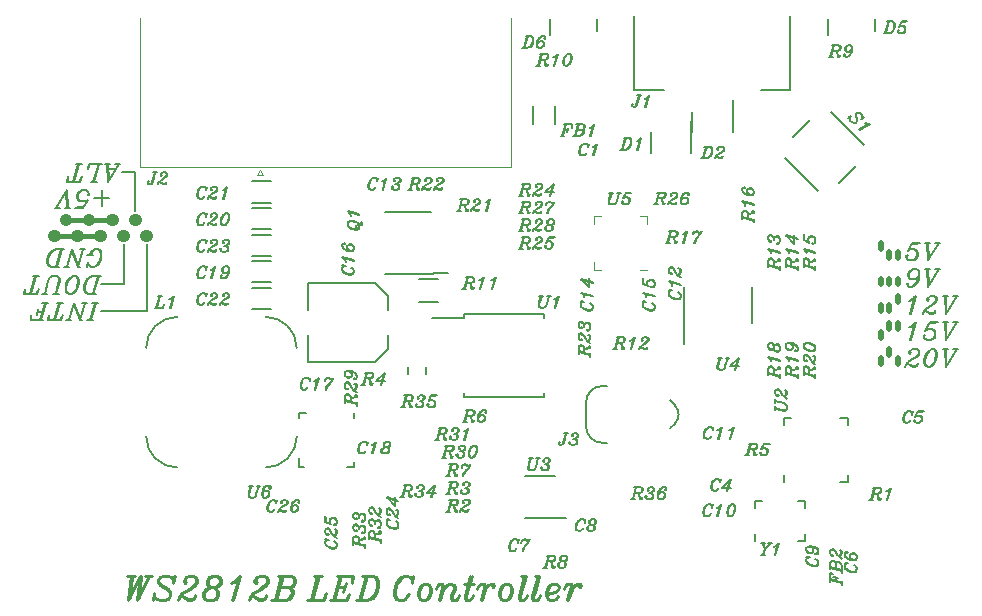
<source format=gto>
%FSLAX46Y46*%
%MOMM*%
%ADD12C,0.120000*%
%ADD10C,0.150000*%
%ADD11C,0.250000*%
%ADD15C,0.450000*%
%ADD13C,0.550000*%
%ADD14C,1.000000*%
G01*
G01*
%LPD*%
D10*
X39950000Y62523808D02*
X40235716Y63523808D01*
D10*
X39997620Y62523808D02*
X40283332Y63523808D01*
D10*
X40616668Y63523808D02*
X40092856Y63523808D01*
D10*
X40759524Y63476192D02*
X40616668Y63523808D01*
D10*
X40807144Y63380952D02*
X40759524Y63476192D01*
D10*
X40807144Y63285716D02*
X40807144Y63380952D01*
D10*
X40759524Y63142856D02*
X40807144Y63285716D01*
D10*
X40711904Y63095240D02*
X40759524Y63142856D01*
D10*
X40569048Y63047620D02*
X40711904Y63095240D01*
D10*
X40140476Y63047620D02*
X40569048Y63047620D01*
D10*
X40711904Y63476192D02*
X40616668Y63523808D01*
D10*
X40759524Y63380952D02*
X40711904Y63476192D01*
D10*
X40759524Y63285716D02*
X40759524Y63380952D01*
D10*
X40711904Y63142856D02*
X40759524Y63285716D01*
D10*
X40664284Y63095240D02*
X40711904Y63142856D01*
D10*
X40569048Y63047620D02*
X40664284Y63095240D01*
D10*
X40473808Y63000000D02*
X40378572Y63047620D01*
D10*
X40521428Y62952380D02*
X40473808Y63000000D01*
D10*
X40569048Y62571428D02*
X40521428Y62952380D01*
D10*
X40616668Y62523808D02*
X40569048Y62571428D01*
D10*
X40711904Y62523808D02*
X40616668Y62523808D01*
D10*
X40759524Y62619048D02*
X40711904Y62523808D01*
D10*
X40759524Y62666668D02*
X40759524Y62619048D01*
D10*
X40616668Y62619048D02*
X40521428Y62952380D01*
D10*
X40664284Y62571428D02*
X40616668Y62619048D01*
D10*
X40711904Y62571428D02*
X40664284Y62571428D01*
D10*
X40759524Y62619048D02*
X40711904Y62571428D01*
D10*
X40140476Y62523808D02*
X39807144Y62523808D01*
D10*
X41140476Y63047620D02*
X41378572Y63523808D01*
D10*
X41854760Y63523808D02*
X41378572Y63523808D01*
D10*
X41616668Y63476192D02*
X41378572Y63476192D01*
D10*
X41854760Y63523808D02*
X41616668Y63476192D01*
D10*
X41188096Y63095240D02*
X41140476Y63047620D01*
D10*
X41330952Y63142856D02*
X41188096Y63095240D01*
D10*
X41473808Y63142856D02*
X41330952Y63142856D01*
D10*
X41616668Y63095240D02*
X41473808Y63142856D01*
D10*
X41664284Y63047620D02*
X41616668Y63095240D01*
D10*
X41711904Y62952380D02*
X41664284Y63047620D01*
D10*
X41711904Y62809524D02*
X41711904Y62952380D01*
D10*
X41664284Y62666668D02*
X41711904Y62809524D01*
D10*
X41569048Y62571428D02*
X41664284Y62666668D01*
D10*
X41426192Y62523808D02*
X41569048Y62571428D01*
D10*
X41283332Y62523808D02*
X41426192Y62523808D01*
D10*
X41140476Y62571428D02*
X41283332Y62523808D01*
D10*
X41092856Y62619048D02*
X41140476Y62571428D01*
D10*
X41045240Y62714284D02*
X41092856Y62619048D01*
D10*
X41045240Y62761904D02*
X41045240Y62714284D01*
D10*
X41092856Y62809524D02*
X41045240Y62761904D01*
D10*
X41140476Y62761904D02*
X41092856Y62809524D01*
D10*
X41092856Y62714284D02*
X41140476Y62761904D01*
D10*
X41569048Y63095240D02*
X41473808Y63142856D01*
D10*
X41616668Y63047620D02*
X41569048Y63095240D01*
D10*
X41664284Y62952380D02*
X41616668Y63047620D01*
D10*
X41664284Y62809524D02*
X41664284Y62952380D01*
D10*
X41616668Y62666668D02*
X41664284Y62809524D01*
D10*
X41521428Y62571428D02*
X41616668Y62666668D01*
D10*
X41426192Y62523808D02*
X41521428Y62571428D01*
D10*
X20750000Y81523808D02*
X21035714Y82523808D01*
D10*
X20797620Y81523808D02*
X21083334Y82523808D01*
D10*
X21416666Y82523808D02*
X20892858Y82523808D01*
D10*
X21559524Y82476192D02*
X21416666Y82523808D01*
D10*
X21607144Y82380952D02*
X21559524Y82476192D01*
D10*
X21607144Y82285712D02*
X21607144Y82380952D01*
D10*
X21559524Y82142856D02*
X21607144Y82285712D01*
D10*
X21511904Y82095240D02*
X21559524Y82142856D01*
D10*
X21369048Y82047616D02*
X21511904Y82095240D01*
D10*
X20940476Y82047616D02*
X21369048Y82047616D01*
D10*
X21511904Y82476192D02*
X21416666Y82523808D01*
D10*
X21559524Y82380952D02*
X21511904Y82476192D01*
D10*
X21559524Y82285712D02*
X21559524Y82380952D01*
D10*
X21511904Y82142856D02*
X21559524Y82285712D01*
D10*
X21464286Y82095240D02*
X21511904Y82142856D01*
D10*
X21369048Y82047616D02*
X21464286Y82095240D01*
D10*
X21273810Y82000000D02*
X21178572Y82047616D01*
D10*
X21321428Y81952384D02*
X21273810Y82000000D01*
D10*
X21369048Y81571432D02*
X21321428Y81952384D01*
D10*
X21416666Y81523808D02*
X21369048Y81571432D01*
D10*
X21511904Y81523808D02*
X21416666Y81523808D01*
D10*
X21559524Y81619048D02*
X21511904Y81523808D01*
D10*
X21559524Y81666664D02*
X21559524Y81619048D01*
D10*
X21416666Y81619048D02*
X21321428Y81952384D01*
D10*
X21464286Y81571432D02*
X21416666Y81619048D01*
D10*
X21511904Y81571432D02*
X21464286Y81571432D01*
D10*
X21559524Y81619048D02*
X21511904Y81571432D01*
D10*
X20940476Y81523808D02*
X20607144Y81523808D01*
D10*
X22130952Y82285712D02*
X22083334Y82333336D01*
D10*
X22083334Y82238096D02*
X22130952Y82285712D01*
D10*
X22035714Y82285712D02*
X22083334Y82238096D01*
D10*
X22035714Y82333336D02*
X22035714Y82285712D01*
D10*
X22083334Y82428568D02*
X22035714Y82333336D01*
D10*
X22130952Y82476192D02*
X22083334Y82428568D01*
D10*
X22273810Y82523808D02*
X22130952Y82476192D01*
D10*
X22416666Y82523808D02*
X22273810Y82523808D01*
D10*
X22559524Y82476192D02*
X22416666Y82523808D01*
D10*
X22607142Y82380952D02*
X22559524Y82476192D01*
D10*
X22607142Y82285712D02*
X22607142Y82380952D01*
D10*
X22559524Y82190480D02*
X22607142Y82285712D01*
D10*
X22464286Y82095240D02*
X22559524Y82190480D01*
D10*
X22321428Y82000000D02*
X22464286Y82095240D01*
D10*
X22130952Y81904760D02*
X22321428Y82000000D01*
D10*
X21988096Y81809520D02*
X22130952Y81904760D01*
D10*
X21892858Y81714288D02*
X21988096Y81809520D01*
D10*
X21797620Y81523808D02*
X21892858Y81714288D01*
D10*
X22511904Y82476192D02*
X22416666Y82523808D01*
D10*
X22559524Y82380952D02*
X22511904Y82476192D01*
D10*
X22559524Y82285712D02*
X22559524Y82380952D01*
D10*
X22511904Y82190480D02*
X22559524Y82285712D01*
D10*
X22416666Y82095240D02*
X22511904Y82190480D01*
D10*
X22130952Y81904760D02*
X22416666Y82095240D01*
D10*
X21892858Y81666664D02*
X21845238Y81619048D01*
D10*
X21988096Y81666664D02*
X21892858Y81666664D01*
D10*
X22226190Y81571432D02*
X21988096Y81666664D01*
D10*
X22369048Y81571432D02*
X22226190Y81571432D01*
D10*
X22464286Y81619048D02*
X22369048Y81571432D01*
D10*
X22511904Y81714288D02*
X22464286Y81619048D01*
D10*
X22226190Y81523808D02*
X21988096Y81666664D01*
D10*
X22369048Y81523808D02*
X22226190Y81523808D01*
D10*
X22464286Y81571432D02*
X22369048Y81523808D01*
D10*
X22511904Y81714288D02*
X22464286Y81571432D01*
D10*
X23130952Y82476192D02*
X23273810Y82523808D01*
D10*
X23083334Y82428568D02*
X23130952Y82476192D01*
D10*
X23035714Y82333336D02*
X23083334Y82428568D01*
D10*
X23035714Y82190480D02*
X23035714Y82333336D01*
D10*
X23083334Y82095240D02*
X23035714Y82190480D01*
D10*
X23178572Y82047616D02*
X23083334Y82095240D01*
D10*
X23321428Y82047616D02*
X23178572Y82047616D01*
D10*
X23511904Y82095240D02*
X23321428Y82047616D01*
D10*
X23559524Y82142856D02*
X23511904Y82095240D01*
D10*
X23607142Y82238096D02*
X23559524Y82142856D01*
D10*
X23607142Y82380952D02*
X23607142Y82238096D01*
D10*
X23559524Y82476192D02*
X23607142Y82380952D01*
D10*
X23416666Y82523808D02*
X23559524Y82476192D01*
D10*
X23273810Y82523808D02*
X23416666Y82523808D01*
D10*
X23178572Y82476192D02*
X23273810Y82523808D01*
D10*
X23130952Y82428568D02*
X23178572Y82476192D01*
D10*
X23083334Y82333336D02*
X23130952Y82428568D01*
D10*
X23083334Y82190480D02*
X23083334Y82333336D01*
D10*
X23130952Y82095240D02*
X23083334Y82190480D01*
D10*
X23178572Y82047616D02*
X23130952Y82095240D01*
D10*
X23464286Y82095240D02*
X23321428Y82047616D01*
D10*
X23511904Y82142856D02*
X23464286Y82095240D01*
D10*
X23559524Y82238096D02*
X23511904Y82142856D01*
D10*
X23559524Y82380952D02*
X23559524Y82238096D01*
D10*
X23511904Y82476192D02*
X23559524Y82380952D01*
D10*
X23416666Y82523808D02*
X23511904Y82476192D01*
D10*
X22988096Y82000000D02*
X23178572Y82047616D01*
D10*
X22892858Y81904760D02*
X22988096Y82000000D01*
D10*
X22845238Y81809520D02*
X22892858Y81904760D01*
D10*
X22845238Y81666664D02*
X22845238Y81809520D01*
D10*
X22892858Y81571432D02*
X22845238Y81666664D01*
D10*
X23035714Y81523808D02*
X22892858Y81571432D01*
D10*
X23226190Y81523808D02*
X23035714Y81523808D01*
D10*
X23416666Y81571432D02*
X23226190Y81523808D01*
D10*
X23464286Y81619048D02*
X23416666Y81571432D01*
D10*
X23511904Y81714288D02*
X23464286Y81619048D01*
D10*
X23511904Y81857144D02*
X23511904Y81714288D01*
D10*
X23464286Y81952384D02*
X23511904Y81857144D01*
D10*
X23416666Y82000000D02*
X23464286Y81952384D01*
D10*
X23321428Y82047616D02*
X23416666Y82000000D01*
D10*
X23035714Y82000000D02*
X23178572Y82047616D01*
D10*
X22940476Y81904760D02*
X23035714Y82000000D01*
D10*
X22892858Y81809520D02*
X22940476Y81904760D01*
D10*
X22892858Y81666664D02*
X22892858Y81809520D01*
D10*
X22940476Y81571432D02*
X22892858Y81666664D01*
D10*
X23035714Y81523808D02*
X22940476Y81571432D01*
D10*
X23369048Y81571432D02*
X23226190Y81523808D01*
D10*
X23416666Y81619048D02*
X23369048Y81571432D01*
D10*
X23464286Y81714288D02*
X23416666Y81619048D01*
D10*
X23464286Y81904760D02*
X23464286Y81714288D01*
D10*
X23416666Y82000000D02*
X23464286Y81904760D01*
D10*
X7797338Y63608428D02*
X7749719Y63608428D01*
D10*
X7844957Y63703664D02*
X7797338Y63608428D01*
D10*
X7797338Y63417952D02*
X7844957Y63703664D01*
D10*
X7797338Y63513188D02*
X7797338Y63417952D01*
D10*
X7749719Y63608428D02*
X7797338Y63513188D01*
D10*
X7702100Y63656048D02*
X7749719Y63608428D01*
D10*
X7606862Y63703664D02*
X7702100Y63656048D01*
D10*
X7464004Y63703664D02*
X7606862Y63703664D01*
D10*
X7321147Y63656048D02*
X7464004Y63703664D01*
D10*
X7225909Y63560808D02*
X7321147Y63656048D01*
D10*
X7130671Y63417952D02*
X7225909Y63560808D01*
D10*
X7083052Y63275096D02*
X7130671Y63417952D01*
D10*
X7035433Y63084616D02*
X7083052Y63275096D01*
D10*
X7035433Y62941760D02*
X7035433Y63084616D01*
D10*
X7083052Y62798904D02*
X7035433Y62941760D01*
D10*
X7130671Y62751284D02*
X7083052Y62798904D01*
D10*
X7273528Y62703664D02*
X7130671Y62751284D01*
D10*
X7416385Y62703664D02*
X7273528Y62703664D01*
D10*
X7511624Y62751284D02*
X7416385Y62703664D01*
D10*
X7606862Y62846524D02*
X7511624Y62751284D01*
D10*
X7654481Y62941760D02*
X7606862Y62846524D01*
D10*
X7368766Y63656048D02*
X7464004Y63703664D01*
D10*
X7273528Y63560808D02*
X7368766Y63656048D01*
D10*
X7178290Y63417952D02*
X7273528Y63560808D01*
D10*
X7130671Y63275096D02*
X7178290Y63417952D01*
D10*
X7083052Y63084616D02*
X7130671Y63275096D01*
D10*
X7083052Y62941760D02*
X7083052Y63084616D01*
D10*
X7130671Y62798904D02*
X7083052Y62941760D01*
D10*
X7178290Y62751284D02*
X7130671Y62798904D01*
D10*
X7273528Y62703664D02*
X7178290Y62751284D01*
D10*
X8225909Y62703664D02*
X8464005Y63513188D01*
D10*
X8273528Y62703664D02*
X8559243Y63703664D01*
D10*
X8416386Y63560808D02*
X8559243Y63703664D01*
D10*
X8273528Y63465572D02*
X8416386Y63560808D01*
D10*
X8178290Y63417952D02*
X8273528Y63465572D01*
D10*
X8321147Y63465572D02*
X8511624Y63560808D01*
D10*
X8178290Y63417952D02*
X8321147Y63465572D01*
D10*
X9273528Y63656048D02*
X9416386Y63703664D01*
D10*
X9225909Y63608428D02*
X9273528Y63656048D01*
D10*
X9178290Y63513188D02*
X9225909Y63608428D01*
D10*
X9178290Y63370332D02*
X9178290Y63513188D01*
D10*
X9225909Y63275096D02*
X9178290Y63370332D01*
D10*
X9321147Y63227476D02*
X9225909Y63275096D01*
D10*
X9464005Y63227476D02*
X9321147Y63227476D01*
D10*
X9654481Y63275096D02*
X9464005Y63227476D01*
D10*
X9702100Y63322712D02*
X9654481Y63275096D01*
D10*
X9749719Y63417952D02*
X9702100Y63322712D01*
D10*
X9749719Y63560808D02*
X9749719Y63417952D01*
D10*
X9702100Y63656048D02*
X9749719Y63560808D01*
D10*
X9559243Y63703664D02*
X9702100Y63656048D01*
D10*
X9416386Y63703664D02*
X9559243Y63703664D01*
D10*
X9321147Y63656048D02*
X9416386Y63703664D01*
D10*
X9273528Y63608428D02*
X9321147Y63656048D01*
D10*
X9225909Y63513188D02*
X9273528Y63608428D01*
D10*
X9225909Y63370332D02*
X9225909Y63513188D01*
D10*
X9273528Y63275096D02*
X9225909Y63370332D01*
D10*
X9321147Y63227476D02*
X9273528Y63275096D01*
D10*
X9606862Y63275096D02*
X9464005Y63227476D01*
D10*
X9654481Y63322712D02*
X9606862Y63275096D01*
D10*
X9702100Y63417952D02*
X9654481Y63322712D01*
D10*
X9702100Y63560808D02*
X9702100Y63417952D01*
D10*
X9654481Y63656048D02*
X9702100Y63560808D01*
D10*
X9559243Y63703664D02*
X9654481Y63656048D01*
D10*
X9130671Y63179856D02*
X9321147Y63227476D01*
D10*
X9035433Y63084616D02*
X9130671Y63179856D01*
D10*
X8987814Y62989380D02*
X9035433Y63084616D01*
D10*
X8987814Y62846524D02*
X8987814Y62989380D01*
D10*
X9035433Y62751284D02*
X8987814Y62846524D01*
D10*
X9178290Y62703664D02*
X9035433Y62751284D01*
D10*
X9368766Y62703664D02*
X9178290Y62703664D01*
D10*
X9559243Y62751284D02*
X9368766Y62703664D01*
D10*
X9606862Y62798904D02*
X9559243Y62751284D01*
D10*
X9654481Y62894140D02*
X9606862Y62798904D01*
D10*
X9654481Y63037000D02*
X9654481Y62894140D01*
D10*
X9606862Y63132236D02*
X9654481Y63037000D01*
D10*
X9559243Y63179856D02*
X9606862Y63132236D01*
D10*
X9464005Y63227476D02*
X9559243Y63179856D01*
D10*
X9178290Y63179856D02*
X9321147Y63227476D01*
D10*
X9083052Y63084616D02*
X9178290Y63179856D01*
D10*
X9035433Y62989380D02*
X9083052Y63084616D01*
D10*
X9035433Y62846524D02*
X9035433Y62989380D01*
D10*
X9083052Y62751284D02*
X9035433Y62846524D01*
D10*
X9178290Y62703664D02*
X9083052Y62751284D01*
D10*
X9511624Y62751284D02*
X9368766Y62703664D01*
D10*
X9559243Y62798904D02*
X9511624Y62751284D01*
D10*
X9606862Y62894140D02*
X9559243Y62798904D01*
D10*
X9606862Y63084616D02*
X9606862Y62894140D01*
D10*
X9559243Y63179856D02*
X9606862Y63084616D01*
D10*
X37004760Y58278572D02*
X36957144Y58278572D01*
D10*
X37052380Y58373808D02*
X37004760Y58278572D01*
D10*
X37004760Y58088096D02*
X37052380Y58373808D01*
D10*
X37004760Y58183332D02*
X37004760Y58088096D01*
D10*
X36957144Y58278572D02*
X37004760Y58183332D01*
D10*
X36909524Y58326192D02*
X36957144Y58278572D01*
D10*
X36814284Y58373808D02*
X36909524Y58326192D01*
D10*
X36671428Y58373808D02*
X36814284Y58373808D01*
D10*
X36528572Y58326192D02*
X36671428Y58373808D01*
D10*
X36433332Y58230952D02*
X36528572Y58326192D01*
D10*
X36338096Y58088096D02*
X36433332Y58230952D01*
D10*
X36290476Y57945240D02*
X36338096Y58088096D01*
D10*
X36242856Y57754760D02*
X36290476Y57945240D01*
D10*
X36242856Y57611904D02*
X36242856Y57754760D01*
D10*
X36290476Y57469048D02*
X36242856Y57611904D01*
D10*
X36338096Y57421428D02*
X36290476Y57469048D01*
D10*
X36480952Y57373808D02*
X36338096Y57421428D01*
D10*
X36623808Y57373808D02*
X36480952Y57373808D01*
D10*
X36719048Y57421428D02*
X36623808Y57373808D01*
D10*
X36814284Y57516668D02*
X36719048Y57421428D01*
D10*
X36861904Y57611904D02*
X36814284Y57516668D01*
D10*
X36576192Y58326192D02*
X36671428Y58373808D01*
D10*
X36480952Y58230952D02*
X36576192Y58326192D01*
D10*
X36385716Y58088096D02*
X36480952Y58230952D01*
D10*
X36338096Y57945240D02*
X36385716Y58088096D01*
D10*
X36290476Y57754760D02*
X36338096Y57945240D01*
D10*
X36290476Y57611904D02*
X36290476Y57754760D01*
D10*
X36338096Y57469048D02*
X36290476Y57611904D01*
D10*
X36385716Y57421428D02*
X36338096Y57469048D01*
D10*
X36480952Y57373808D02*
X36385716Y57421428D01*
D10*
X37433332Y57373808D02*
X37671428Y58183332D01*
D10*
X37480952Y57373808D02*
X37766668Y58373808D01*
D10*
X37623808Y58230952D02*
X37766668Y58373808D01*
D10*
X37480952Y58135716D02*
X37623808Y58230952D01*
D10*
X37385716Y58088096D02*
X37480952Y58135716D01*
D10*
X37528572Y58135716D02*
X37719048Y58230952D01*
D10*
X37385716Y58088096D02*
X37528572Y58135716D01*
D10*
X38528572Y58326192D02*
X38671428Y58373808D01*
D10*
X38433332Y58230952D02*
X38528572Y58326192D01*
D10*
X38338096Y58088096D02*
X38433332Y58230952D01*
D10*
X38290476Y57945240D02*
X38338096Y58088096D01*
D10*
X38242856Y57754760D02*
X38290476Y57945240D01*
D10*
X38242856Y57611904D02*
X38242856Y57754760D01*
D10*
X38290476Y57469048D02*
X38242856Y57611904D01*
D10*
X38338096Y57421428D02*
X38290476Y57469048D01*
D10*
X38433332Y57373808D02*
X38338096Y57421428D01*
D10*
X38528572Y57373808D02*
X38433332Y57373808D01*
D10*
X38671428Y57421428D02*
X38528572Y57373808D01*
D10*
X38766668Y57516668D02*
X38671428Y57421428D01*
D10*
X38861904Y57659524D02*
X38766668Y57516668D01*
D10*
X38909524Y57802380D02*
X38861904Y57659524D01*
D10*
X38957144Y57992856D02*
X38909524Y57802380D01*
D10*
X38957144Y58135716D02*
X38957144Y57992856D01*
D10*
X38909524Y58278572D02*
X38957144Y58135716D01*
D10*
X38861904Y58326192D02*
X38909524Y58278572D01*
D10*
X38766668Y58373808D02*
X38861904Y58326192D01*
D10*
X38671428Y58373808D02*
X38766668Y58373808D01*
D10*
X38576192Y58326192D02*
X38671428Y58373808D01*
D10*
X38480952Y58230952D02*
X38576192Y58326192D01*
D10*
X38385716Y58088096D02*
X38480952Y58230952D01*
D10*
X38338096Y57945240D02*
X38385716Y58088096D01*
D10*
X38290476Y57754760D02*
X38338096Y57945240D01*
D10*
X38290476Y57611904D02*
X38290476Y57754760D01*
D10*
X38338096Y57469048D02*
X38290476Y57611904D01*
D10*
X38433332Y57373808D02*
X38338096Y57469048D01*
D10*
X38623808Y57421428D02*
X38528572Y57373808D01*
D10*
X38719048Y57516668D02*
X38623808Y57421428D01*
D10*
X38814284Y57659524D02*
X38719048Y57516668D01*
D10*
X38861904Y57802380D02*
X38814284Y57659524D01*
D10*
X38909524Y57992856D02*
X38861904Y57802380D01*
D10*
X38909524Y58135716D02*
X38909524Y57992856D01*
D10*
X38861904Y58278572D02*
X38909524Y58135716D01*
D10*
X38766668Y58373808D02*
X38861904Y58278572D01*
D10*
X-15857143Y78607144D02*
X-15785714Y78607144D01*
D10*
X-15928571Y78464288D02*
X-15857143Y78607144D01*
D10*
X-15857143Y78892856D02*
X-15928571Y78464288D01*
D10*
X-15857143Y78750000D02*
X-15857143Y78892856D01*
D10*
X-15785714Y78607144D02*
X-15857143Y78750000D01*
D10*
X-15714286Y78535712D02*
X-15785714Y78607144D01*
D10*
X-15571428Y78464288D02*
X-15714286Y78535712D01*
D10*
X-15357143Y78464288D02*
X-15571428Y78464288D01*
D10*
X-15142857Y78535712D02*
X-15357143Y78464288D01*
D10*
X-15000000Y78678568D02*
X-15142857Y78535712D01*
D10*
X-14857143Y78892856D02*
X-15000000Y78678568D01*
D10*
X-14785714Y79107144D02*
X-14857143Y78892856D01*
D10*
X-14714286Y79392856D02*
X-14785714Y79107144D01*
D10*
X-14714286Y79607144D02*
X-14714286Y79392856D01*
D10*
X-14785714Y79821432D02*
X-14714286Y79607144D01*
D10*
X-14857143Y79892856D02*
X-14785714Y79821432D01*
D10*
X-15071429Y79964288D02*
X-14857143Y79892856D01*
D10*
X-15214286Y79964288D02*
X-15071429Y79964288D01*
D10*
X-15428571Y79892856D02*
X-15214286Y79964288D01*
D10*
X-15571428Y79750000D02*
X-15428571Y79892856D01*
D10*
X-15714286Y79464288D02*
X-15571428Y79750000D01*
D10*
X-15214286Y78535712D02*
X-15357143Y78464288D01*
D10*
X-15071429Y78678568D02*
X-15214286Y78535712D01*
D10*
X-14928571Y78892856D02*
X-15071429Y78678568D01*
D10*
X-14857143Y79107144D02*
X-14928571Y78892856D01*
D10*
X-14785714Y79392856D02*
X-14857143Y79107144D01*
D10*
X-14785714Y79607144D02*
X-14785714Y79392856D01*
D10*
X-14857143Y79821432D02*
X-14785714Y79607144D01*
D10*
X-14928571Y79892856D02*
X-14857143Y79821432D01*
D10*
X-15071429Y79964288D02*
X-14928571Y79892856D01*
D10*
X-15357143Y79892856D02*
X-15214286Y79964288D01*
D10*
X-15500000Y79750000D02*
X-15357143Y79892856D01*
D10*
X-15642857Y79464288D02*
X-15500000Y79750000D01*
D10*
X-15928571Y79464288D02*
X-15428571Y79464288D01*
D10*
X-16285714Y79964288D02*
X-16714286Y78464288D01*
D10*
X-17214286Y79750000D02*
X-16714286Y78464288D01*
D10*
X-17214286Y79964288D02*
X-16714286Y78678568D01*
D10*
X-17214286Y79964288D02*
X-17642856Y78464288D01*
D10*
X-16714286Y78464288D02*
X-16500000Y78464288D01*
D10*
X-17857142Y78464288D02*
X-17428572Y78464288D01*
D10*
X-16500000Y79964288D02*
X-16071428Y79964288D01*
D10*
X-18071428Y79964288D02*
X-18500000Y78464288D01*
D10*
X-18142856Y79964288D02*
X-18571428Y78464288D01*
D10*
X-18928572Y78464288D02*
X-18285714Y78464288D01*
D10*
X-19142856Y78535712D02*
X-18928572Y78464288D01*
D10*
X-19214286Y78607144D02*
X-19142856Y78535712D01*
D10*
X-19285714Y78821432D02*
X-19214286Y78607144D01*
D10*
X-19285714Y79107144D02*
X-19285714Y78821432D01*
D10*
X-19214286Y79392856D02*
X-19285714Y79107144D01*
D10*
X-19071428Y79678568D02*
X-19214286Y79392856D01*
D10*
X-18928572Y79821432D02*
X-19071428Y79678568D01*
D10*
X-18785714Y79892856D02*
X-18928572Y79821432D01*
D10*
X-18500000Y79964288D02*
X-18785714Y79892856D01*
D10*
X-17857142Y79964288D02*
X-18500000Y79964288D01*
D10*
X-19071428Y78535712D02*
X-18928572Y78464288D01*
D10*
X-19142856Y78607144D02*
X-19071428Y78535712D01*
D10*
X-19214286Y78821432D02*
X-19142856Y78607144D01*
D10*
X-19214286Y79107144D02*
X-19214286Y78821432D01*
D10*
X-19142856Y79392856D02*
X-19214286Y79107144D01*
D10*
X-19000000Y79678568D02*
X-19142856Y79392856D01*
D10*
X-18857144Y79821432D02*
X-19000000Y79678568D01*
D10*
X-18714286Y79892856D02*
X-18857144Y79821432D01*
D10*
X-18500000Y79964288D02*
X-18714286Y79892856D01*
D10*
X24415748Y63604844D02*
X24653842Y64414368D01*
D10*
X24368128Y63509608D02*
X24415748Y63604844D01*
D10*
X24320510Y63461988D02*
X24368128Y63509608D01*
D10*
X24225272Y63414368D02*
X24320510Y63461988D01*
D10*
X24130034Y63414368D02*
X24225272Y63414368D01*
D10*
X24034796Y63461988D02*
X24130034Y63414368D01*
D10*
X23987176Y63557228D02*
X24034796Y63461988D01*
D10*
X23987176Y63652464D02*
X23987176Y63557228D01*
D10*
X24034796Y63700084D02*
X23987176Y63652464D01*
D10*
X24082414Y63652464D02*
X24034796Y63700084D01*
D10*
X24034796Y63604844D02*
X24082414Y63652464D01*
D10*
X24368128Y63604844D02*
X24606224Y64414368D01*
D10*
X24320510Y63509608D02*
X24368128Y63604844D01*
D10*
X24225272Y63414368D02*
X24320510Y63509608D01*
D10*
X24796700Y64414368D02*
X24463366Y64414368D01*
D10*
X25177652Y64176276D02*
X25130034Y64223892D01*
D10*
X25130034Y64128656D02*
X25177652Y64176276D01*
D10*
X25082414Y64176276D02*
X25130034Y64128656D01*
D10*
X25082414Y64223892D02*
X25082414Y64176276D01*
D10*
X25130034Y64319132D02*
X25082414Y64223892D01*
D10*
X25177652Y64366752D02*
X25130034Y64319132D01*
D10*
X25320510Y64414368D02*
X25177652Y64366752D01*
D10*
X25463366Y64414368D02*
X25320510Y64414368D01*
D10*
X25606224Y64366752D02*
X25463366Y64414368D01*
D10*
X25653842Y64271512D02*
X25606224Y64366752D01*
D10*
X25653842Y64176276D02*
X25653842Y64271512D01*
D10*
X25606224Y64081036D02*
X25653842Y64176276D01*
D10*
X25463366Y63985800D02*
X25606224Y64081036D01*
D10*
X25320510Y63938180D02*
X25463366Y63985800D01*
D10*
X25558604Y64366752D02*
X25463366Y64414368D01*
D10*
X25606224Y64271512D02*
X25558604Y64366752D01*
D10*
X25606224Y64176276D02*
X25606224Y64271512D01*
D10*
X25558604Y64081036D02*
X25606224Y64176276D01*
D10*
X25463366Y63985800D02*
X25558604Y64081036D01*
D10*
X25320510Y63938180D02*
X25225272Y63938180D01*
D10*
X25463366Y63890560D02*
X25320510Y63938180D01*
D10*
X25510986Y63842940D02*
X25463366Y63890560D01*
D10*
X25558604Y63747704D02*
X25510986Y63842940D01*
D10*
X25558604Y63604844D02*
X25558604Y63747704D01*
D10*
X25510986Y63509608D02*
X25558604Y63604844D01*
D10*
X25463366Y63461988D02*
X25510986Y63509608D01*
D10*
X25320510Y63414368D02*
X25463366Y63461988D01*
D10*
X25130034Y63414368D02*
X25320510Y63414368D01*
D10*
X24987176Y63461988D02*
X25130034Y63414368D01*
D10*
X24939558Y63509608D02*
X24987176Y63461988D01*
D10*
X24891938Y63604844D02*
X24939558Y63509608D01*
D10*
X24891938Y63652464D02*
X24891938Y63604844D01*
D10*
X24939558Y63700084D02*
X24891938Y63652464D01*
D10*
X24987176Y63652464D02*
X24939558Y63700084D01*
D10*
X24939558Y63604844D02*
X24987176Y63652464D01*
D10*
X25415748Y63890560D02*
X25320510Y63938180D01*
D10*
X25463366Y63842940D02*
X25415748Y63890560D01*
D10*
X25510986Y63747704D02*
X25463366Y63842940D01*
D10*
X25510986Y63604844D02*
X25510986Y63747704D01*
D10*
X25463366Y63509608D02*
X25510986Y63604844D01*
D10*
X25415748Y63461988D02*
X25463366Y63509608D01*
D10*
X25320510Y63414368D02*
X25415748Y63461988D01*
D10*
X97338Y58658428D02*
X49719Y58658428D01*
D10*
X144957Y58753664D02*
X97338Y58658428D01*
D10*
X97338Y58467952D02*
X144957Y58753664D01*
D10*
X97338Y58563188D02*
X97338Y58467952D01*
D10*
X49719Y58658428D02*
X97338Y58563188D01*
D10*
X2099Y58706048D02*
X49719Y58658428D01*
D10*
X-93138Y58753664D02*
X2099Y58706048D01*
D10*
X-235995Y58753664D02*
X-93138Y58753664D01*
D10*
X-378852Y58706048D02*
X-235995Y58753664D01*
D10*
X-474090Y58610808D02*
X-378852Y58706048D01*
D10*
X-569328Y58467952D02*
X-474090Y58610808D01*
D10*
X-616947Y58325096D02*
X-569328Y58467952D01*
D10*
X-664566Y58134616D02*
X-616947Y58325096D01*
D10*
X-664566Y57991760D02*
X-664566Y58134616D01*
D10*
X-616947Y57848904D02*
X-664566Y57991760D01*
D10*
X-569328Y57801284D02*
X-616947Y57848904D01*
D10*
X-426471Y57753664D02*
X-569328Y57801284D01*
D10*
X-283614Y57753664D02*
X-426471Y57753664D01*
D10*
X-188376Y57801284D02*
X-283614Y57753664D01*
D10*
X-93138Y57896524D02*
X-188376Y57801284D01*
D10*
X-45519Y57991760D02*
X-93138Y57896524D01*
D10*
X-331233Y58706048D02*
X-235995Y58753664D01*
D10*
X-426471Y58610808D02*
X-331233Y58706048D01*
D10*
X-521709Y58467952D02*
X-426471Y58610808D01*
D10*
X-569328Y58325096D02*
X-521709Y58467952D01*
D10*
X-616947Y58134616D02*
X-569328Y58325096D01*
D10*
X-616947Y57991760D02*
X-616947Y58134616D01*
D10*
X-569328Y57848904D02*
X-616947Y57991760D01*
D10*
X-521709Y57801284D02*
X-569328Y57848904D01*
D10*
X-426471Y57753664D02*
X-521709Y57801284D01*
D10*
X573528Y58515572D02*
X525909Y58563188D01*
D10*
X525909Y58467952D02*
X573528Y58515572D01*
D10*
X478290Y58515572D02*
X525909Y58467952D01*
D10*
X478290Y58563188D02*
X478290Y58515572D01*
D10*
X525909Y58658428D02*
X478290Y58563188D01*
D10*
X573528Y58706048D02*
X525909Y58658428D01*
D10*
X716385Y58753664D02*
X573528Y58706048D01*
D10*
X859242Y58753664D02*
X716385Y58753664D01*
D10*
X1002099Y58706048D02*
X859242Y58753664D01*
D10*
X1049718Y58610808D02*
X1002099Y58706048D01*
D10*
X1049718Y58515572D02*
X1049718Y58610808D01*
D10*
X1002099Y58420332D02*
X1049718Y58515572D01*
D10*
X906861Y58325096D02*
X1002099Y58420332D01*
D10*
X764004Y58229856D02*
X906861Y58325096D01*
D10*
X573528Y58134616D02*
X764004Y58229856D01*
D10*
X430671Y58039380D02*
X573528Y58134616D01*
D10*
X335433Y57944140D02*
X430671Y58039380D01*
D10*
X240195Y57753664D02*
X335433Y57944140D01*
D10*
X954480Y58706048D02*
X859242Y58753664D01*
D10*
X1002099Y58610808D02*
X954480Y58706048D01*
D10*
X1002099Y58515572D02*
X1002099Y58610808D01*
D10*
X954480Y58420332D02*
X1002099Y58515572D01*
D10*
X859242Y58325096D02*
X954480Y58420332D01*
D10*
X573528Y58134616D02*
X859242Y58325096D01*
D10*
X335433Y57896524D02*
X287814Y57848904D01*
D10*
X430671Y57896524D02*
X335433Y57896524D01*
D10*
X668766Y57801284D02*
X430671Y57896524D01*
D10*
X811623Y57801284D02*
X668766Y57801284D01*
D10*
X906861Y57848904D02*
X811623Y57801284D01*
D10*
X954480Y57944140D02*
X906861Y57848904D01*
D10*
X668766Y57753664D02*
X430671Y57896524D01*
D10*
X811623Y57753664D02*
X668766Y57753664D01*
D10*
X906861Y57801284D02*
X811623Y57753664D01*
D10*
X954480Y57944140D02*
X906861Y57801284D01*
D10*
X1954480Y58563188D02*
X2002099Y58610808D01*
D10*
X2002099Y58515572D02*
X1954480Y58563188D01*
D10*
X2049718Y58563188D02*
X2002099Y58515572D01*
D10*
X2049718Y58610808D02*
X2049718Y58563188D01*
D10*
X2002099Y58706048D02*
X2049718Y58610808D01*
D10*
X1906861Y58753664D02*
X2002099Y58706048D01*
D10*
X1764004Y58753664D02*
X1906861Y58753664D01*
D10*
X1621147Y58706048D02*
X1764004Y58753664D01*
D10*
X1525909Y58610808D02*
X1621147Y58706048D01*
D10*
X1430671Y58467952D02*
X1525909Y58610808D01*
D10*
X1383052Y58325096D02*
X1430671Y58467952D01*
D10*
X1335433Y58134616D02*
X1383052Y58325096D01*
D10*
X1335433Y57944140D02*
X1335433Y58134616D01*
D10*
X1383052Y57848904D02*
X1335433Y57944140D01*
D10*
X1430671Y57801284D02*
X1383052Y57848904D01*
D10*
X1525909Y57753664D02*
X1430671Y57801284D01*
D10*
X1668766Y57753664D02*
X1525909Y57753664D01*
D10*
X1811623Y57801284D02*
X1668766Y57753664D01*
D10*
X1906861Y57896524D02*
X1811623Y57801284D01*
D10*
X1954480Y57991760D02*
X1906861Y57896524D01*
D10*
X1954480Y58134616D02*
X1954480Y57991760D01*
D10*
X1906861Y58229856D02*
X1954480Y58134616D01*
D10*
X1859242Y58277476D02*
X1906861Y58229856D01*
D10*
X1764004Y58325096D02*
X1859242Y58277476D01*
D10*
X1621147Y58325096D02*
X1764004Y58325096D01*
D10*
X1525909Y58277476D02*
X1621147Y58325096D01*
D10*
X1430671Y58182236D02*
X1525909Y58277476D01*
D10*
X1383052Y58087000D02*
X1430671Y58182236D01*
D10*
X1668766Y58706048D02*
X1764004Y58753664D01*
D10*
X1573528Y58610808D02*
X1668766Y58706048D01*
D10*
X1478290Y58467952D02*
X1573528Y58610808D01*
D10*
X1430671Y58325096D02*
X1478290Y58467952D01*
D10*
X1383052Y58134616D02*
X1430671Y58325096D01*
D10*
X1383052Y57896524D02*
X1383052Y58134616D01*
D10*
X1430671Y57801284D02*
X1383052Y57896524D01*
D10*
X1764004Y57801284D02*
X1668766Y57753664D01*
D10*
X1859242Y57896524D02*
X1764004Y57801284D01*
D10*
X1906861Y57991760D02*
X1859242Y57896524D01*
D10*
X1906861Y58182236D02*
X1906861Y57991760D01*
D10*
X1859242Y58277476D02*
X1906861Y58182236D01*
D10*
X50442856Y58773808D02*
X50728572Y59773808D01*
D10*
X50490476Y58773808D02*
X50776192Y59773808D01*
D10*
X51109524Y59773808D02*
X50585716Y59773808D01*
D10*
X51252380Y59726192D02*
X51109524Y59773808D01*
D10*
X51300000Y59630952D02*
X51252380Y59726192D01*
D10*
X51300000Y59535716D02*
X51300000Y59630952D01*
D10*
X51252380Y59392856D02*
X51300000Y59535716D01*
D10*
X51204760Y59345240D02*
X51252380Y59392856D01*
D10*
X51061904Y59297620D02*
X51204760Y59345240D01*
D10*
X50633332Y59297620D02*
X51061904Y59297620D01*
D10*
X51204760Y59726192D02*
X51109524Y59773808D01*
D10*
X51252380Y59630952D02*
X51204760Y59726192D01*
D10*
X51252380Y59535716D02*
X51252380Y59630952D01*
D10*
X51204760Y59392856D02*
X51252380Y59535716D01*
D10*
X51157144Y59345240D02*
X51204760Y59392856D01*
D10*
X51061904Y59297620D02*
X51157144Y59345240D01*
D10*
X50966668Y59250000D02*
X50871428Y59297620D01*
D10*
X51014284Y59202380D02*
X50966668Y59250000D01*
D10*
X51061904Y58821428D02*
X51014284Y59202380D01*
D10*
X51109524Y58773808D02*
X51061904Y58821428D01*
D10*
X51204760Y58773808D02*
X51109524Y58773808D01*
D10*
X51252380Y58869048D02*
X51204760Y58773808D01*
D10*
X51252380Y58916668D02*
X51252380Y58869048D01*
D10*
X51109524Y58869048D02*
X51014284Y59202380D01*
D10*
X51157144Y58821428D02*
X51109524Y58869048D01*
D10*
X51204760Y58821428D02*
X51157144Y58821428D01*
D10*
X51252380Y58869048D02*
X51204760Y58821428D01*
D10*
X50633332Y58773808D02*
X50300000Y58773808D01*
D10*
X51776192Y58773808D02*
X52014284Y59583332D01*
D10*
X51823808Y58773808D02*
X52109524Y59773808D01*
D10*
X51966668Y59630952D02*
X52109524Y59773808D01*
D10*
X51823808Y59535716D02*
X51966668Y59630952D01*
D10*
X51728572Y59488096D02*
X51823808Y59535716D01*
D10*
X51871428Y59535716D02*
X52061904Y59630952D01*
D10*
X51728572Y59488096D02*
X51871428Y59535716D01*
D10*
X14242857Y62348808D02*
X14528571Y63348808D01*
D10*
X14290476Y62348808D02*
X14576190Y63348808D01*
D10*
X14909524Y63348808D02*
X14385714Y63348808D01*
D10*
X15052381Y63301192D02*
X14909524Y63348808D01*
D10*
X15100000Y63205952D02*
X15052381Y63301192D01*
D10*
X15100000Y63110716D02*
X15100000Y63205952D01*
D10*
X15052381Y62967856D02*
X15100000Y63110716D01*
D10*
X15004762Y62920240D02*
X15052381Y62967856D01*
D10*
X14861905Y62872620D02*
X15004762Y62920240D01*
D10*
X14433333Y62872620D02*
X14861905Y62872620D01*
D10*
X15004762Y63301192D02*
X14909524Y63348808D01*
D10*
X15052381Y63205952D02*
X15004762Y63301192D01*
D10*
X15052381Y63110716D02*
X15052381Y63205952D01*
D10*
X15004762Y62967856D02*
X15052381Y63110716D01*
D10*
X14957143Y62920240D02*
X15004762Y62967856D01*
D10*
X14861905Y62872620D02*
X14957143Y62920240D01*
D10*
X14766667Y62825000D02*
X14671429Y62872620D01*
D10*
X14814286Y62777380D02*
X14766667Y62825000D01*
D10*
X14861905Y62396428D02*
X14814286Y62777380D01*
D10*
X14909524Y62348808D02*
X14861905Y62396428D01*
D10*
X15004762Y62348808D02*
X14909524Y62348808D01*
D10*
X15052381Y62444048D02*
X15004762Y62348808D01*
D10*
X15052381Y62491668D02*
X15052381Y62444048D01*
D10*
X14909524Y62444048D02*
X14814286Y62777380D01*
D10*
X14957143Y62396428D02*
X14909524Y62444048D01*
D10*
X15004762Y62396428D02*
X14957143Y62396428D01*
D10*
X15052381Y62444048D02*
X15004762Y62396428D01*
D10*
X14433333Y62348808D02*
X14100000Y62348808D01*
D10*
X15623810Y63110716D02*
X15576190Y63158332D01*
D10*
X15576190Y63063096D02*
X15623810Y63110716D01*
D10*
X15528571Y63110716D02*
X15576190Y63063096D01*
D10*
X15528571Y63158332D02*
X15528571Y63110716D01*
D10*
X15576190Y63253572D02*
X15528571Y63158332D01*
D10*
X15623810Y63301192D02*
X15576190Y63253572D01*
D10*
X15766667Y63348808D02*
X15623810Y63301192D01*
D10*
X15909524Y63348808D02*
X15766667Y63348808D01*
D10*
X16052381Y63301192D02*
X15909524Y63348808D01*
D10*
X16100000Y63205952D02*
X16052381Y63301192D01*
D10*
X16100000Y63110716D02*
X16100000Y63205952D01*
D10*
X16052381Y63015476D02*
X16100000Y63110716D01*
D10*
X15909524Y62920240D02*
X16052381Y63015476D01*
D10*
X15766667Y62872620D02*
X15909524Y62920240D01*
D10*
X16004762Y63301192D02*
X15909524Y63348808D01*
D10*
X16052381Y63205952D02*
X16004762Y63301192D01*
D10*
X16052381Y63110716D02*
X16052381Y63205952D01*
D10*
X16004762Y63015476D02*
X16052381Y63110716D01*
D10*
X15909524Y62920240D02*
X16004762Y63015476D01*
D10*
X15766667Y62872620D02*
X15671428Y62872620D01*
D10*
X15909524Y62825000D02*
X15766667Y62872620D01*
D10*
X15957143Y62777380D02*
X15909524Y62825000D01*
D10*
X16004762Y62682144D02*
X15957143Y62777380D01*
D10*
X16004762Y62539284D02*
X16004762Y62682144D01*
D10*
X15957143Y62444048D02*
X16004762Y62539284D01*
D10*
X15909524Y62396428D02*
X15957143Y62444048D01*
D10*
X15766667Y62348808D02*
X15909524Y62396428D01*
D10*
X15576190Y62348808D02*
X15766667Y62348808D01*
D10*
X15433333Y62396428D02*
X15576190Y62348808D01*
D10*
X15385714Y62444048D02*
X15433333Y62396428D01*
D10*
X15338095Y62539284D02*
X15385714Y62444048D01*
D10*
X15338095Y62586904D02*
X15338095Y62539284D01*
D10*
X15385714Y62634524D02*
X15338095Y62586904D01*
D10*
X15433333Y62586904D02*
X15385714Y62634524D01*
D10*
X15385714Y62539284D02*
X15433333Y62586904D01*
D10*
X15861905Y62825000D02*
X15766667Y62872620D01*
D10*
X15909524Y62777380D02*
X15861905Y62825000D01*
D10*
X15957143Y62682144D02*
X15909524Y62777380D01*
D10*
X15957143Y62539284D02*
X15957143Y62682144D01*
D10*
X15909524Y62444048D02*
X15957143Y62539284D01*
D10*
X15861905Y62396428D02*
X15909524Y62444048D01*
D10*
X15766667Y62348808D02*
X15861905Y62396428D01*
D10*
X16671428Y63301192D02*
X16814286Y63348808D01*
D10*
X16576190Y63205952D02*
X16671428Y63301192D01*
D10*
X16480952Y63063096D02*
X16576190Y63205952D01*
D10*
X16433333Y62920240D02*
X16480952Y63063096D01*
D10*
X16385714Y62729760D02*
X16433333Y62920240D01*
D10*
X16385714Y62586904D02*
X16385714Y62729760D01*
D10*
X16433333Y62444048D02*
X16385714Y62586904D01*
D10*
X16480952Y62396428D02*
X16433333Y62444048D01*
D10*
X16576190Y62348808D02*
X16480952Y62396428D01*
D10*
X16671428Y62348808D02*
X16576190Y62348808D01*
D10*
X16814286Y62396428D02*
X16671428Y62348808D01*
D10*
X16909524Y62491668D02*
X16814286Y62396428D01*
D10*
X17004762Y62634524D02*
X16909524Y62491668D01*
D10*
X17052380Y62777380D02*
X17004762Y62634524D01*
D10*
X17100000Y62967856D02*
X17052380Y62777380D01*
D10*
X17100000Y63110716D02*
X17100000Y62967856D01*
D10*
X17052380Y63253572D02*
X17100000Y63110716D01*
D10*
X17004762Y63301192D02*
X17052380Y63253572D01*
D10*
X16909524Y63348808D02*
X17004762Y63301192D01*
D10*
X16814286Y63348808D02*
X16909524Y63348808D01*
D10*
X16719048Y63301192D02*
X16814286Y63348808D01*
D10*
X16623810Y63205952D02*
X16719048Y63301192D01*
D10*
X16528572Y63063096D02*
X16623810Y63205952D01*
D10*
X16480952Y62920240D02*
X16528572Y63063096D01*
D10*
X16433333Y62729760D02*
X16480952Y62920240D01*
D10*
X16433333Y62586904D02*
X16433333Y62729760D01*
D10*
X16480952Y62444048D02*
X16433333Y62586904D01*
D10*
X16576190Y62348808D02*
X16480952Y62444048D01*
D10*
X16766666Y62396428D02*
X16671428Y62348808D01*
D10*
X16861904Y62491668D02*
X16766666Y62396428D01*
D10*
X16957142Y62634524D02*
X16861904Y62491668D01*
D10*
X17004762Y62777380D02*
X16957142Y62634524D01*
D10*
X17052380Y62967856D02*
X17004762Y62777380D01*
D10*
X17052380Y63110716D02*
X17052380Y62967856D01*
D10*
X17004762Y63253572D02*
X17052380Y63110716D01*
D10*
X16909524Y63348808D02*
X17004762Y63253572D01*
D10*
X30619048Y92214288D02*
X30857142Y93023808D01*
D10*
X30571428Y92119048D02*
X30619048Y92214288D01*
D10*
X30523810Y92071432D02*
X30571428Y92119048D01*
D10*
X30428572Y92023808D02*
X30523810Y92071432D01*
D10*
X30333334Y92023808D02*
X30428572Y92023808D01*
D10*
X30238096Y92071432D02*
X30333334Y92023808D01*
D10*
X30190476Y92166664D02*
X30238096Y92071432D01*
D10*
X30190476Y92261904D02*
X30190476Y92166664D01*
D10*
X30238096Y92309520D02*
X30190476Y92261904D01*
D10*
X30285714Y92261904D02*
X30238096Y92309520D01*
D10*
X30238096Y92214288D02*
X30285714Y92261904D01*
D10*
X30571428Y92214288D02*
X30809524Y93023808D01*
D10*
X30523810Y92119048D02*
X30571428Y92214288D01*
D10*
X30428572Y92023808D02*
X30523810Y92119048D01*
D10*
X31000000Y93023808D02*
X30666666Y93023808D01*
D10*
X31333334Y92023808D02*
X31571428Y92833336D01*
D10*
X31380952Y92023808D02*
X31666666Y93023808D01*
D10*
X31523810Y92880952D02*
X31666666Y93023808D01*
D10*
X31380952Y92785712D02*
X31523810Y92880952D01*
D10*
X31285714Y92738096D02*
X31380952Y92785712D01*
D10*
X31428572Y92785712D02*
X31619048Y92880952D01*
D10*
X31285714Y92738096D02*
X31428572Y92785712D01*
D10*
X47000000Y96273808D02*
X47285716Y97273808D01*
D10*
X47047620Y96273808D02*
X47333332Y97273808D01*
D10*
X47666668Y97273808D02*
X47142856Y97273808D01*
D10*
X47809524Y97226192D02*
X47666668Y97273808D01*
D10*
X47857144Y97130952D02*
X47809524Y97226192D01*
D10*
X47857144Y97035712D02*
X47857144Y97130952D01*
D10*
X47809524Y96892856D02*
X47857144Y97035712D01*
D10*
X47761904Y96845240D02*
X47809524Y96892856D01*
D10*
X47619048Y96797616D02*
X47761904Y96845240D01*
D10*
X47190476Y96797616D02*
X47619048Y96797616D01*
D10*
X47761904Y97226192D02*
X47666668Y97273808D01*
D10*
X47809524Y97130952D02*
X47761904Y97226192D01*
D10*
X47809524Y97035712D02*
X47809524Y97130952D01*
D10*
X47761904Y96892856D02*
X47809524Y97035712D01*
D10*
X47714284Y96845240D02*
X47761904Y96892856D01*
D10*
X47619048Y96797616D02*
X47714284Y96845240D01*
D10*
X47523808Y96750000D02*
X47428572Y96797616D01*
D10*
X47571428Y96702384D02*
X47523808Y96750000D01*
D10*
X47619048Y96321432D02*
X47571428Y96702384D01*
D10*
X47666668Y96273808D02*
X47619048Y96321432D01*
D10*
X47761904Y96273808D02*
X47666668Y96273808D01*
D10*
X47809524Y96369048D02*
X47761904Y96273808D01*
D10*
X47809524Y96416664D02*
X47809524Y96369048D01*
D10*
X47666668Y96369048D02*
X47571428Y96702384D01*
D10*
X47714284Y96321432D02*
X47666668Y96369048D01*
D10*
X47761904Y96321432D02*
X47714284Y96321432D01*
D10*
X47809524Y96369048D02*
X47761904Y96321432D01*
D10*
X47190476Y96273808D02*
X46857144Y96273808D01*
D10*
X48761904Y96845240D02*
X48809524Y96940480D01*
D10*
X48666668Y96750000D02*
X48761904Y96845240D01*
D10*
X48571428Y96702384D02*
X48666668Y96750000D01*
D10*
X48428572Y96702384D02*
X48571428Y96702384D01*
D10*
X48333332Y96750000D02*
X48428572Y96702384D01*
D10*
X48285716Y96797616D02*
X48333332Y96750000D01*
D10*
X48238096Y96892856D02*
X48285716Y96797616D01*
D10*
X48238096Y97035712D02*
X48238096Y96892856D01*
D10*
X48285716Y97130952D02*
X48238096Y97035712D01*
D10*
X48380952Y97226192D02*
X48285716Y97130952D01*
D10*
X48523808Y97273808D02*
X48380952Y97226192D01*
D10*
X48666668Y97273808D02*
X48523808Y97273808D01*
D10*
X48761904Y97226192D02*
X48666668Y97273808D01*
D10*
X48809524Y97178568D02*
X48761904Y97226192D01*
D10*
X48857144Y97083336D02*
X48809524Y97178568D01*
D10*
X48857144Y96892856D02*
X48857144Y97083336D01*
D10*
X48809524Y96702384D02*
X48857144Y96892856D01*
D10*
X48761904Y96559520D02*
X48809524Y96702384D01*
D10*
X48666668Y96416664D02*
X48761904Y96559520D01*
D10*
X48571428Y96321432D02*
X48666668Y96416664D01*
D10*
X48428572Y96273808D02*
X48571428Y96321432D01*
D10*
X48285716Y96273808D02*
X48428572Y96273808D01*
D10*
X48190476Y96321432D02*
X48285716Y96273808D01*
D10*
X48142856Y96416664D02*
X48190476Y96321432D01*
D10*
X48142856Y96464288D02*
X48142856Y96416664D01*
D10*
X48190476Y96511904D02*
X48142856Y96464288D01*
D10*
X48238096Y96464288D02*
X48190476Y96511904D01*
D10*
X48190476Y96416664D02*
X48238096Y96464288D01*
D10*
X48285716Y96845240D02*
X48333332Y96750000D01*
D10*
X48285716Y97035712D02*
X48285716Y96845240D01*
D10*
X48333332Y97130952D02*
X48285716Y97035712D01*
D10*
X48428572Y97226192D02*
X48333332Y97130952D01*
D10*
X48523808Y97273808D02*
X48428572Y97226192D01*
D10*
X48809524Y97130952D02*
X48761904Y97226192D01*
D10*
X48809524Y96892856D02*
X48809524Y97130952D01*
D10*
X48761904Y96702384D02*
X48809524Y96892856D01*
D10*
X48714284Y96559520D02*
X48761904Y96702384D01*
D10*
X48619048Y96416664D02*
X48714284Y96559520D01*
D10*
X48523808Y96321432D02*
X48619048Y96416664D01*
D10*
X48428572Y96273808D02*
X48523808Y96321432D01*
D10*
X5764004Y78559616D02*
X5764004Y78512000D01*
D10*
X5668766Y78607240D02*
X5764004Y78559616D01*
D10*
X5954481Y78559616D02*
X5668766Y78607240D01*
D10*
X5859242Y78559616D02*
X5954481Y78559616D01*
D10*
X5764004Y78512000D02*
X5859242Y78559616D01*
D10*
X5716385Y78464376D02*
X5764004Y78512000D01*
D10*
X5668766Y78369144D02*
X5716385Y78464376D01*
D10*
X5668766Y78226288D02*
X5668766Y78369144D01*
D10*
X5716385Y78083424D02*
X5668766Y78226288D01*
D10*
X5811623Y77988192D02*
X5716385Y78083424D01*
D10*
X5954481Y77892952D02*
X5811623Y77988192D01*
D10*
X6097338Y77845336D02*
X5954481Y77892952D01*
D10*
X6287814Y77797712D02*
X6097338Y77845336D01*
D10*
X6430671Y77797712D02*
X6287814Y77797712D01*
D10*
X6573528Y77845336D02*
X6430671Y77797712D01*
D10*
X6621147Y77892952D02*
X6573528Y77845336D01*
D10*
X6668766Y78035808D02*
X6621147Y77892952D01*
D10*
X6668766Y78178664D02*
X6668766Y78035808D01*
D10*
X6621147Y78273904D02*
X6668766Y78178664D01*
D10*
X6525909Y78369144D02*
X6621147Y78273904D01*
D10*
X6430671Y78416760D02*
X6525909Y78369144D01*
D10*
X5716385Y78131048D02*
X5668766Y78226288D01*
D10*
X5811623Y78035808D02*
X5716385Y78131048D01*
D10*
X5954481Y77940568D02*
X5811623Y78035808D01*
D10*
X6097338Y77892952D02*
X5954481Y77940568D01*
D10*
X6287814Y77845336D02*
X6097338Y77892952D01*
D10*
X6430671Y77845336D02*
X6287814Y77845336D01*
D10*
X6573528Y77892952D02*
X6430671Y77845336D01*
D10*
X6621147Y77940568D02*
X6573528Y77892952D01*
D10*
X6668766Y78035808D02*
X6621147Y77940568D01*
D10*
X6668766Y78988192D02*
X5859242Y79226288D01*
D10*
X6668766Y79035808D02*
X5668766Y79321520D01*
D10*
X5811623Y79178664D02*
X5668766Y79321520D01*
D10*
X5906861Y79035808D02*
X5811623Y79178664D01*
D10*
X5954481Y78940568D02*
X5906861Y79035808D01*
D10*
X5906861Y79083424D02*
X5811623Y79273904D01*
D10*
X5954481Y78940568D02*
X5906861Y79083424D01*
D10*
X5859242Y80416760D02*
X5811623Y80464376D01*
D10*
X5906861Y80464376D02*
X5859242Y80416760D01*
D10*
X5859242Y80512000D02*
X5906861Y80464376D01*
D10*
X5811623Y80512000D02*
X5859242Y80512000D01*
D10*
X5716385Y80464376D02*
X5811623Y80512000D01*
D10*
X5668766Y80369144D02*
X5716385Y80464376D01*
D10*
X5668766Y80226288D02*
X5668766Y80369144D01*
D10*
X5716385Y80083424D02*
X5668766Y80226288D01*
D10*
X5811623Y79988192D02*
X5716385Y80083424D01*
D10*
X5954481Y79892952D02*
X5811623Y79988192D01*
D10*
X6097338Y79845336D02*
X5954481Y79892952D01*
D10*
X6287814Y79797712D02*
X6097338Y79845336D01*
D10*
X6478290Y79797712D02*
X6287814Y79797712D01*
D10*
X6573528Y79845336D02*
X6478290Y79797712D01*
D10*
X6621147Y79892952D02*
X6573528Y79845336D01*
D10*
X6668766Y79988192D02*
X6621147Y79892952D01*
D10*
X6668766Y80131048D02*
X6668766Y79988192D01*
D10*
X6621147Y80273904D02*
X6668766Y80131048D01*
D10*
X6525909Y80369144D02*
X6621147Y80273904D01*
D10*
X6430671Y80416760D02*
X6525909Y80369144D01*
D10*
X6287814Y80416760D02*
X6430671Y80416760D01*
D10*
X6192576Y80369144D02*
X6287814Y80416760D01*
D10*
X6144957Y80321520D02*
X6192576Y80369144D01*
D10*
X6097338Y80226288D02*
X6144957Y80321520D01*
D10*
X6097338Y80083424D02*
X6097338Y80226288D01*
D10*
X6144957Y79988192D02*
X6097338Y80083424D01*
D10*
X6240195Y79892952D02*
X6144957Y79988192D01*
D10*
X6335433Y79845336D02*
X6240195Y79892952D01*
D10*
X5716385Y80131048D02*
X5668766Y80226288D01*
D10*
X5811623Y80035808D02*
X5716385Y80131048D01*
D10*
X5954481Y79940568D02*
X5811623Y80035808D01*
D10*
X6097338Y79892952D02*
X5954481Y79940568D01*
D10*
X6287814Y79845336D02*
X6097338Y79892952D01*
D10*
X6525909Y79845336D02*
X6287814Y79845336D01*
D10*
X6621147Y79892952D02*
X6525909Y79845336D01*
D10*
X6621147Y80226288D02*
X6668766Y80131048D01*
D10*
X6525909Y80321520D02*
X6621147Y80226288D01*
D10*
X6430671Y80369144D02*
X6525909Y80321520D01*
D10*
X6240195Y80369144D02*
X6430671Y80369144D01*
D10*
X6144957Y80321520D02*
X6240195Y80369144D01*
D10*
X9514005Y57084616D02*
X9514005Y57037000D01*
D10*
X9418766Y57132236D02*
X9514005Y57084616D01*
D10*
X9704481Y57084616D02*
X9418766Y57132236D01*
D10*
X9609243Y57084616D02*
X9704481Y57084616D01*
D10*
X9514005Y57037000D02*
X9609243Y57084616D01*
D10*
X9466386Y56989380D02*
X9514005Y57037000D01*
D10*
X9418766Y56894140D02*
X9466386Y56989380D01*
D10*
X9418766Y56751284D02*
X9418766Y56894140D01*
D10*
X9466386Y56608428D02*
X9418766Y56751284D01*
D10*
X9561624Y56513188D02*
X9466386Y56608428D01*
D10*
X9704481Y56417952D02*
X9561624Y56513188D01*
D10*
X9847338Y56370332D02*
X9704481Y56417952D01*
D10*
X10037814Y56322712D02*
X9847338Y56370332D01*
D10*
X10180671Y56322712D02*
X10037814Y56322712D01*
D10*
X10323528Y56370332D02*
X10180671Y56322712D01*
D10*
X10371147Y56417952D02*
X10323528Y56370332D01*
D10*
X10418766Y56560808D02*
X10371147Y56417952D01*
D10*
X10418766Y56703664D02*
X10418766Y56560808D01*
D10*
X10371147Y56798904D02*
X10418766Y56703664D01*
D10*
X10275909Y56894140D02*
X10371147Y56798904D01*
D10*
X10180671Y56941760D02*
X10275909Y56894140D01*
D10*
X9466386Y56656048D02*
X9418766Y56751284D01*
D10*
X9561624Y56560808D02*
X9466386Y56656048D01*
D10*
X9704481Y56465572D02*
X9561624Y56560808D01*
D10*
X9847338Y56417952D02*
X9704481Y56465572D01*
D10*
X10037814Y56370332D02*
X9847338Y56417952D01*
D10*
X10180671Y56370332D02*
X10037814Y56370332D01*
D10*
X10323528Y56417952D02*
X10180671Y56370332D01*
D10*
X10371147Y56465572D02*
X10323528Y56417952D01*
D10*
X10418766Y56560808D02*
X10371147Y56465572D01*
D10*
X9656862Y57560808D02*
X9609243Y57513188D01*
D10*
X9704481Y57513188D02*
X9656862Y57560808D01*
D10*
X9656862Y57465572D02*
X9704481Y57513188D01*
D10*
X9609243Y57465572D02*
X9656862Y57465572D01*
D10*
X9514005Y57513188D02*
X9609243Y57465572D01*
D10*
X9466386Y57560808D02*
X9514005Y57513188D01*
D10*
X9418766Y57703664D02*
X9466386Y57560808D01*
D10*
X9418766Y57846524D02*
X9418766Y57703664D01*
D10*
X9466386Y57989380D02*
X9418766Y57846524D01*
D10*
X9561624Y58037000D02*
X9466386Y57989380D01*
D10*
X9656862Y58037000D02*
X9561624Y58037000D01*
D10*
X9752100Y57989380D02*
X9656862Y58037000D01*
D10*
X9847338Y57894140D02*
X9752100Y57989380D01*
D10*
X9942576Y57751284D02*
X9847338Y57894140D01*
D10*
X10037814Y57560808D02*
X9942576Y57751284D01*
D10*
X10133052Y57417952D02*
X10037814Y57560808D01*
D10*
X10228290Y57322712D02*
X10133052Y57417952D01*
D10*
X10418766Y57227476D02*
X10228290Y57322712D01*
D10*
X9466386Y57941760D02*
X9418766Y57846524D01*
D10*
X9561624Y57989380D02*
X9466386Y57941760D01*
D10*
X9656862Y57989380D02*
X9561624Y57989380D01*
D10*
X9752100Y57941760D02*
X9656862Y57989380D01*
D10*
X9847338Y57846524D02*
X9752100Y57941760D01*
D10*
X10037814Y57560808D02*
X9847338Y57846524D01*
D10*
X10275909Y57322712D02*
X10323528Y57275096D01*
D10*
X10275909Y57417952D02*
X10275909Y57322712D01*
D10*
X10371147Y57656048D02*
X10275909Y57417952D01*
D10*
X10371147Y57798904D02*
X10371147Y57656048D01*
D10*
X10323528Y57894140D02*
X10371147Y57798904D01*
D10*
X10228290Y57941760D02*
X10323528Y57894140D01*
D10*
X10418766Y57656048D02*
X10275909Y57417952D01*
D10*
X10418766Y57798904D02*
X10418766Y57656048D01*
D10*
X10371147Y57894140D02*
X10418766Y57798904D01*
D10*
X10228290Y57941760D02*
X10371147Y57894140D01*
D10*
X10418766Y58656048D02*
X9466386Y58941760D01*
D10*
X10418766Y58703664D02*
X9418766Y58989380D01*
D10*
X10133052Y58275096D02*
X9418766Y58989380D01*
D10*
X10133052Y59037000D02*
X10133052Y58275096D01*
D10*
X24292858Y89573808D02*
X24578572Y90573808D01*
D10*
X24340476Y89573808D02*
X24626190Y90573808D01*
D10*
X24721428Y89907144D02*
X24816666Y90288096D01*
D10*
X25150000Y90573808D02*
X24435714Y90573808D01*
D10*
X25102380Y90288096D02*
X25150000Y90573808D01*
D10*
X25102380Y90573808D02*
X25102380Y90288096D01*
D10*
X24769048Y90097616D02*
X24483334Y90097616D01*
D10*
X24483334Y89573808D02*
X24150000Y89573808D01*
D10*
X25340476Y89573808D02*
X25626190Y90573808D01*
D10*
X25388096Y89573808D02*
X25673810Y90573808D01*
D10*
X26007142Y90573808D02*
X25483334Y90573808D01*
D10*
X26150000Y90526192D02*
X26007142Y90573808D01*
D10*
X26197620Y90430952D02*
X26150000Y90526192D01*
D10*
X26197620Y90335712D02*
X26197620Y90430952D01*
D10*
X26150000Y90192856D02*
X26197620Y90335712D01*
D10*
X26102380Y90145240D02*
X26150000Y90192856D01*
D10*
X25959524Y90097616D02*
X26102380Y90145240D01*
D10*
X26102380Y90526192D02*
X26007142Y90573808D01*
D10*
X26150000Y90430952D02*
X26102380Y90526192D01*
D10*
X26150000Y90335712D02*
X26150000Y90430952D01*
D10*
X26102380Y90192856D02*
X26150000Y90335712D01*
D10*
X26054762Y90145240D02*
X26102380Y90192856D01*
D10*
X25959524Y90097616D02*
X26054762Y90145240D01*
D10*
X25959524Y90097616D02*
X25530952Y90097616D01*
D10*
X26054762Y90050000D02*
X25959524Y90097616D01*
D10*
X26102380Y89954760D02*
X26054762Y90050000D01*
D10*
X26102380Y89859520D02*
X26102380Y89954760D01*
D10*
X26054762Y89716664D02*
X26102380Y89859520D01*
D10*
X25959524Y89621432D02*
X26054762Y89716664D01*
D10*
X25769048Y89573808D02*
X25959524Y89621432D01*
D10*
X25197620Y89573808D02*
X25769048Y89573808D01*
D10*
X26007142Y90050000D02*
X25959524Y90097616D01*
D10*
X26054762Y89954760D02*
X26007142Y90050000D01*
D10*
X26054762Y89859520D02*
X26054762Y89954760D01*
D10*
X26007142Y89716664D02*
X26054762Y89859520D01*
D10*
X25911904Y89621432D02*
X26007142Y89716664D01*
D10*
X25769048Y89573808D02*
X25911904Y89621432D01*
D10*
X26673810Y89573808D02*
X26911904Y90383336D01*
D10*
X26721428Y89573808D02*
X27007142Y90573808D01*
D10*
X26864286Y90430952D02*
X27007142Y90573808D01*
D10*
X26721428Y90335712D02*
X26864286Y90430952D01*
D10*
X26626190Y90288096D02*
X26721428Y90335712D01*
D10*
X26769048Y90335712D02*
X26959524Y90430952D01*
D10*
X26626190Y90288096D02*
X26769048Y90335712D01*
D10*
X41426192Y54597620D02*
X41235716Y55073808D01*
D10*
X41283332Y54073808D02*
X41426192Y54597620D01*
D10*
X41473808Y54597620D02*
X41283332Y55073808D01*
D10*
X41330952Y54073808D02*
X41473808Y54597620D01*
D10*
X41473808Y54597620D02*
X41950000Y55073808D01*
D10*
X41426192Y55073808D02*
X41140476Y55073808D01*
D10*
X42045240Y55073808D02*
X41759524Y55073808D01*
D10*
X41473808Y54073808D02*
X41140476Y54073808D01*
D10*
X42283332Y54073808D02*
X42521428Y54883332D01*
D10*
X42330952Y54073808D02*
X42616668Y55073808D01*
D10*
X42473808Y54930952D02*
X42616668Y55073808D01*
D10*
X42330952Y54835716D02*
X42473808Y54930952D01*
D10*
X42235716Y54788096D02*
X42330952Y54835716D01*
D10*
X42378572Y54835716D02*
X42569048Y54930952D01*
D10*
X42235716Y54788096D02*
X42378572Y54835716D01*
D10*
X53535716Y79821432D02*
X53892856Y80535712D01*
D10*
X54607144Y80535712D02*
X53892856Y80535712D01*
D10*
X54250000Y80464288D02*
X53892856Y80464288D01*
D10*
X54607144Y80535712D02*
X54250000Y80464288D01*
D10*
X53607144Y79892856D02*
X53535716Y79821432D01*
D10*
X53821428Y79964288D02*
X53607144Y79892856D01*
D10*
X54035716Y79964288D02*
X53821428Y79964288D01*
D10*
X54250000Y79892856D02*
X54035716Y79964288D01*
D10*
X54321428Y79821432D02*
X54250000Y79892856D01*
D10*
X54392856Y79678568D02*
X54321428Y79821432D01*
D10*
X54392856Y79464288D02*
X54392856Y79678568D01*
D10*
X54321428Y79250000D02*
X54392856Y79464288D01*
D10*
X54178572Y79107144D02*
X54321428Y79250000D01*
D10*
X53964284Y79035712D02*
X54178572Y79107144D01*
D10*
X53750000Y79035712D02*
X53964284Y79035712D01*
D10*
X53535716Y79107144D02*
X53750000Y79035712D01*
D10*
X53464284Y79178568D02*
X53535716Y79107144D01*
D10*
X53392856Y79321432D02*
X53464284Y79178568D01*
D10*
X53392856Y79392856D02*
X53392856Y79321432D01*
D10*
X53464284Y79464288D02*
X53392856Y79392856D01*
D10*
X53535716Y79392856D02*
X53464284Y79464288D01*
D10*
X53464284Y79321432D02*
X53535716Y79392856D01*
D10*
X54178572Y79892856D02*
X54035716Y79964288D01*
D10*
X54250000Y79821432D02*
X54178572Y79892856D01*
D10*
X54321428Y79678568D02*
X54250000Y79821432D01*
D10*
X54321428Y79464288D02*
X54321428Y79678568D01*
D10*
X54250000Y79250000D02*
X54321428Y79464288D01*
D10*
X54107144Y79107144D02*
X54250000Y79250000D01*
D10*
X53964284Y79035712D02*
X54107144Y79107144D01*
D10*
X55250000Y79035712D02*
X55178572Y80535712D01*
D10*
X55321428Y79178568D02*
X55250000Y80535712D01*
D10*
X55250000Y79035712D02*
X56178572Y80535712D01*
D10*
X55464284Y80535712D02*
X55035716Y80535712D01*
D10*
X56321428Y80535712D02*
X55892856Y80535712D01*
D10*
X13685433Y63853664D02*
X13971147Y64853664D01*
D10*
X13733052Y63853664D02*
X14018766Y64853664D01*
D10*
X14352100Y64853664D02*
X13828290Y64853664D01*
D10*
X14494957Y64806048D02*
X14352100Y64853664D01*
D10*
X14542576Y64710808D02*
X14494957Y64806048D01*
D10*
X14542576Y64615572D02*
X14542576Y64710808D01*
D10*
X14494957Y64472712D02*
X14542576Y64615572D01*
D10*
X14447338Y64425096D02*
X14494957Y64472712D01*
D10*
X14304481Y64377476D02*
X14447338Y64425096D01*
D10*
X13875909Y64377476D02*
X14304481Y64377476D01*
D10*
X14447338Y64806048D02*
X14352100Y64853664D01*
D10*
X14494957Y64710808D02*
X14447338Y64806048D01*
D10*
X14494957Y64615572D02*
X14494957Y64710808D01*
D10*
X14447338Y64472712D02*
X14494957Y64615572D01*
D10*
X14399719Y64425096D02*
X14447338Y64472712D01*
D10*
X14304481Y64377476D02*
X14399719Y64425096D01*
D10*
X14209243Y64329856D02*
X14114005Y64377476D01*
D10*
X14256862Y64282236D02*
X14209243Y64329856D01*
D10*
X14304481Y63901284D02*
X14256862Y64282236D01*
D10*
X14352100Y63853664D02*
X14304481Y63901284D01*
D10*
X14447338Y63853664D02*
X14352100Y63853664D01*
D10*
X14494957Y63948904D02*
X14447338Y63853664D01*
D10*
X14494957Y63996524D02*
X14494957Y63948904D01*
D10*
X14352100Y63948904D02*
X14256862Y64282236D01*
D10*
X14399719Y63901284D02*
X14352100Y63948904D01*
D10*
X14447338Y63901284D02*
X14399719Y63901284D01*
D10*
X14494957Y63948904D02*
X14447338Y63901284D01*
D10*
X13875909Y63853664D02*
X13542576Y63853664D01*
D10*
X15066386Y64615572D02*
X15018766Y64663188D01*
D10*
X15018766Y64567952D02*
X15066386Y64615572D01*
D10*
X14971147Y64615572D02*
X15018766Y64567952D01*
D10*
X14971147Y64663188D02*
X14971147Y64615572D01*
D10*
X15018766Y64758428D02*
X14971147Y64663188D01*
D10*
X15066386Y64806048D02*
X15018766Y64758428D01*
D10*
X15209243Y64853664D02*
X15066386Y64806048D01*
D10*
X15352100Y64853664D02*
X15209243Y64853664D01*
D10*
X15494957Y64806048D02*
X15352100Y64853664D01*
D10*
X15542576Y64710808D02*
X15494957Y64806048D01*
D10*
X15542576Y64615572D02*
X15542576Y64710808D01*
D10*
X15494957Y64520332D02*
X15542576Y64615572D01*
D10*
X15352100Y64425096D02*
X15494957Y64520332D01*
D10*
X15209243Y64377476D02*
X15352100Y64425096D01*
D10*
X15447338Y64806048D02*
X15352100Y64853664D01*
D10*
X15494957Y64710808D02*
X15447338Y64806048D01*
D10*
X15494957Y64615572D02*
X15494957Y64710808D01*
D10*
X15447338Y64520332D02*
X15494957Y64615572D01*
D10*
X15352100Y64425096D02*
X15447338Y64520332D01*
D10*
X15209243Y64377476D02*
X15114004Y64377476D01*
D10*
X15352100Y64329856D02*
X15209243Y64377476D01*
D10*
X15399719Y64282236D02*
X15352100Y64329856D01*
D10*
X15447338Y64187000D02*
X15399719Y64282236D01*
D10*
X15447338Y64044140D02*
X15447338Y64187000D01*
D10*
X15399719Y63948904D02*
X15447338Y64044140D01*
D10*
X15352100Y63901284D02*
X15399719Y63948904D01*
D10*
X15209243Y63853664D02*
X15352100Y63901284D01*
D10*
X15018766Y63853664D02*
X15209243Y63853664D01*
D10*
X14875909Y63901284D02*
X15018766Y63853664D01*
D10*
X14828290Y63948904D02*
X14875909Y63901284D01*
D10*
X14780671Y64044140D02*
X14828290Y63948904D01*
D10*
X14780671Y64091760D02*
X14780671Y64044140D01*
D10*
X14828290Y64139380D02*
X14780671Y64091760D01*
D10*
X14875909Y64091760D02*
X14828290Y64139380D01*
D10*
X14828290Y64044140D02*
X14875909Y64091760D01*
D10*
X15304481Y64329856D02*
X15209243Y64377476D01*
D10*
X15352100Y64282236D02*
X15304481Y64329856D01*
D10*
X15399719Y64187000D02*
X15352100Y64282236D01*
D10*
X15399719Y64044140D02*
X15399719Y64187000D01*
D10*
X15352100Y63948904D02*
X15399719Y64044140D01*
D10*
X15304481Y63901284D02*
X15352100Y63948904D01*
D10*
X15209243Y63853664D02*
X15304481Y63901284D01*
D10*
X16018766Y63853664D02*
X16256862Y64663188D01*
D10*
X16066386Y63853664D02*
X16352100Y64853664D01*
D10*
X16209242Y64710808D02*
X16352100Y64853664D01*
D10*
X16066386Y64615572D02*
X16209242Y64710808D01*
D10*
X15971148Y64567952D02*
X16066386Y64615572D01*
D10*
X16114004Y64615572D02*
X16304481Y64710808D01*
D10*
X15971148Y64567952D02*
X16114004Y64615572D01*
D10*
X53821428Y71178568D02*
X53750000Y71250000D01*
D10*
X53750000Y71107144D02*
X53821428Y71178568D01*
D10*
X53678572Y71178568D02*
X53750000Y71107144D01*
D10*
X53678572Y71250000D02*
X53678572Y71178568D01*
D10*
X53750000Y71392856D02*
X53678572Y71250000D01*
D10*
X53821428Y71464288D02*
X53750000Y71392856D01*
D10*
X54035716Y71535712D02*
X53821428Y71464288D01*
D10*
X54250000Y71535712D02*
X54035716Y71535712D01*
D10*
X54464284Y71464288D02*
X54250000Y71535712D01*
D10*
X54535716Y71321432D02*
X54464284Y71464288D01*
D10*
X54535716Y71178568D02*
X54535716Y71321432D01*
D10*
X54464284Y71035712D02*
X54535716Y71178568D01*
D10*
X54321428Y70892856D02*
X54464284Y71035712D01*
D10*
X54107144Y70750000D02*
X54321428Y70892856D01*
D10*
X53821428Y70607144D02*
X54107144Y70750000D01*
D10*
X53607144Y70464288D02*
X53821428Y70607144D01*
D10*
X53464284Y70321432D02*
X53607144Y70464288D01*
D10*
X53321428Y70035712D02*
X53464284Y70321432D01*
D10*
X54392856Y71464288D02*
X54250000Y71535712D01*
D10*
X54464284Y71321432D02*
X54392856Y71464288D01*
D10*
X54464284Y71178568D02*
X54464284Y71321432D01*
D10*
X54392856Y71035712D02*
X54464284Y71178568D01*
D10*
X54250000Y70892856D02*
X54392856Y71035712D01*
D10*
X53821428Y70607144D02*
X54250000Y70892856D01*
D10*
X53464284Y70250000D02*
X53392856Y70178568D01*
D10*
X53607144Y70250000D02*
X53464284Y70250000D01*
D10*
X53964284Y70107144D02*
X53607144Y70250000D01*
D10*
X54178572Y70107144D02*
X53964284Y70107144D01*
D10*
X54321428Y70178568D02*
X54178572Y70107144D01*
D10*
X54392856Y70321432D02*
X54321428Y70178568D01*
D10*
X53964284Y70035712D02*
X53607144Y70250000D01*
D10*
X54178572Y70035712D02*
X53964284Y70035712D01*
D10*
X54321428Y70107144D02*
X54178572Y70035712D01*
D10*
X54392856Y70321432D02*
X54321428Y70107144D01*
D10*
X55392856Y71464288D02*
X55607144Y71535712D01*
D10*
X55250000Y71321432D02*
X55392856Y71464288D01*
D10*
X55107144Y71107144D02*
X55250000Y71321432D01*
D10*
X55035716Y70892856D02*
X55107144Y71107144D01*
D10*
X54964284Y70607144D02*
X55035716Y70892856D01*
D10*
X54964284Y70392856D02*
X54964284Y70607144D01*
D10*
X55035716Y70178568D02*
X54964284Y70392856D01*
D10*
X55107144Y70107144D02*
X55035716Y70178568D01*
D10*
X55250000Y70035712D02*
X55107144Y70107144D01*
D10*
X55392856Y70035712D02*
X55250000Y70035712D01*
D10*
X55607144Y70107144D02*
X55392856Y70035712D01*
D10*
X55750000Y70250000D02*
X55607144Y70107144D01*
D10*
X55892856Y70464288D02*
X55750000Y70250000D01*
D10*
X55964284Y70678568D02*
X55892856Y70464288D01*
D10*
X56035716Y70964288D02*
X55964284Y70678568D01*
D10*
X56035716Y71178568D02*
X56035716Y70964288D01*
D10*
X55964284Y71392856D02*
X56035716Y71178568D01*
D10*
X55892856Y71464288D02*
X55964284Y71392856D01*
D10*
X55750000Y71535712D02*
X55892856Y71464288D01*
D10*
X55607144Y71535712D02*
X55750000Y71535712D01*
D10*
X55464284Y71464288D02*
X55607144Y71535712D01*
D10*
X55321428Y71321432D02*
X55464284Y71464288D01*
D10*
X55178572Y71107144D02*
X55321428Y71321432D01*
D10*
X55107144Y70892856D02*
X55178572Y71107144D01*
D10*
X55035716Y70607144D02*
X55107144Y70892856D01*
D10*
X55035716Y70392856D02*
X55035716Y70607144D01*
D10*
X55107144Y70178568D02*
X55035716Y70392856D01*
D10*
X55250000Y70035712D02*
X55107144Y70178568D01*
D10*
X55535716Y70107144D02*
X55392856Y70035712D01*
D10*
X55678572Y70250000D02*
X55535716Y70107144D01*
D10*
X55821428Y70464288D02*
X55678572Y70250000D01*
D10*
X55892856Y70678568D02*
X55821428Y70464288D01*
D10*
X55964284Y70964288D02*
X55892856Y70678568D01*
D10*
X55964284Y71178568D02*
X55964284Y70964288D01*
D10*
X55892856Y71392856D02*
X55964284Y71178568D01*
D10*
X55750000Y71535712D02*
X55892856Y71392856D01*
D10*
X56750000Y70035712D02*
X56678572Y71535712D01*
D10*
X56821428Y70178568D02*
X56750000Y71535712D01*
D10*
X56750000Y70035712D02*
X57678572Y71535712D01*
D10*
X56964284Y71535712D02*
X56535716Y71535712D01*
D10*
X57821428Y71535712D02*
X57392856Y71535712D01*
D10*
X-5845238Y85178568D02*
X-5892857Y85178568D01*
D10*
X-5797619Y85273808D02*
X-5845238Y85178568D01*
D10*
X-5845238Y84988096D02*
X-5797619Y85273808D01*
D10*
X-5845238Y85083336D02*
X-5845238Y84988096D01*
D10*
X-5892857Y85178568D02*
X-5845238Y85083336D01*
D10*
X-5940476Y85226192D02*
X-5892857Y85178568D01*
D10*
X-6035714Y85273808D02*
X-5940476Y85226192D01*
D10*
X-6178571Y85273808D02*
X-6035714Y85273808D01*
D10*
X-6321428Y85226192D02*
X-6178571Y85273808D01*
D10*
X-6416666Y85130952D02*
X-6321428Y85226192D01*
D10*
X-6511905Y84988096D02*
X-6416666Y85130952D01*
D10*
X-6559524Y84845240D02*
X-6511905Y84988096D01*
D10*
X-6607143Y84654760D02*
X-6559524Y84845240D01*
D10*
X-6607143Y84511904D02*
X-6607143Y84654760D01*
D10*
X-6559524Y84369048D02*
X-6607143Y84511904D01*
D10*
X-6511905Y84321432D02*
X-6559524Y84369048D01*
D10*
X-6369047Y84273808D02*
X-6511905Y84321432D01*
D10*
X-6226190Y84273808D02*
X-6369047Y84273808D01*
D10*
X-6130952Y84321432D02*
X-6226190Y84273808D01*
D10*
X-6035714Y84416664D02*
X-6130952Y84321432D01*
D10*
X-5988095Y84511904D02*
X-6035714Y84416664D01*
D10*
X-6273809Y85226192D02*
X-6178571Y85273808D01*
D10*
X-6369047Y85130952D02*
X-6273809Y85226192D01*
D10*
X-6464286Y84988096D02*
X-6369047Y85130952D01*
D10*
X-6511905Y84845240D02*
X-6464286Y84988096D01*
D10*
X-6559524Y84654760D02*
X-6511905Y84845240D01*
D10*
X-6559524Y84511904D02*
X-6559524Y84654760D01*
D10*
X-6511905Y84369048D02*
X-6559524Y84511904D01*
D10*
X-6464286Y84321432D02*
X-6511905Y84369048D01*
D10*
X-6369047Y84273808D02*
X-6464286Y84321432D01*
D10*
X-5369047Y85035712D02*
X-5416666Y85083336D01*
D10*
X-5416666Y84988096D02*
X-5369047Y85035712D01*
D10*
X-5464286Y85035712D02*
X-5416666Y84988096D01*
D10*
X-5464286Y85083336D02*
X-5464286Y85035712D01*
D10*
X-5416666Y85178568D02*
X-5464286Y85083336D01*
D10*
X-5369047Y85226192D02*
X-5416666Y85178568D01*
D10*
X-5226190Y85273808D02*
X-5369047Y85226192D01*
D10*
X-5083333Y85273808D02*
X-5226190Y85273808D01*
D10*
X-4940476Y85226192D02*
X-5083333Y85273808D01*
D10*
X-4892857Y85130952D02*
X-4940476Y85226192D01*
D10*
X-4892857Y85035712D02*
X-4892857Y85130952D01*
D10*
X-4940476Y84940480D02*
X-4892857Y85035712D01*
D10*
X-5035714Y84845240D02*
X-4940476Y84940480D01*
D10*
X-5178571Y84750000D02*
X-5035714Y84845240D01*
D10*
X-5369047Y84654760D02*
X-5178571Y84750000D01*
D10*
X-5511905Y84559520D02*
X-5369047Y84654760D01*
D10*
X-5607143Y84464288D02*
X-5511905Y84559520D01*
D10*
X-5702381Y84273808D02*
X-5607143Y84464288D01*
D10*
X-4988095Y85226192D02*
X-5083333Y85273808D01*
D10*
X-4940476Y85130952D02*
X-4988095Y85226192D01*
D10*
X-4940476Y85035712D02*
X-4940476Y85130952D01*
D10*
X-4988095Y84940480D02*
X-4940476Y85035712D01*
D10*
X-5083333Y84845240D02*
X-4988095Y84940480D01*
D10*
X-5369047Y84654760D02*
X-5083333Y84845240D01*
D10*
X-5607143Y84416664D02*
X-5654762Y84369048D01*
D10*
X-5511905Y84416664D02*
X-5607143Y84416664D01*
D10*
X-5273809Y84321432D02*
X-5511905Y84416664D01*
D10*
X-5130952Y84321432D02*
X-5273809Y84321432D01*
D10*
X-5035714Y84369048D02*
X-5130952Y84321432D01*
D10*
X-4988095Y84464288D02*
X-5035714Y84369048D01*
D10*
X-5273809Y84273808D02*
X-5511905Y84416664D01*
D10*
X-5130952Y84273808D02*
X-5273809Y84273808D01*
D10*
X-5035714Y84321432D02*
X-5130952Y84273808D01*
D10*
X-4988095Y84464288D02*
X-5035714Y84321432D01*
D10*
X-4416666Y84273808D02*
X-4178571Y85083336D01*
D10*
X-4369047Y84273808D02*
X-4083333Y85273808D01*
D10*
X-4226190Y85130952D02*
X-4083333Y85273808D01*
D10*
X-4369047Y85035712D02*
X-4226190Y85130952D01*
D10*
X-4464285Y84988096D02*
X-4369047Y85035712D01*
D10*
X-4321428Y85035712D02*
X-4130952Y85130952D01*
D10*
X-4464285Y84988096D02*
X-4321428Y85035712D01*
D11*
X-12428571Y50297620D02*
X-12238095Y52297620D01*
D11*
X-12333333Y50488096D02*
X-12142857Y52297620D01*
D11*
X-12428571Y50297620D02*
X-11476190Y52297620D01*
D11*
X-11666667Y50297620D02*
X-11476190Y52297620D01*
D11*
X-11571429Y50488096D02*
X-11380952Y52297620D01*
D11*
X-11666667Y50297620D02*
X-10714286Y52297620D01*
D11*
X-11857143Y52297620D02*
X-12523810Y52297620D01*
D11*
X-10428572Y52297620D02*
X-11000000Y52297620D01*
D11*
X-8619048Y52107144D02*
X-8714286Y52107144D01*
D11*
X-8523810Y52297620D02*
X-8619048Y52107144D01*
D11*
X-8619048Y51726192D02*
X-8523810Y52297620D01*
D11*
X-8619048Y51916668D02*
X-8619048Y51726192D01*
D11*
X-8714286Y52107144D02*
X-8619048Y51916668D01*
D11*
X-8809524Y52202380D02*
X-8714286Y52107144D01*
D11*
X-9095238Y52297620D02*
X-8809524Y52202380D01*
D11*
X-9476190Y52297620D02*
X-9095238Y52297620D01*
D11*
X-9761905Y52202380D02*
X-9476190Y52297620D01*
D11*
X-9952381Y52011904D02*
X-9761905Y52202380D01*
D11*
X-9952381Y51821428D02*
X-9952381Y52011904D01*
D11*
X-9857143Y51630952D02*
X-9952381Y51821428D01*
D11*
X-9761905Y51535716D02*
X-9857143Y51630952D01*
D11*
X-9095238Y51154760D02*
X-9761905Y51535716D01*
D11*
X-8904762Y50964284D02*
X-9095238Y51154760D01*
D11*
X-9761905Y51630952D02*
X-9952381Y51821428D01*
D11*
X-9095238Y51250000D02*
X-9761905Y51630952D01*
D11*
X-9000000Y51154760D02*
X-9095238Y51250000D01*
D11*
X-8904762Y50964284D02*
X-9000000Y51154760D01*
D11*
X-8904762Y50678572D02*
X-8904762Y50964284D01*
D11*
X-9000000Y50488096D02*
X-8904762Y50678572D01*
D11*
X-9095238Y50392856D02*
X-9000000Y50488096D01*
D11*
X-9380952Y50297620D02*
X-9095238Y50392856D01*
D11*
X-9761905Y50297620D02*
X-9380952Y50297620D01*
D11*
X-10047619Y50392856D02*
X-9761905Y50297620D01*
D11*
X-10142857Y50488096D02*
X-10047619Y50392856D01*
D11*
X-10238095Y50678572D02*
X-10142857Y50488096D01*
D11*
X-10238095Y50869048D02*
X-10238095Y50678572D01*
D11*
X-10333334Y50297620D02*
X-10238095Y50869048D01*
D11*
X-10238095Y50488096D02*
X-10333334Y50297620D01*
D11*
X-10142857Y50488096D02*
X-10238095Y50488096D01*
D11*
X-7571428Y51821428D02*
X-7666667Y51916668D01*
D11*
X-7666667Y51726192D02*
X-7571428Y51821428D01*
D11*
X-7761905Y51821428D02*
X-7666667Y51726192D01*
D11*
X-7761905Y51916668D02*
X-7761905Y51821428D01*
D11*
X-7666667Y52107144D02*
X-7761905Y51916668D01*
D11*
X-7571428Y52202380D02*
X-7666667Y52107144D01*
D11*
X-7285714Y52297620D02*
X-7571428Y52202380D01*
D11*
X-7000000Y52297620D02*
X-7285714Y52297620D01*
D11*
X-6714286Y52202380D02*
X-7000000Y52297620D01*
D11*
X-6619047Y52011904D02*
X-6714286Y52202380D01*
D11*
X-6619047Y51821428D02*
X-6619047Y52011904D01*
D11*
X-6714286Y51630952D02*
X-6619047Y51821428D01*
D11*
X-6904762Y51440476D02*
X-6714286Y51630952D01*
D11*
X-7190476Y51250000D02*
X-6904762Y51440476D01*
D11*
X-7571428Y51059524D02*
X-7190476Y51250000D01*
D11*
X-7857143Y50869048D02*
X-7571428Y51059524D01*
D11*
X-8047619Y50678572D02*
X-7857143Y50869048D01*
D11*
X-8238095Y50297620D02*
X-8047619Y50678572D01*
D11*
X-6809524Y52202380D02*
X-7000000Y52297620D01*
D11*
X-6714286Y52011904D02*
X-6809524Y52202380D01*
D11*
X-6714286Y51821428D02*
X-6714286Y52011904D01*
D11*
X-6809524Y51630952D02*
X-6714286Y51821428D01*
D11*
X-7000000Y51440476D02*
X-6809524Y51630952D01*
D11*
X-7571428Y51059524D02*
X-7000000Y51440476D01*
D11*
X-8047619Y50583332D02*
X-8142857Y50488096D01*
D11*
X-7857143Y50583332D02*
X-8047619Y50583332D01*
D11*
X-7380952Y50392856D02*
X-7857143Y50583332D01*
D11*
X-7095238Y50392856D02*
X-7380952Y50392856D01*
D11*
X-6904762Y50488096D02*
X-7095238Y50392856D01*
D11*
X-6809524Y50678572D02*
X-6904762Y50488096D01*
D11*
X-7380952Y50297620D02*
X-7857143Y50583332D01*
D11*
X-7095238Y50297620D02*
X-7380952Y50297620D01*
D11*
X-6904762Y50392856D02*
X-7095238Y50297620D01*
D11*
X-6809524Y50678572D02*
X-6904762Y50392856D01*
D11*
X-5571428Y52202380D02*
X-5285714Y52297620D01*
D11*
X-5666667Y52107144D02*
X-5571428Y52202380D01*
D11*
X-5761905Y51916668D02*
X-5666667Y52107144D01*
D11*
X-5761905Y51630952D02*
X-5761905Y51916668D01*
D11*
X-5666667Y51440476D02*
X-5761905Y51630952D01*
D11*
X-5476190Y51345240D02*
X-5666667Y51440476D01*
D11*
X-5190476Y51345240D02*
X-5476190Y51345240D01*
D11*
X-4809524Y51440476D02*
X-5190476Y51345240D01*
D11*
X-4714286Y51535716D02*
X-4809524Y51440476D01*
D11*
X-4619048Y51726192D02*
X-4714286Y51535716D01*
D11*
X-4619048Y52011904D02*
X-4619048Y51726192D01*
D11*
X-4714286Y52202380D02*
X-4619048Y52011904D01*
D11*
X-5000000Y52297620D02*
X-4714286Y52202380D01*
D11*
X-5285714Y52297620D02*
X-5000000Y52297620D01*
D11*
X-5476190Y52202380D02*
X-5285714Y52297620D01*
D11*
X-5571428Y52107144D02*
X-5476190Y52202380D01*
D11*
X-5666667Y51916668D02*
X-5571428Y52107144D01*
D11*
X-5666667Y51630952D02*
X-5666667Y51916668D01*
D11*
X-5571428Y51440476D02*
X-5666667Y51630952D01*
D11*
X-5476190Y51345240D02*
X-5571428Y51440476D01*
D11*
X-4904762Y51440476D02*
X-5190476Y51345240D01*
D11*
X-4809524Y51535716D02*
X-4904762Y51440476D01*
D11*
X-4714286Y51726192D02*
X-4809524Y51535716D01*
D11*
X-4714286Y52011904D02*
X-4714286Y51726192D01*
D11*
X-4809524Y52202380D02*
X-4714286Y52011904D01*
D11*
X-5000000Y52297620D02*
X-4809524Y52202380D01*
D11*
X-5857143Y51250000D02*
X-5476190Y51345240D01*
D11*
X-6047619Y51059524D02*
X-5857143Y51250000D01*
D11*
X-6142857Y50869048D02*
X-6047619Y51059524D01*
D11*
X-6142857Y50583332D02*
X-6142857Y50869048D01*
D11*
X-6047619Y50392856D02*
X-6142857Y50583332D01*
D11*
X-5761905Y50297620D02*
X-6047619Y50392856D01*
D11*
X-5380952Y50297620D02*
X-5761905Y50297620D01*
D11*
X-5000000Y50392856D02*
X-5380952Y50297620D01*
D11*
X-4904762Y50488096D02*
X-5000000Y50392856D01*
D11*
X-4809524Y50678572D02*
X-4904762Y50488096D01*
D11*
X-4809524Y50964284D02*
X-4809524Y50678572D01*
D11*
X-4904762Y51154760D02*
X-4809524Y50964284D01*
D11*
X-5000000Y51250000D02*
X-4904762Y51154760D01*
D11*
X-5190476Y51345240D02*
X-5000000Y51250000D01*
D11*
X-5761905Y51250000D02*
X-5476190Y51345240D01*
D11*
X-5952381Y51059524D02*
X-5761905Y51250000D01*
D11*
X-6047619Y50869048D02*
X-5952381Y51059524D01*
D11*
X-6047619Y50583332D02*
X-6047619Y50869048D01*
D11*
X-5952381Y50392856D02*
X-6047619Y50583332D01*
D11*
X-5761905Y50297620D02*
X-5952381Y50392856D01*
D11*
X-5095238Y50392856D02*
X-5380952Y50297620D01*
D11*
X-5000000Y50488096D02*
X-5095238Y50392856D01*
D11*
X-4904762Y50678572D02*
X-5000000Y50488096D01*
D11*
X-4904762Y51059524D02*
X-4904762Y50678572D01*
D11*
X-5000000Y51250000D02*
X-4904762Y51059524D01*
D11*
X-3666667Y50297620D02*
X-3190476Y51916668D01*
D11*
X-3571429Y50297620D02*
X-3000000Y52297620D01*
D11*
X-3285714Y52011904D02*
X-3000000Y52297620D01*
D11*
X-3571429Y51821428D02*
X-3285714Y52011904D01*
D11*
X-3761905Y51726192D02*
X-3571429Y51821428D01*
D11*
X-3476191Y51821428D02*
X-3095238Y52011904D01*
D11*
X-3761905Y51726192D02*
X-3476191Y51821428D01*
D11*
X-1571429Y51821428D02*
X-1666667Y51916668D01*
D11*
X-1666667Y51726192D02*
X-1571429Y51821428D01*
D11*
X-1761905Y51821428D02*
X-1666667Y51726192D01*
D11*
X-1761905Y51916668D02*
X-1761905Y51821428D01*
D11*
X-1666667Y52107144D02*
X-1761905Y51916668D01*
D11*
X-1571429Y52202380D02*
X-1666667Y52107144D01*
D11*
X-1285714Y52297620D02*
X-1571429Y52202380D01*
D11*
X-1000000Y52297620D02*
X-1285714Y52297620D01*
D11*
X-714286Y52202380D02*
X-1000000Y52297620D01*
D11*
X-619048Y52011904D02*
X-714286Y52202380D01*
D11*
X-619048Y51821428D02*
X-619048Y52011904D01*
D11*
X-714286Y51630952D02*
X-619048Y51821428D01*
D11*
X-904762Y51440476D02*
X-714286Y51630952D01*
D11*
X-1190476Y51250000D02*
X-904762Y51440476D01*
D11*
X-1571429Y51059524D02*
X-1190476Y51250000D01*
D11*
X-1857143Y50869048D02*
X-1571429Y51059524D01*
D11*
X-2047619Y50678572D02*
X-1857143Y50869048D01*
D11*
X-2238095Y50297620D02*
X-2047619Y50678572D01*
D11*
X-809524Y52202380D02*
X-1000000Y52297620D01*
D11*
X-714286Y52011904D02*
X-809524Y52202380D01*
D11*
X-714286Y51821428D02*
X-714286Y52011904D01*
D11*
X-809524Y51630952D02*
X-714286Y51821428D01*
D11*
X-1000000Y51440476D02*
X-809524Y51630952D01*
D11*
X-1571429Y51059524D02*
X-1000000Y51440476D01*
D11*
X-2047619Y50583332D02*
X-2142857Y50488096D01*
D11*
X-1857143Y50583332D02*
X-2047619Y50583332D01*
D11*
X-1380953Y50392856D02*
X-1857143Y50583332D01*
D11*
X-1095238Y50392856D02*
X-1380953Y50392856D01*
D11*
X-904762Y50488096D02*
X-1095238Y50392856D01*
D11*
X-809524Y50678572D02*
X-904762Y50488096D01*
D11*
X-1380953Y50297620D02*
X-1857143Y50583332D01*
D11*
X-1095238Y50297620D02*
X-1380953Y50297620D01*
D11*
X-904762Y50392856D02*
X-1095238Y50297620D01*
D11*
X-809524Y50678572D02*
X-904762Y50392856D01*
D11*
X-47619Y50297620D02*
X523809Y52297620D01*
D11*
X47619Y50297620D02*
X619047Y52297620D01*
D11*
X1285714Y52297620D02*
X238095Y52297620D01*
D11*
X1571428Y52202380D02*
X1285714Y52297620D01*
D11*
X1666666Y52011904D02*
X1571428Y52202380D01*
D11*
X1666666Y51821428D02*
X1666666Y52011904D01*
D11*
X1571428Y51535716D02*
X1666666Y51821428D01*
D11*
X1476190Y51440476D02*
X1571428Y51535716D01*
D11*
X1190476Y51345240D02*
X1476190Y51440476D01*
D11*
X1476190Y52202380D02*
X1285714Y52297620D01*
D11*
X1571428Y52011904D02*
X1476190Y52202380D01*
D11*
X1571428Y51821428D02*
X1571428Y52011904D01*
D11*
X1476190Y51535716D02*
X1571428Y51821428D01*
D11*
X1380952Y51440476D02*
X1476190Y51535716D01*
D11*
X1190476Y51345240D02*
X1380952Y51440476D01*
D11*
X1190476Y51345240D02*
X333333Y51345240D01*
D11*
X1380952Y51250000D02*
X1190476Y51345240D01*
D11*
X1476190Y51059524D02*
X1380952Y51250000D01*
D11*
X1476190Y50869048D02*
X1476190Y51059524D01*
D11*
X1380952Y50583332D02*
X1476190Y50869048D01*
D11*
X1190476Y50392856D02*
X1380952Y50583332D01*
D11*
X809524Y50297620D02*
X1190476Y50392856D01*
D11*
X-333334Y50297620D02*
X809524Y50297620D01*
D11*
X1285714Y51250000D02*
X1190476Y51345240D01*
D11*
X1380952Y51059524D02*
X1285714Y51250000D01*
D11*
X1380952Y50869048D02*
X1380952Y51059524D01*
D11*
X1285714Y50583332D02*
X1380952Y50869048D01*
D11*
X1095238Y50392856D02*
X1285714Y50583332D01*
D11*
X809524Y50297620D02*
X1095238Y50392856D01*
D11*
X3000000Y50297620D02*
X3571428Y52297620D01*
D11*
X3095238Y50297620D02*
X3666666Y52297620D01*
D11*
X3952380Y52297620D02*
X3285714Y52297620D01*
D11*
X4142856Y50297620D02*
X2714285Y50297620D01*
D11*
X4333334Y50869048D02*
X4142856Y50297620D01*
D11*
X4047618Y50297620D02*
X4333334Y50869048D01*
D11*
X4904762Y50297620D02*
X5476190Y52297620D01*
D11*
X5000000Y50297620D02*
X5571428Y52297620D01*
D11*
X5761904Y50964284D02*
X5952380Y51726192D01*
D11*
X6619048Y52297620D02*
X5190476Y52297620D01*
D11*
X6523810Y51726192D02*
X6619048Y52297620D01*
D11*
X6523810Y52297620D02*
X6523810Y51726192D01*
D11*
X5857142Y51345240D02*
X5285714Y51345240D01*
D11*
X6047618Y50297620D02*
X4619048Y50297620D01*
D11*
X6238094Y50773808D02*
X6047618Y50297620D01*
D11*
X5952380Y50297620D02*
X6238094Y50773808D01*
D11*
X7095238Y50297620D02*
X7666666Y52297620D01*
D11*
X7190476Y50297620D02*
X7761904Y52297620D01*
D11*
X8238094Y52297620D02*
X7380952Y52297620D01*
D11*
X8523810Y52202380D02*
X8238094Y52297620D01*
D11*
X8619048Y52107144D02*
X8523810Y52202380D01*
D11*
X8714286Y51821428D02*
X8619048Y52107144D01*
D11*
X8714286Y51440476D02*
X8714286Y51821428D01*
D11*
X8619048Y51059524D02*
X8714286Y51440476D01*
D11*
X8428572Y50678572D02*
X8619048Y51059524D01*
D11*
X8238094Y50488096D02*
X8428572Y50678572D01*
D11*
X8047618Y50392856D02*
X8238094Y50488096D01*
D11*
X7666666Y50297620D02*
X8047618Y50392856D01*
D11*
X6809524Y50297620D02*
X7666666Y50297620D01*
D11*
X8428572Y52202380D02*
X8238094Y52297620D01*
D11*
X8523810Y52107144D02*
X8428572Y52202380D01*
D11*
X8619048Y51821428D02*
X8523810Y52107144D01*
D11*
X8619048Y51440476D02*
X8619048Y51821428D01*
D11*
X8523810Y51059524D02*
X8619048Y51440476D01*
D11*
X8333332Y50678572D02*
X8523810Y51059524D01*
D11*
X8142856Y50488096D02*
X8333332Y50678572D01*
D11*
X7952380Y50392856D02*
X8142856Y50488096D01*
D11*
X7666666Y50297620D02*
X7952380Y50392856D01*
D11*
X11571428Y52107144D02*
X11476190Y52107144D01*
D11*
X11666666Y52297620D02*
X11571428Y52107144D01*
D11*
X11571428Y51726192D02*
X11666666Y52297620D01*
D11*
X11571428Y51916668D02*
X11571428Y51726192D01*
D11*
X11476190Y52107144D02*
X11571428Y51916668D01*
D11*
X11380952Y52202380D02*
X11476190Y52107144D01*
D11*
X11190476Y52297620D02*
X11380952Y52202380D01*
D11*
X10904762Y52297620D02*
X11190476Y52297620D01*
D11*
X10619048Y52202380D02*
X10904762Y52297620D01*
D11*
X10428572Y52011904D02*
X10619048Y52202380D01*
D11*
X10238094Y51726192D02*
X10428572Y52011904D01*
D11*
X10142856Y51440476D02*
X10238094Y51726192D01*
D11*
X10047618Y51059524D02*
X10142856Y51440476D01*
D11*
X10047618Y50773808D02*
X10047618Y51059524D01*
D11*
X10142856Y50488096D02*
X10047618Y50773808D01*
D11*
X10238094Y50392856D02*
X10142856Y50488096D01*
D11*
X10523810Y50297620D02*
X10238094Y50392856D01*
D11*
X10809524Y50297620D02*
X10523810Y50297620D01*
D11*
X11000000Y50392856D02*
X10809524Y50297620D01*
D11*
X11190476Y50583332D02*
X11000000Y50392856D01*
D11*
X11285714Y50773808D02*
X11190476Y50583332D01*
D11*
X10714286Y52202380D02*
X10904762Y52297620D01*
D11*
X10523810Y52011904D02*
X10714286Y52202380D01*
D11*
X10333332Y51726192D02*
X10523810Y52011904D01*
D11*
X10238094Y51440476D02*
X10333332Y51726192D01*
D11*
X10142856Y51059524D02*
X10238094Y51440476D01*
D11*
X10142856Y50773808D02*
X10142856Y51059524D01*
D11*
X10238094Y50488096D02*
X10142856Y50773808D01*
D11*
X10333332Y50392856D02*
X10238094Y50488096D01*
D11*
X10523810Y50297620D02*
X10333332Y50392856D01*
D11*
X12333332Y51535716D02*
X12619048Y51630952D01*
D11*
X12142856Y51250000D02*
X12333332Y51535716D01*
D11*
X12047618Y50964284D02*
X12142856Y51250000D01*
D11*
X12047618Y50678572D02*
X12047618Y50964284D01*
D11*
X12142856Y50488096D02*
X12047618Y50678572D01*
D11*
X12238094Y50392856D02*
X12142856Y50488096D01*
D11*
X12428572Y50297620D02*
X12238094Y50392856D01*
D11*
X12619048Y50297620D02*
X12428572Y50297620D01*
D11*
X12904762Y50392856D02*
X12619048Y50297620D01*
D11*
X13095238Y50678572D02*
X12904762Y50392856D01*
D11*
X13190476Y50964284D02*
X13095238Y50678572D01*
D11*
X13190476Y51250000D02*
X13190476Y50964284D01*
D11*
X13095238Y51440476D02*
X13190476Y51250000D01*
D11*
X13000000Y51535716D02*
X13095238Y51440476D01*
D11*
X12809524Y51630952D02*
X13000000Y51535716D01*
D11*
X12619048Y51630952D02*
X12809524Y51630952D01*
D11*
X12428572Y51535716D02*
X12619048Y51630952D01*
D11*
X12238094Y51250000D02*
X12428572Y51535716D01*
D11*
X12142856Y50964284D02*
X12238094Y51250000D01*
D11*
X12142856Y50583332D02*
X12142856Y50964284D01*
D11*
X12238094Y50392856D02*
X12142856Y50583332D01*
D11*
X12809524Y50392856D02*
X12619048Y50297620D01*
D11*
X13000000Y50678572D02*
X12809524Y50392856D01*
D11*
X13095238Y50964284D02*
X13000000Y50678572D01*
D11*
X13095238Y51345240D02*
X13095238Y50964284D01*
D11*
X13000000Y51535716D02*
X13095238Y51345240D01*
D11*
X13666666Y51440476D02*
X13571428Y51250000D01*
D11*
X13857142Y51630952D02*
X13666666Y51440476D01*
D11*
X14142856Y51630952D02*
X13857142Y51630952D01*
D11*
X14238094Y51535716D02*
X14142856Y51630952D01*
D11*
X14238094Y51345240D02*
X14238094Y51535716D01*
D11*
X14142856Y50964284D02*
X14238094Y51345240D01*
D11*
X13952380Y50297620D02*
X14142856Y50964284D01*
D11*
X14142856Y51535716D02*
X14047618Y51630952D01*
D11*
X14142856Y51345240D02*
X14142856Y51535716D01*
D11*
X14047618Y50964284D02*
X14142856Y51345240D01*
D11*
X13857142Y50297620D02*
X14047618Y50964284D01*
D11*
X14333332Y51345240D02*
X14142856Y50964284D01*
D11*
X14523810Y51535716D02*
X14333332Y51345240D01*
D11*
X14714286Y51630952D02*
X14523810Y51535716D01*
D11*
X14904762Y51630952D02*
X14714286Y51630952D01*
D11*
X15095238Y51535716D02*
X14904762Y51630952D01*
D11*
X15190476Y51440476D02*
X15095238Y51535716D01*
D11*
X15190476Y51250000D02*
X15190476Y51440476D01*
D11*
X15000000Y50678572D02*
X15190476Y51250000D01*
D11*
X15000000Y50392856D02*
X15000000Y50678572D01*
D11*
X15095238Y50297620D02*
X15000000Y50392856D01*
D11*
X15095238Y51440476D02*
X14904762Y51630952D01*
D11*
X15095238Y51250000D02*
X15095238Y51440476D01*
D11*
X14904762Y50678572D02*
X15095238Y51250000D01*
D11*
X14904762Y50392856D02*
X14904762Y50678572D01*
D11*
X15000000Y50297620D02*
X14904762Y50392856D01*
D11*
X15285714Y50297620D02*
X15000000Y50297620D01*
D11*
X15476190Y50488096D02*
X15285714Y50297620D01*
D11*
X15571428Y50678572D02*
X15476190Y50488096D01*
D11*
X16142856Y50964284D02*
X16523810Y52297620D01*
D11*
X16047618Y50583332D02*
X16142856Y50964284D01*
D11*
X16047618Y50392856D02*
X16047618Y50583332D01*
D11*
X16142856Y50297620D02*
X16047618Y50392856D01*
D11*
X16428570Y50297620D02*
X16142856Y50297620D01*
D11*
X16619048Y50488096D02*
X16428570Y50297620D01*
D11*
X16714286Y50678572D02*
X16619048Y50488096D01*
D11*
X16238094Y50964284D02*
X16619048Y52297620D01*
D11*
X16142856Y50583332D02*
X16238094Y50964284D01*
D11*
X16142856Y50392856D02*
X16142856Y50583332D01*
D11*
X16238094Y50297620D02*
X16142856Y50392856D01*
D11*
X16809524Y51630952D02*
X15952380Y51630952D01*
D11*
X17190476Y51440476D02*
X17095238Y51250000D01*
D11*
X17380952Y51630952D02*
X17190476Y51440476D01*
D11*
X17666666Y51630952D02*
X17380952Y51630952D01*
D11*
X17761904Y51535716D02*
X17666666Y51630952D01*
D11*
X17761904Y51345240D02*
X17761904Y51535716D01*
D11*
X17666666Y50964284D02*
X17761904Y51345240D01*
D11*
X17476190Y50297620D02*
X17666666Y50964284D01*
D11*
X17666666Y51535716D02*
X17571428Y51630952D01*
D11*
X17666666Y51345240D02*
X17666666Y51535716D01*
D11*
X17571428Y50964284D02*
X17666666Y51345240D01*
D11*
X17380952Y50297620D02*
X17571428Y50964284D01*
D11*
X17857142Y51345240D02*
X17666666Y50964284D01*
D11*
X18047618Y51535716D02*
X17857142Y51345240D01*
D11*
X18238094Y51630952D02*
X18047618Y51535716D01*
D11*
X18428570Y51630952D02*
X18238094Y51630952D01*
D11*
X18523810Y51535716D02*
X18428570Y51630952D01*
D11*
X18523810Y51440476D02*
X18523810Y51535716D01*
D11*
X18428570Y51345240D02*
X18523810Y51440476D01*
D11*
X18333332Y51440476D02*
X18428570Y51345240D01*
D11*
X18428570Y51535716D02*
X18333332Y51440476D01*
D11*
X19190476Y51535716D02*
X19476190Y51630952D01*
D11*
X19000000Y51250000D02*
X19190476Y51535716D01*
D11*
X18904762Y50964284D02*
X19000000Y51250000D01*
D11*
X18904762Y50678572D02*
X18904762Y50964284D01*
D11*
X19000000Y50488096D02*
X18904762Y50678572D01*
D11*
X19095238Y50392856D02*
X19000000Y50488096D01*
D11*
X19285714Y50297620D02*
X19095238Y50392856D01*
D11*
X19476190Y50297620D02*
X19285714Y50297620D01*
D11*
X19761904Y50392856D02*
X19476190Y50297620D01*
D11*
X19952380Y50678572D02*
X19761904Y50392856D01*
D11*
X20047618Y50964284D02*
X19952380Y50678572D01*
D11*
X20047618Y51250000D02*
X20047618Y50964284D01*
D11*
X19952380Y51440476D02*
X20047618Y51250000D01*
D11*
X19857142Y51535716D02*
X19952380Y51440476D01*
D11*
X19666666Y51630952D02*
X19857142Y51535716D01*
D11*
X19476190Y51630952D02*
X19666666Y51630952D01*
D11*
X19285714Y51535716D02*
X19476190Y51630952D01*
D11*
X19095238Y51250000D02*
X19285714Y51535716D01*
D11*
X19000000Y50964284D02*
X19095238Y51250000D01*
D11*
X19000000Y50583332D02*
X19000000Y50964284D01*
D11*
X19095238Y50392856D02*
X19000000Y50583332D01*
D11*
X19666666Y50392856D02*
X19476190Y50297620D01*
D11*
X19857142Y50678572D02*
X19666666Y50392856D01*
D11*
X19952380Y50964284D02*
X19857142Y50678572D01*
D11*
X19952380Y51345240D02*
X19952380Y50964284D01*
D11*
X19857142Y51535716D02*
X19952380Y51345240D01*
D11*
X20714284Y50964284D02*
X21095236Y52297620D01*
D11*
X20619048Y50583332D02*
X20714284Y50964284D01*
D11*
X20619048Y50392856D02*
X20619048Y50583332D01*
D11*
X20714284Y50297620D02*
X20619048Y50392856D01*
D11*
X21000000Y50297620D02*
X20714284Y50297620D01*
D11*
X21190476Y50488096D02*
X21000000Y50297620D01*
D11*
X21285712Y50678572D02*
X21190476Y50488096D01*
D11*
X20809524Y50964284D02*
X21190476Y52297620D01*
D11*
X20714284Y50583332D02*
X20809524Y50964284D01*
D11*
X20714284Y50392856D02*
X20714284Y50583332D01*
D11*
X20809524Y50297620D02*
X20714284Y50392856D01*
D11*
X21190476Y52297620D02*
X20809524Y52297620D01*
D11*
X21857144Y50964284D02*
X22238096Y52297620D01*
D11*
X21761904Y50583332D02*
X21857144Y50964284D01*
D11*
X21761904Y50392856D02*
X21761904Y50583332D01*
D11*
X21857144Y50297620D02*
X21761904Y50392856D01*
D11*
X22142856Y50297620D02*
X21857144Y50297620D01*
D11*
X22333332Y50488096D02*
X22142856Y50297620D01*
D11*
X22428572Y50678572D02*
X22333332Y50488096D01*
D11*
X21952380Y50964284D02*
X22333332Y52297620D01*
D11*
X21857144Y50583332D02*
X21952380Y50964284D01*
D11*
X21857144Y50392856D02*
X21857144Y50583332D01*
D11*
X21952380Y50297620D02*
X21857144Y50392856D01*
D11*
X22333332Y52297620D02*
X21952380Y52297620D01*
D11*
X23380952Y50869048D02*
X23000000Y50773808D01*
D11*
X23666668Y50964284D02*
X23380952Y50869048D01*
D11*
X23952380Y51154760D02*
X23666668Y50964284D01*
D11*
X24047620Y51345240D02*
X23952380Y51154760D01*
D11*
X23952380Y51535716D02*
X24047620Y51345240D01*
D11*
X23761904Y51630952D02*
X23952380Y51535716D01*
D11*
X23476188Y51630952D02*
X23761904Y51630952D01*
D11*
X23190476Y51535716D02*
X23476188Y51630952D01*
D11*
X23000000Y51250000D02*
X23190476Y51535716D01*
D11*
X22904760Y50964284D02*
X23000000Y51250000D01*
D11*
X22904760Y50678572D02*
X22904760Y50964284D01*
D11*
X23000000Y50488096D02*
X22904760Y50678572D01*
D11*
X23095236Y50392856D02*
X23000000Y50488096D01*
D11*
X23285712Y50297620D02*
X23095236Y50392856D01*
D11*
X23476188Y50297620D02*
X23285712Y50297620D01*
D11*
X23761904Y50392856D02*
X23476188Y50297620D01*
D11*
X23952380Y50583332D02*
X23761904Y50392856D01*
D11*
X23285712Y51535716D02*
X23476188Y51630952D01*
D11*
X23095236Y51250000D02*
X23285712Y51535716D01*
D11*
X23000000Y50964284D02*
X23095236Y51250000D01*
D11*
X23000000Y50583332D02*
X23000000Y50964284D01*
D11*
X23095236Y50392856D02*
X23000000Y50583332D01*
D11*
X24523808Y51440476D02*
X24428572Y51250000D01*
D11*
X24714284Y51630952D02*
X24523808Y51440476D01*
D11*
X25000000Y51630952D02*
X24714284Y51630952D01*
D11*
X25095236Y51535716D02*
X25000000Y51630952D01*
D11*
X25095236Y51345240D02*
X25095236Y51535716D01*
D11*
X25000000Y50964284D02*
X25095236Y51345240D01*
D11*
X24809524Y50297620D02*
X25000000Y50964284D01*
D11*
X25000000Y51535716D02*
X24904760Y51630952D01*
D11*
X25000000Y51345240D02*
X25000000Y51535716D01*
D11*
X24904760Y50964284D02*
X25000000Y51345240D01*
D11*
X24714284Y50297620D02*
X24904760Y50964284D01*
D11*
X25190476Y51345240D02*
X25000000Y50964284D01*
D11*
X25380952Y51535716D02*
X25190476Y51345240D01*
D11*
X25571428Y51630952D02*
X25380952Y51535716D01*
D11*
X25761904Y51630952D02*
X25571428Y51630952D01*
D11*
X25857144Y51535716D02*
X25761904Y51630952D01*
D11*
X25857144Y51440476D02*
X25857144Y51535716D01*
D11*
X25761904Y51345240D02*
X25857144Y51440476D01*
D11*
X25666668Y51440476D02*
X25761904Y51345240D01*
D11*
X25761904Y51535716D02*
X25666668Y51440476D01*
D10*
X-13250000Y87214288D02*
X-14178571Y85714288D01*
D10*
X-14250000Y87214288D02*
X-14178571Y85714288D01*
D10*
X-14178571Y87214288D02*
X-14107143Y85857144D01*
D10*
X-14178571Y86785712D02*
X-13535714Y86785712D01*
D10*
X-13535714Y87214288D02*
X-13107143Y87214288D01*
D10*
X-14392857Y87214288D02*
X-13964286Y87214288D01*
D10*
X-14892857Y87214288D02*
X-15321428Y85714288D01*
D10*
X-14964286Y87214288D02*
X-15392857Y85714288D01*
D10*
X-15607143Y85714288D02*
X-15107143Y85714288D01*
D10*
X-15750000Y87214288D02*
X-14678571Y87214288D01*
D10*
X-15892857Y86785712D02*
X-15750000Y87214288D01*
D10*
X-15678572Y87214288D02*
X-15892857Y86785712D01*
D10*
X-16607143Y87214288D02*
X-17035714Y85714288D01*
D10*
X-16678572Y87214288D02*
X-17107142Y85714288D01*
D10*
X-16392857Y86142856D02*
X-16607143Y85714288D01*
D10*
X-16535714Y85714288D02*
X-16392857Y86142856D01*
D10*
X-17607144Y85714288D02*
X-16535714Y85714288D01*
D10*
X-17535714Y86142856D02*
X-17607144Y85714288D01*
D10*
X-17535714Y85714288D02*
X-17535714Y86142856D01*
D10*
X-16892856Y87214288D02*
X-16392857Y87214288D01*
D10*
X-14678571Y84964288D02*
X-14678571Y83678568D01*
D10*
X-15321428Y84321432D02*
X-14035714Y84321432D01*
D10*
X-15892857Y84178568D02*
X-16250000Y83464288D01*
D10*
X-16964286Y83464288D02*
X-16250000Y83464288D01*
D10*
X-16607143Y83535712D02*
X-16250000Y83535712D01*
D10*
X-16964286Y83464288D02*
X-16607143Y83535712D01*
D10*
X-15964286Y84107144D02*
X-15892857Y84178568D01*
D10*
X-16178572Y84035712D02*
X-15964286Y84107144D01*
D10*
X-16392857Y84035712D02*
X-16178572Y84035712D01*
D10*
X-16607143Y84107144D02*
X-16392857Y84035712D01*
D10*
X-16678572Y84178568D02*
X-16607143Y84107144D01*
D10*
X-16750000Y84321432D02*
X-16678572Y84178568D01*
D10*
X-16750000Y84535712D02*
X-16750000Y84321432D01*
D10*
X-16678572Y84750000D02*
X-16750000Y84535712D01*
D10*
X-16535714Y84892856D02*
X-16678572Y84750000D01*
D10*
X-16321428Y84964288D02*
X-16535714Y84892856D01*
D10*
X-16107143Y84964288D02*
X-16321428Y84964288D01*
D10*
X-15892857Y84892856D02*
X-16107143Y84964288D01*
D10*
X-15821428Y84821432D02*
X-15892857Y84892856D01*
D10*
X-15750000Y84678568D02*
X-15821428Y84821432D01*
D10*
X-15750000Y84607144D02*
X-15750000Y84678568D01*
D10*
X-15821428Y84535712D02*
X-15750000Y84607144D01*
D10*
X-15892857Y84607144D02*
X-15821428Y84535712D01*
D10*
X-15821428Y84678568D02*
X-15892857Y84607144D01*
D10*
X-16535714Y84107144D02*
X-16392857Y84035712D01*
D10*
X-16607143Y84178568D02*
X-16535714Y84107144D01*
D10*
X-16678572Y84321432D02*
X-16607143Y84178568D01*
D10*
X-16678572Y84535712D02*
X-16678572Y84321432D01*
D10*
X-16607143Y84750000D02*
X-16678572Y84535712D01*
D10*
X-16464286Y84892856D02*
X-16607143Y84750000D01*
D10*
X-16321428Y84964288D02*
X-16464286Y84892856D01*
D10*
X-17607142Y84964288D02*
X-17535714Y83464288D01*
D10*
X-17678572Y84821432D02*
X-17607142Y83464288D01*
D10*
X-17607142Y84964288D02*
X-18535714Y83464288D01*
D10*
X-17821428Y83464288D02*
X-17392856Y83464288D01*
D10*
X-18678572Y83464288D02*
X-18250000Y83464288D01*
D10*
X-15214286Y75464288D02*
X-15642857Y73964288D01*
D10*
X-15285714Y75464288D02*
X-15714286Y73964288D01*
D10*
X-15928571Y73964288D02*
X-15428571Y73964288D01*
D10*
X-15500000Y75464288D02*
X-15000000Y75464288D01*
D10*
X-16142857Y75464288D02*
X-16571428Y73964288D01*
D10*
X-17071428Y75250000D02*
X-16571428Y73964288D01*
D10*
X-17071428Y75464288D02*
X-16571428Y74178568D01*
D10*
X-17071428Y75464288D02*
X-17500000Y73964288D01*
D10*
X-16571428Y73964288D02*
X-16357143Y73964288D01*
D10*
X-17714286Y73964288D02*
X-17285714Y73964288D01*
D10*
X-16357143Y75464288D02*
X-15928571Y75464288D01*
D10*
X-18214286Y75464288D02*
X-18642856Y73964288D01*
D10*
X-18285714Y75464288D02*
X-18714286Y73964288D01*
D10*
X-18000000Y74392856D02*
X-18214286Y73964288D01*
D10*
X-18142856Y73964288D02*
X-18000000Y74392856D01*
D10*
X-19214286Y73964288D02*
X-18142856Y73964288D01*
D10*
X-19142856Y74392856D02*
X-19214286Y73964288D01*
D10*
X-19142856Y73964288D02*
X-19142856Y74392856D01*
D10*
X-18500000Y75464288D02*
X-18000000Y75464288D01*
D10*
X-19428572Y75464288D02*
X-19857144Y73964288D01*
D10*
X-19500000Y75464288D02*
X-19928572Y73964288D01*
D10*
X-20071428Y74964288D02*
X-20214286Y74392856D01*
D10*
X-20714286Y73964288D02*
X-19642856Y73964288D01*
D10*
X-20642856Y74392856D02*
X-20714286Y73964288D01*
D10*
X-20642856Y73964288D02*
X-20642856Y74392856D01*
D10*
X-20142856Y74678568D02*
X-19714286Y74678568D01*
D10*
X-19714286Y75464288D02*
X-19214286Y75464288D01*
D10*
X-2209805Y59429856D02*
X-2066947Y59953664D01*
D10*
X-2257424Y59239380D02*
X-2209805Y59429856D01*
D10*
X-2257424Y59096524D02*
X-2257424Y59239380D01*
D10*
X-2209805Y59001284D02*
X-2257424Y59096524D01*
D10*
X-2066947Y58953664D02*
X-2209805Y59001284D01*
D10*
X-1876471Y58953664D02*
X-2066947Y58953664D01*
D10*
X-1733614Y59001284D02*
X-1876471Y58953664D01*
D10*
X-1638376Y59096524D02*
X-1733614Y59001284D01*
D10*
X-1590757Y59239380D02*
X-1638376Y59096524D01*
D10*
X-1400281Y59953664D02*
X-1590757Y59239380D01*
D10*
X-2162186Y59429856D02*
X-2019328Y59953664D01*
D10*
X-2209805Y59239380D02*
X-2162186Y59429856D01*
D10*
X-2209805Y59096524D02*
X-2209805Y59239380D01*
D10*
X-2162186Y59001284D02*
X-2209805Y59096524D01*
D10*
X-2066947Y58953664D02*
X-2162186Y59001284D01*
D10*
X-1876471Y59953664D02*
X-2209805Y59953664D01*
D10*
X-1257424Y59953664D02*
X-1543138Y59953664D01*
D10*
X-495519Y59763188D02*
X-447900Y59810808D01*
D10*
X-447900Y59715572D02*
X-495519Y59763188D01*
D10*
X-400281Y59763188D02*
X-447900Y59715572D01*
D10*
X-400281Y59810808D02*
X-400281Y59763188D01*
D10*
X-447900Y59906048D02*
X-400281Y59810808D01*
D10*
X-543138Y59953664D02*
X-447900Y59906048D01*
D10*
X-685995Y59953664D02*
X-543138Y59953664D01*
D10*
X-828852Y59906048D02*
X-685995Y59953664D01*
D10*
X-924090Y59810808D02*
X-828852Y59906048D01*
D10*
X-1019328Y59667952D02*
X-924090Y59810808D01*
D10*
X-1066947Y59525096D02*
X-1019328Y59667952D01*
D10*
X-1114566Y59334616D02*
X-1066947Y59525096D01*
D10*
X-1114566Y59144140D02*
X-1114566Y59334616D01*
D10*
X-1066947Y59048904D02*
X-1114566Y59144140D01*
D10*
X-1019328Y59001284D02*
X-1066947Y59048904D01*
D10*
X-924090Y58953664D02*
X-1019328Y59001284D01*
D10*
X-781233Y58953664D02*
X-924090Y58953664D01*
D10*
X-638376Y59001284D02*
X-781233Y58953664D01*
D10*
X-543138Y59096524D02*
X-638376Y59001284D01*
D10*
X-495519Y59191760D02*
X-543138Y59096524D01*
D10*
X-495519Y59334616D02*
X-495519Y59191760D01*
D10*
X-543138Y59429856D02*
X-495519Y59334616D01*
D10*
X-590757Y59477476D02*
X-543138Y59429856D01*
D10*
X-685995Y59525096D02*
X-590757Y59477476D01*
D10*
X-828852Y59525096D02*
X-685995Y59525096D01*
D10*
X-924090Y59477476D02*
X-828852Y59525096D01*
D10*
X-1019328Y59382236D02*
X-924090Y59477476D01*
D10*
X-1066947Y59287000D02*
X-1019328Y59382236D01*
D10*
X-781233Y59906048D02*
X-685995Y59953664D01*
D10*
X-876471Y59810808D02*
X-781233Y59906048D01*
D10*
X-971709Y59667952D02*
X-876471Y59810808D01*
D10*
X-1019328Y59525096D02*
X-971709Y59667952D01*
D10*
X-1066947Y59334616D02*
X-1019328Y59525096D01*
D10*
X-1066947Y59096524D02*
X-1066947Y59334616D01*
D10*
X-1019328Y59001284D02*
X-1066947Y59096524D01*
D10*
X-685995Y59001284D02*
X-781233Y58953664D01*
D10*
X-590757Y59096524D02*
X-685995Y59001284D01*
D10*
X-543138Y59191760D02*
X-590757Y59096524D01*
D10*
X-543138Y59382236D02*
X-543138Y59191760D01*
D10*
X-590757Y59477476D02*
X-543138Y59382236D01*
D10*
X14600000Y57773788D02*
X14885714Y58773788D01*
D10*
X14647619Y57773788D02*
X14933333Y58773788D01*
D10*
X15266667Y58773788D02*
X14742857Y58773788D01*
D10*
X15409524Y58726172D02*
X15266667Y58773788D01*
D10*
X15457143Y58630932D02*
X15409524Y58726172D01*
D10*
X15457143Y58535696D02*
X15457143Y58630932D01*
D10*
X15409524Y58392836D02*
X15457143Y58535696D01*
D10*
X15361905Y58345220D02*
X15409524Y58392836D01*
D10*
X15219048Y58297600D02*
X15361905Y58345220D01*
D10*
X14790476Y58297600D02*
X15219048Y58297600D01*
D10*
X15361905Y58726172D02*
X15266667Y58773788D01*
D10*
X15409524Y58630932D02*
X15361905Y58726172D01*
D10*
X15409524Y58535696D02*
X15409524Y58630932D01*
D10*
X15361905Y58392836D02*
X15409524Y58535696D01*
D10*
X15314286Y58345220D02*
X15361905Y58392836D01*
D10*
X15219048Y58297600D02*
X15314286Y58345220D01*
D10*
X15123810Y58249980D02*
X15028572Y58297600D01*
D10*
X15171429Y58202360D02*
X15123810Y58249980D01*
D10*
X15219048Y57821408D02*
X15171429Y58202360D01*
D10*
X15266667Y57773788D02*
X15219048Y57821408D01*
D10*
X15361905Y57773788D02*
X15266667Y57773788D01*
D10*
X15409524Y57869028D02*
X15361905Y57773788D01*
D10*
X15409524Y57916648D02*
X15409524Y57869028D01*
D10*
X15266667Y57869028D02*
X15171429Y58202360D01*
D10*
X15314286Y57821408D02*
X15266667Y57869028D01*
D10*
X15361905Y57821408D02*
X15314286Y57821408D01*
D10*
X15409524Y57869028D02*
X15361905Y57821408D01*
D10*
X14790476Y57773788D02*
X14457143Y57773788D01*
D10*
X15980952Y58535696D02*
X15933333Y58583312D01*
D10*
X15933333Y58488076D02*
X15980952Y58535696D01*
D10*
X15885714Y58535696D02*
X15933333Y58488076D01*
D10*
X15885714Y58583312D02*
X15885714Y58535696D01*
D10*
X15933333Y58678552D02*
X15885714Y58583312D01*
D10*
X15980952Y58726172D02*
X15933333Y58678552D01*
D10*
X16123810Y58773788D02*
X15980952Y58726172D01*
D10*
X16266667Y58773788D02*
X16123810Y58773788D01*
D10*
X16409524Y58726172D02*
X16266667Y58773788D01*
D10*
X16457143Y58630932D02*
X16409524Y58726172D01*
D10*
X16457143Y58535696D02*
X16457143Y58630932D01*
D10*
X16409524Y58440456D02*
X16457143Y58535696D01*
D10*
X16314286Y58345220D02*
X16409524Y58440456D01*
D10*
X16171429Y58249980D02*
X16314286Y58345220D01*
D10*
X15980952Y58154740D02*
X16171429Y58249980D01*
D10*
X15838095Y58059504D02*
X15980952Y58154740D01*
D10*
X15742857Y57964264D02*
X15838095Y58059504D01*
D10*
X15647619Y57773788D02*
X15742857Y57964264D01*
D10*
X16361905Y58726172D02*
X16266667Y58773788D01*
D10*
X16409524Y58630932D02*
X16361905Y58726172D01*
D10*
X16409524Y58535696D02*
X16409524Y58630932D01*
D10*
X16361905Y58440456D02*
X16409524Y58535696D01*
D10*
X16266667Y58345220D02*
X16361905Y58440456D01*
D10*
X15980952Y58154740D02*
X16266667Y58345220D01*
D10*
X15742857Y57916648D02*
X15695238Y57869028D01*
D10*
X15838095Y57916648D02*
X15742857Y57916648D01*
D10*
X16076190Y57821408D02*
X15838095Y57916648D01*
D10*
X16219048Y57821408D02*
X16076190Y57821408D01*
D10*
X16314286Y57869028D02*
X16219048Y57821408D01*
D10*
X16361905Y57964264D02*
X16314286Y57869028D01*
D10*
X16076190Y57773788D02*
X15838095Y57916648D01*
D10*
X16219048Y57773788D02*
X16076190Y57773788D01*
D10*
X16314286Y57821408D02*
X16219048Y57773788D01*
D10*
X16361905Y57964264D02*
X16314286Y57821408D01*
D10*
X49744924Y91111168D02*
X49711252Y91144840D01*
D10*
X49845940Y91144840D02*
X49744924Y91111168D01*
D10*
X49610236Y90976480D02*
X49845940Y91144840D01*
D10*
X49677580Y91043824D02*
X49610236Y90976480D01*
D10*
X49711252Y91144840D02*
X49677580Y91043824D01*
D10*
X49711252Y91212184D02*
X49711252Y91144840D01*
D10*
X49643908Y91346872D02*
X49711252Y91212184D01*
D10*
X49509220Y91481560D02*
X49643908Y91346872D01*
D10*
X49374536Y91548904D02*
X49509220Y91481560D01*
D10*
X49239848Y91548904D02*
X49374536Y91548904D01*
D10*
X49172504Y91481560D02*
X49239848Y91548904D01*
D10*
X49138832Y91380544D02*
X49172504Y91481560D01*
D10*
X49138832Y91313200D02*
X49138832Y91380544D01*
D10*
X49239848Y90942808D02*
X49138832Y91313200D01*
D10*
X49239848Y90808120D02*
X49239848Y90942808D01*
D10*
X49172504Y91346872D02*
X49172504Y91481560D01*
D10*
X49273520Y90976480D02*
X49172504Y91346872D01*
D10*
X49273520Y90909136D02*
X49273520Y90976480D01*
D10*
X49239848Y90808120D02*
X49273520Y90909136D01*
D10*
X49138832Y90707104D02*
X49239848Y90808120D01*
D10*
X49037816Y90673432D02*
X49138832Y90707104D01*
D10*
X48970472Y90673432D02*
X49037816Y90673432D01*
D10*
X48835788Y90740776D02*
X48970472Y90673432D01*
D10*
X48701100Y90875464D02*
X48835788Y90740776D01*
D10*
X48633756Y91010152D02*
X48701100Y90875464D01*
D10*
X48633756Y91077496D02*
X48633756Y91010152D01*
D10*
X48667428Y91178512D02*
X48633756Y91077496D01*
D10*
X48734772Y91245856D02*
X48667428Y91178512D01*
D10*
X48499068Y91077496D02*
X48734772Y91245856D01*
D10*
X48600084Y91111168D02*
X48499068Y91077496D01*
D10*
X48633756Y91077496D02*
X48600084Y91111168D01*
D10*
X49441880Y90134688D02*
X50182656Y90538752D01*
D10*
X49475548Y90101016D02*
X50384688Y90606088D01*
D10*
X50182656Y90606088D02*
X50384688Y90606088D01*
D10*
X50014296Y90639760D02*
X50182656Y90606088D01*
D10*
X49913284Y90673432D02*
X50014296Y90639760D01*
D10*
X50047968Y90606088D02*
X50250000Y90538752D01*
D10*
X49913284Y90673432D02*
X50047968Y90606088D01*
D10*
X37488096Y70250000D02*
X37630952Y70773808D01*
D10*
X37440476Y70059520D02*
X37488096Y70250000D01*
D10*
X37440476Y69916664D02*
X37440476Y70059520D01*
D10*
X37488096Y69821432D02*
X37440476Y69916664D01*
D10*
X37630952Y69773808D02*
X37488096Y69821432D01*
D10*
X37821428Y69773808D02*
X37630952Y69773808D01*
D10*
X37964284Y69821432D02*
X37821428Y69773808D01*
D10*
X38059524Y69916664D02*
X37964284Y69821432D01*
D10*
X38107144Y70059520D02*
X38059524Y69916664D01*
D10*
X38297620Y70773808D02*
X38107144Y70059520D01*
D10*
X37535716Y70250000D02*
X37678572Y70773808D01*
D10*
X37488096Y70059520D02*
X37535716Y70250000D01*
D10*
X37488096Y69916664D02*
X37488096Y70059520D01*
D10*
X37535716Y69821432D02*
X37488096Y69916664D01*
D10*
X37630952Y69773808D02*
X37535716Y69821432D01*
D10*
X37821428Y70773808D02*
X37488096Y70773808D01*
D10*
X38440476Y70773808D02*
X38154760Y70773808D01*
D10*
X38916668Y69773808D02*
X39202380Y70726192D01*
D10*
X38964284Y69773808D02*
X39250000Y70773808D01*
D10*
X38535716Y70059520D02*
X39250000Y70773808D01*
D10*
X39297620Y70059520D02*
X38535716Y70059520D01*
D10*
X-5845238Y76178568D02*
X-5892857Y76178568D01*
D10*
X-5797619Y76273808D02*
X-5845238Y76178568D01*
D10*
X-5845238Y75988096D02*
X-5797619Y76273808D01*
D10*
X-5845238Y76083336D02*
X-5845238Y75988096D01*
D10*
X-5892857Y76178568D02*
X-5845238Y76083336D01*
D10*
X-5940476Y76226192D02*
X-5892857Y76178568D01*
D10*
X-6035714Y76273808D02*
X-5940476Y76226192D01*
D10*
X-6178571Y76273808D02*
X-6035714Y76273808D01*
D10*
X-6321428Y76226192D02*
X-6178571Y76273808D01*
D10*
X-6416666Y76130952D02*
X-6321428Y76226192D01*
D10*
X-6511905Y75988096D02*
X-6416666Y76130952D01*
D10*
X-6559524Y75845240D02*
X-6511905Y75988096D01*
D10*
X-6607143Y75654760D02*
X-6559524Y75845240D01*
D10*
X-6607143Y75511904D02*
X-6607143Y75654760D01*
D10*
X-6559524Y75369048D02*
X-6607143Y75511904D01*
D10*
X-6511905Y75321432D02*
X-6559524Y75369048D01*
D10*
X-6369047Y75273808D02*
X-6511905Y75321432D01*
D10*
X-6226190Y75273808D02*
X-6369047Y75273808D01*
D10*
X-6130952Y75321432D02*
X-6226190Y75273808D01*
D10*
X-6035714Y75416664D02*
X-6130952Y75321432D01*
D10*
X-5988095Y75511904D02*
X-6035714Y75416664D01*
D10*
X-6273809Y76226192D02*
X-6178571Y76273808D01*
D10*
X-6369047Y76130952D02*
X-6273809Y76226192D01*
D10*
X-6464286Y75988096D02*
X-6369047Y76130952D01*
D10*
X-6511905Y75845240D02*
X-6464286Y75988096D01*
D10*
X-6559524Y75654760D02*
X-6511905Y75845240D01*
D10*
X-6559524Y75511904D02*
X-6559524Y75654760D01*
D10*
X-6511905Y75369048D02*
X-6559524Y75511904D01*
D10*
X-6464286Y75321432D02*
X-6511905Y75369048D01*
D10*
X-6369047Y75273808D02*
X-6464286Y75321432D01*
D10*
X-5369047Y76035712D02*
X-5416666Y76083336D01*
D10*
X-5416666Y75988096D02*
X-5369047Y76035712D01*
D10*
X-5464286Y76035712D02*
X-5416666Y75988096D01*
D10*
X-5464286Y76083336D02*
X-5464286Y76035712D01*
D10*
X-5416666Y76178568D02*
X-5464286Y76083336D01*
D10*
X-5369047Y76226192D02*
X-5416666Y76178568D01*
D10*
X-5226190Y76273808D02*
X-5369047Y76226192D01*
D10*
X-5083333Y76273808D02*
X-5226190Y76273808D01*
D10*
X-4940476Y76226192D02*
X-5083333Y76273808D01*
D10*
X-4892857Y76130952D02*
X-4940476Y76226192D01*
D10*
X-4892857Y76035712D02*
X-4892857Y76130952D01*
D10*
X-4940476Y75940480D02*
X-4892857Y76035712D01*
D10*
X-5035714Y75845240D02*
X-4940476Y75940480D01*
D10*
X-5178571Y75750000D02*
X-5035714Y75845240D01*
D10*
X-5369047Y75654760D02*
X-5178571Y75750000D01*
D10*
X-5511905Y75559520D02*
X-5369047Y75654760D01*
D10*
X-5607143Y75464288D02*
X-5511905Y75559520D01*
D10*
X-5702381Y75273808D02*
X-5607143Y75464288D01*
D10*
X-4988095Y76226192D02*
X-5083333Y76273808D01*
D10*
X-4940476Y76130952D02*
X-4988095Y76226192D01*
D10*
X-4940476Y76035712D02*
X-4940476Y76130952D01*
D10*
X-4988095Y75940480D02*
X-4940476Y76035712D01*
D10*
X-5083333Y75845240D02*
X-4988095Y75940480D01*
D10*
X-5369047Y75654760D02*
X-5083333Y75845240D01*
D10*
X-5607143Y75416664D02*
X-5654762Y75369048D01*
D10*
X-5511905Y75416664D02*
X-5607143Y75416664D01*
D10*
X-5273809Y75321432D02*
X-5511905Y75416664D01*
D10*
X-5130952Y75321432D02*
X-5273809Y75321432D01*
D10*
X-5035714Y75369048D02*
X-5130952Y75321432D01*
D10*
X-4988095Y75464288D02*
X-5035714Y75369048D01*
D10*
X-5273809Y75273808D02*
X-5511905Y75416664D01*
D10*
X-5130952Y75273808D02*
X-5273809Y75273808D01*
D10*
X-5035714Y75321432D02*
X-5130952Y75273808D01*
D10*
X-4988095Y75464288D02*
X-5035714Y75321432D01*
D10*
X-4369047Y76035712D02*
X-4416666Y76083336D01*
D10*
X-4416666Y75988096D02*
X-4369047Y76035712D01*
D10*
X-4464285Y76035712D02*
X-4416666Y75988096D01*
D10*
X-4464285Y76083336D02*
X-4464285Y76035712D01*
D10*
X-4416666Y76178568D02*
X-4464285Y76083336D01*
D10*
X-4369047Y76226192D02*
X-4416666Y76178568D01*
D10*
X-4226190Y76273808D02*
X-4369047Y76226192D01*
D10*
X-4083333Y76273808D02*
X-4226190Y76273808D01*
D10*
X-3940476Y76226192D02*
X-4083333Y76273808D01*
D10*
X-3892857Y76130952D02*
X-3940476Y76226192D01*
D10*
X-3892857Y76035712D02*
X-3892857Y76130952D01*
D10*
X-3940476Y75940480D02*
X-3892857Y76035712D01*
D10*
X-4035714Y75845240D02*
X-3940476Y75940480D01*
D10*
X-4178571Y75750000D02*
X-4035714Y75845240D01*
D10*
X-4369047Y75654760D02*
X-4178571Y75750000D01*
D10*
X-4511905Y75559520D02*
X-4369047Y75654760D01*
D10*
X-4607143Y75464288D02*
X-4511905Y75559520D01*
D10*
X-4702381Y75273808D02*
X-4607143Y75464288D01*
D10*
X-3988095Y76226192D02*
X-4083333Y76273808D01*
D10*
X-3940476Y76130952D02*
X-3988095Y76226192D01*
D10*
X-3940476Y76035712D02*
X-3940476Y76130952D01*
D10*
X-3988095Y75940480D02*
X-3940476Y76035712D01*
D10*
X-4083333Y75845240D02*
X-3988095Y75940480D01*
D10*
X-4369047Y75654760D02*
X-4083333Y75845240D01*
D10*
X-4607143Y75416664D02*
X-4654762Y75369048D01*
D10*
X-4511905Y75416664D02*
X-4607143Y75416664D01*
D10*
X-4273809Y75321432D02*
X-4511905Y75416664D01*
D10*
X-4130952Y75321432D02*
X-4273809Y75321432D01*
D10*
X-4035714Y75369048D02*
X-4130952Y75321432D01*
D10*
X-3988095Y75464288D02*
X-4035714Y75369048D01*
D10*
X-4273809Y75273808D02*
X-4511905Y75416664D01*
D10*
X-4130952Y75273808D02*
X-4273809Y75273808D01*
D10*
X-4035714Y75321432D02*
X-4130952Y75273808D01*
D10*
X-3988095Y75464288D02*
X-4035714Y75321432D01*
D10*
X42726192Y78342856D02*
X41726192Y78628568D01*
D10*
X42726192Y78390480D02*
X41726192Y78676192D01*
D10*
X41726192Y79009520D02*
X41726192Y78485712D01*
D10*
X41773808Y79152384D02*
X41726192Y79009520D01*
D10*
X41869048Y79200000D02*
X41773808Y79152384D01*
D10*
X41964284Y79200000D02*
X41869048Y79200000D01*
D10*
X42107144Y79152384D02*
X41964284Y79200000D01*
D10*
X42154760Y79104760D02*
X42107144Y79152384D01*
D10*
X42202380Y78961904D02*
X42154760Y79104760D01*
D10*
X42202380Y78533336D02*
X42202380Y78961904D01*
D10*
X41773808Y79104760D02*
X41726192Y79009520D01*
D10*
X41869048Y79152384D02*
X41773808Y79104760D01*
D10*
X41964284Y79152384D02*
X41869048Y79152384D01*
D10*
X42107144Y79104760D02*
X41964284Y79152384D01*
D10*
X42154760Y79057144D02*
X42107144Y79104760D01*
D10*
X42202380Y78961904D02*
X42154760Y79057144D01*
D10*
X42250000Y78866664D02*
X42202380Y78771432D01*
D10*
X42297620Y78914288D02*
X42250000Y78866664D01*
D10*
X42678572Y78961904D02*
X42297620Y78914288D01*
D10*
X42726192Y79009520D02*
X42678572Y78961904D01*
D10*
X42726192Y79104760D02*
X42726192Y79009520D01*
D10*
X42630952Y79152384D02*
X42726192Y79104760D01*
D10*
X42583332Y79152384D02*
X42630952Y79152384D01*
D10*
X42630952Y79009520D02*
X42297620Y78914288D01*
D10*
X42678572Y79057144D02*
X42630952Y79009520D01*
D10*
X42678572Y79104760D02*
X42678572Y79057144D01*
D10*
X42630952Y79152384D02*
X42678572Y79104760D01*
D10*
X42726192Y78533336D02*
X42726192Y78200000D01*
D10*
X42726192Y79676192D02*
X41916668Y79914288D01*
D10*
X42726192Y79723808D02*
X41726192Y80009520D01*
D10*
X41869048Y79866664D02*
X41726192Y80009520D01*
D10*
X41964284Y79723808D02*
X41869048Y79866664D01*
D10*
X42011904Y79628568D02*
X41964284Y79723808D01*
D10*
X41964284Y79771432D02*
X41869048Y79961904D01*
D10*
X42011904Y79628568D02*
X41964284Y79771432D01*
D10*
X41964284Y80723808D02*
X41916668Y80676192D01*
D10*
X42011904Y80676192D02*
X41964284Y80723808D01*
D10*
X41964284Y80628568D02*
X42011904Y80676192D01*
D10*
X41916668Y80628568D02*
X41964284Y80628568D01*
D10*
X41821428Y80676192D02*
X41916668Y80628568D01*
D10*
X41773808Y80723808D02*
X41821428Y80676192D01*
D10*
X41726192Y80866664D02*
X41773808Y80723808D01*
D10*
X41726192Y81009520D02*
X41726192Y80866664D01*
D10*
X41773808Y81152384D02*
X41726192Y81009520D01*
D10*
X41869048Y81200000D02*
X41773808Y81152384D01*
D10*
X41964284Y81200000D02*
X41869048Y81200000D01*
D10*
X42059524Y81152384D02*
X41964284Y81200000D01*
D10*
X42154760Y81009520D02*
X42059524Y81152384D01*
D10*
X42202380Y80866664D02*
X42154760Y81009520D01*
D10*
X41773808Y81104760D02*
X41726192Y81009520D01*
D10*
X41869048Y81152384D02*
X41773808Y81104760D01*
D10*
X41964284Y81152384D02*
X41869048Y81152384D01*
D10*
X42059524Y81104760D02*
X41964284Y81152384D01*
D10*
X42154760Y81009520D02*
X42059524Y81104760D01*
D10*
X42202380Y80866664D02*
X42202380Y80771432D01*
D10*
X42250000Y81009520D02*
X42202380Y80866664D01*
D10*
X42297620Y81057144D02*
X42250000Y81009520D01*
D10*
X42392856Y81104760D02*
X42297620Y81057144D01*
D10*
X42535716Y81104760D02*
X42392856Y81104760D01*
D10*
X42630952Y81057144D02*
X42535716Y81104760D01*
D10*
X42678572Y81009520D02*
X42630952Y81057144D01*
D10*
X42726192Y80866664D02*
X42678572Y81009520D01*
D10*
X42726192Y80676192D02*
X42726192Y80866664D01*
D10*
X42678572Y80533336D02*
X42726192Y80676192D01*
D10*
X42630952Y80485712D02*
X42678572Y80533336D01*
D10*
X42535716Y80438096D02*
X42630952Y80485712D01*
D10*
X42488096Y80438096D02*
X42535716Y80438096D01*
D10*
X42440476Y80485712D02*
X42488096Y80438096D01*
D10*
X42488096Y80533336D02*
X42440476Y80485712D01*
D10*
X42535716Y80485712D02*
X42488096Y80533336D01*
D10*
X42250000Y80961904D02*
X42202380Y80866664D01*
D10*
X42297620Y81009520D02*
X42250000Y80961904D01*
D10*
X42392856Y81057144D02*
X42297620Y81009520D01*
D10*
X42535716Y81057144D02*
X42392856Y81057144D01*
D10*
X42630952Y81009520D02*
X42535716Y81057144D01*
D10*
X42678572Y80961904D02*
X42630952Y81009520D01*
D10*
X42726192Y80866664D02*
X42678572Y80961904D01*
D10*
X6173809Y81928568D02*
X6126190Y82071432D01*
D10*
X6269047Y81833336D02*
X6173809Y81928568D01*
D10*
X6411905Y81738096D02*
X6269047Y81833336D01*
D10*
X6554762Y81690480D02*
X6411905Y81738096D01*
D10*
X6745238Y81642856D02*
X6554762Y81690480D01*
D10*
X6888095Y81642856D02*
X6745238Y81642856D01*
D10*
X7030952Y81690480D02*
X6888095Y81642856D01*
D10*
X7078571Y81738096D02*
X7030952Y81690480D01*
D10*
X7126190Y81833336D02*
X7078571Y81738096D01*
D10*
X7126190Y81976192D02*
X7126190Y81833336D01*
D10*
X7078571Y82119048D02*
X7126190Y81976192D01*
D10*
X6983333Y82214288D02*
X7078571Y82119048D01*
D10*
X6840476Y82309520D02*
X6983333Y82214288D01*
D10*
X6697619Y82357144D02*
X6840476Y82309520D01*
D10*
X6507143Y82404760D02*
X6697619Y82357144D01*
D10*
X6364285Y82404760D02*
X6507143Y82404760D01*
D10*
X6221428Y82357144D02*
X6364285Y82404760D01*
D10*
X6173809Y82309520D02*
X6221428Y82357144D01*
D10*
X6126190Y82214288D02*
X6173809Y82309520D01*
D10*
X6126190Y82071432D02*
X6126190Y82214288D01*
D10*
X6173809Y81976192D02*
X6126190Y82071432D01*
D10*
X6269047Y81880952D02*
X6173809Y81976192D01*
D10*
X6411905Y81785712D02*
X6269047Y81880952D01*
D10*
X6554762Y81738096D02*
X6411905Y81785712D01*
D10*
X6745238Y81690480D02*
X6554762Y81738096D01*
D10*
X6888095Y81690480D02*
X6745238Y81690480D01*
D10*
X7030952Y81738096D02*
X6888095Y81690480D01*
D10*
X7126190Y81833336D02*
X7030952Y81738096D01*
D10*
X7078571Y82071432D02*
X7126190Y81976192D01*
D10*
X6983333Y82166664D02*
X7078571Y82071432D01*
D10*
X6840476Y82261904D02*
X6983333Y82166664D01*
D10*
X6697619Y82309520D02*
X6840476Y82261904D01*
D10*
X6507143Y82357144D02*
X6697619Y82309520D01*
D10*
X6364285Y82357144D02*
X6507143Y82357144D01*
D10*
X6221428Y82309520D02*
X6364285Y82357144D01*
D10*
X6126190Y82214288D02*
X6221428Y82309520D01*
D10*
X6983333Y81738096D02*
X7030952Y81738096D01*
D10*
X6888095Y81785712D02*
X6983333Y81738096D01*
D10*
X6840476Y81880952D02*
X6888095Y81785712D01*
D10*
X6840476Y81928568D02*
X6840476Y81880952D01*
D10*
X6888095Y82023808D02*
X6840476Y81928568D01*
D10*
X6983333Y82071432D02*
X6888095Y82023808D01*
D10*
X7316666Y82071432D02*
X6983333Y82071432D01*
D10*
X7364285Y82119048D02*
X7316666Y82071432D01*
D10*
X7364285Y82214288D02*
X7364285Y82119048D01*
D10*
X7269047Y82261904D02*
X7364285Y82214288D01*
D10*
X7221428Y82261904D02*
X7269047Y82261904D01*
D10*
X7269047Y82119048D02*
X6983333Y82071432D01*
D10*
X7316666Y82166664D02*
X7269047Y82119048D01*
D10*
X7316666Y82214288D02*
X7316666Y82166664D01*
D10*
X7269047Y82261904D02*
X7316666Y82214288D01*
D10*
X7126190Y82880952D02*
X6316666Y83119048D01*
D10*
X7126190Y82928568D02*
X6126190Y83214288D01*
D10*
X6269047Y83071432D02*
X6126190Y83214288D01*
D10*
X6364285Y82928568D02*
X6269047Y83071432D01*
D10*
X6411905Y82833336D02*
X6364285Y82928568D01*
D10*
X6364285Y82976192D02*
X6269047Y83166664D01*
D10*
X6411905Y82833336D02*
X6364285Y82976192D01*
D10*
X28750000Y71523808D02*
X29035714Y72523808D01*
D10*
X28797620Y71523808D02*
X29083334Y72523808D01*
D10*
X29416666Y72523808D02*
X28892858Y72523808D01*
D10*
X29559524Y72476192D02*
X29416666Y72523808D01*
D10*
X29607144Y72380952D02*
X29559524Y72476192D01*
D10*
X29607144Y72285712D02*
X29607144Y72380952D01*
D10*
X29559524Y72142856D02*
X29607144Y72285712D01*
D10*
X29511904Y72095240D02*
X29559524Y72142856D01*
D10*
X29369048Y72047616D02*
X29511904Y72095240D01*
D10*
X28940476Y72047616D02*
X29369048Y72047616D01*
D10*
X29511904Y72476192D02*
X29416666Y72523808D01*
D10*
X29559524Y72380952D02*
X29511904Y72476192D01*
D10*
X29559524Y72285712D02*
X29559524Y72380952D01*
D10*
X29511904Y72142856D02*
X29559524Y72285712D01*
D10*
X29464286Y72095240D02*
X29511904Y72142856D01*
D10*
X29369048Y72047616D02*
X29464286Y72095240D01*
D10*
X29273810Y72000000D02*
X29178572Y72047616D01*
D10*
X29321428Y71952384D02*
X29273810Y72000000D01*
D10*
X29369048Y71571432D02*
X29321428Y71952384D01*
D10*
X29416666Y71523808D02*
X29369048Y71571432D01*
D10*
X29511904Y71523808D02*
X29416666Y71523808D01*
D10*
X29559524Y71619048D02*
X29511904Y71523808D01*
D10*
X29559524Y71666664D02*
X29559524Y71619048D01*
D10*
X29416666Y71619048D02*
X29321428Y71952384D01*
D10*
X29464286Y71571432D02*
X29416666Y71619048D01*
D10*
X29511904Y71571432D02*
X29464286Y71571432D01*
D10*
X29559524Y71619048D02*
X29511904Y71571432D01*
D10*
X28940476Y71523808D02*
X28607144Y71523808D01*
D10*
X30083334Y71523808D02*
X30321428Y72333336D01*
D10*
X30130952Y71523808D02*
X30416666Y72523808D01*
D10*
X30273810Y72380952D02*
X30416666Y72523808D01*
D10*
X30130952Y72285712D02*
X30273810Y72380952D01*
D10*
X30035714Y72238096D02*
X30130952Y72285712D01*
D10*
X30178572Y72285712D02*
X30369048Y72380952D01*
D10*
X30035714Y72238096D02*
X30178572Y72285712D01*
D10*
X31130952Y72285712D02*
X31083334Y72333336D01*
D10*
X31083334Y72238096D02*
X31130952Y72285712D01*
D10*
X31035714Y72285712D02*
X31083334Y72238096D01*
D10*
X31035714Y72333336D02*
X31035714Y72285712D01*
D10*
X31083334Y72428568D02*
X31035714Y72333336D01*
D10*
X31130952Y72476192D02*
X31083334Y72428568D01*
D10*
X31273810Y72523808D02*
X31130952Y72476192D01*
D10*
X31416666Y72523808D02*
X31273810Y72523808D01*
D10*
X31559524Y72476192D02*
X31416666Y72523808D01*
D10*
X31607142Y72380952D02*
X31559524Y72476192D01*
D10*
X31607142Y72285712D02*
X31607142Y72380952D01*
D10*
X31559524Y72190480D02*
X31607142Y72285712D01*
D10*
X31464286Y72095240D02*
X31559524Y72190480D01*
D10*
X31321428Y72000000D02*
X31464286Y72095240D01*
D10*
X31130952Y71904760D02*
X31321428Y72000000D01*
D10*
X30988096Y71809520D02*
X31130952Y71904760D01*
D10*
X30892858Y71714288D02*
X30988096Y71809520D01*
D10*
X30797620Y71523808D02*
X30892858Y71714288D01*
D10*
X31511904Y72476192D02*
X31416666Y72523808D01*
D10*
X31559524Y72380952D02*
X31511904Y72476192D01*
D10*
X31559524Y72285712D02*
X31559524Y72380952D01*
D10*
X31511904Y72190480D02*
X31559524Y72285712D01*
D10*
X31416666Y72095240D02*
X31511904Y72190480D01*
D10*
X31130952Y71904760D02*
X31416666Y72095240D01*
D10*
X30892858Y71666664D02*
X30845238Y71619048D01*
D10*
X30988096Y71666664D02*
X30892858Y71666664D01*
D10*
X31226190Y71571432D02*
X30988096Y71666664D01*
D10*
X31369048Y71571432D02*
X31226190Y71571432D01*
D10*
X31464286Y71619048D02*
X31369048Y71571432D01*
D10*
X31511904Y71714288D02*
X31464286Y71619048D01*
D10*
X31226190Y71523808D02*
X30988096Y71666664D01*
D10*
X31369048Y71523808D02*
X31226190Y71523808D01*
D10*
X31464286Y71571432D02*
X31369048Y71523808D01*
D10*
X31511904Y71714288D02*
X31464286Y71571432D01*
D10*
X14600000Y59273788D02*
X14885714Y60273788D01*
D10*
X14647619Y59273788D02*
X14933333Y60273788D01*
D10*
X15266667Y60273788D02*
X14742857Y60273788D01*
D10*
X15409524Y60226172D02*
X15266667Y60273788D01*
D10*
X15457143Y60130932D02*
X15409524Y60226172D01*
D10*
X15457143Y60035696D02*
X15457143Y60130932D01*
D10*
X15409524Y59892836D02*
X15457143Y60035696D01*
D10*
X15361905Y59845220D02*
X15409524Y59892836D01*
D10*
X15219048Y59797600D02*
X15361905Y59845220D01*
D10*
X14790476Y59797600D02*
X15219048Y59797600D01*
D10*
X15361905Y60226172D02*
X15266667Y60273788D01*
D10*
X15409524Y60130932D02*
X15361905Y60226172D01*
D10*
X15409524Y60035696D02*
X15409524Y60130932D01*
D10*
X15361905Y59892836D02*
X15409524Y60035696D01*
D10*
X15314286Y59845220D02*
X15361905Y59892836D01*
D10*
X15219048Y59797600D02*
X15314286Y59845220D01*
D10*
X15123810Y59749980D02*
X15028572Y59797600D01*
D10*
X15171429Y59702360D02*
X15123810Y59749980D01*
D10*
X15219048Y59321408D02*
X15171429Y59702360D01*
D10*
X15266667Y59273788D02*
X15219048Y59321408D01*
D10*
X15361905Y59273788D02*
X15266667Y59273788D01*
D10*
X15409524Y59369028D02*
X15361905Y59273788D01*
D10*
X15409524Y59416648D02*
X15409524Y59369028D01*
D10*
X15266667Y59369028D02*
X15171429Y59702360D01*
D10*
X15314286Y59321408D02*
X15266667Y59369028D01*
D10*
X15361905Y59321408D02*
X15314286Y59321408D01*
D10*
X15409524Y59369028D02*
X15361905Y59321408D01*
D10*
X14790476Y59273788D02*
X14457143Y59273788D01*
D10*
X15980952Y60035696D02*
X15933333Y60083312D01*
D10*
X15933333Y59988076D02*
X15980952Y60035696D01*
D10*
X15885714Y60035696D02*
X15933333Y59988076D01*
D10*
X15885714Y60083312D02*
X15885714Y60035696D01*
D10*
X15933333Y60178552D02*
X15885714Y60083312D01*
D10*
X15980952Y60226172D02*
X15933333Y60178552D01*
D10*
X16123810Y60273788D02*
X15980952Y60226172D01*
D10*
X16266667Y60273788D02*
X16123810Y60273788D01*
D10*
X16409524Y60226172D02*
X16266667Y60273788D01*
D10*
X16457143Y60130932D02*
X16409524Y60226172D01*
D10*
X16457143Y60035696D02*
X16457143Y60130932D01*
D10*
X16409524Y59940456D02*
X16457143Y60035696D01*
D10*
X16266667Y59845220D02*
X16409524Y59940456D01*
D10*
X16123810Y59797600D02*
X16266667Y59845220D01*
D10*
X16361905Y60226172D02*
X16266667Y60273788D01*
D10*
X16409524Y60130932D02*
X16361905Y60226172D01*
D10*
X16409524Y60035696D02*
X16409524Y60130932D01*
D10*
X16361905Y59940456D02*
X16409524Y60035696D01*
D10*
X16266667Y59845220D02*
X16361905Y59940456D01*
D10*
X16123810Y59797600D02*
X16028571Y59797600D01*
D10*
X16266667Y59749980D02*
X16123810Y59797600D01*
D10*
X16314286Y59702360D02*
X16266667Y59749980D01*
D10*
X16361905Y59607124D02*
X16314286Y59702360D01*
D10*
X16361905Y59464264D02*
X16361905Y59607124D01*
D10*
X16314286Y59369028D02*
X16361905Y59464264D01*
D10*
X16266667Y59321408D02*
X16314286Y59369028D01*
D10*
X16123810Y59273788D02*
X16266667Y59321408D01*
D10*
X15933333Y59273788D02*
X16123810Y59273788D01*
D10*
X15790476Y59321408D02*
X15933333Y59273788D01*
D10*
X15742857Y59369028D02*
X15790476Y59321408D01*
D10*
X15695238Y59464264D02*
X15742857Y59369028D01*
D10*
X15695238Y59511884D02*
X15695238Y59464264D01*
D10*
X15742857Y59559504D02*
X15695238Y59511884D01*
D10*
X15790476Y59511884D02*
X15742857Y59559504D01*
D10*
X15742857Y59464264D02*
X15790476Y59511884D01*
D10*
X16219048Y59749980D02*
X16123810Y59797600D01*
D10*
X16266667Y59702360D02*
X16219048Y59749980D01*
D10*
X16314286Y59607124D02*
X16266667Y59702360D01*
D10*
X16314286Y59464264D02*
X16314286Y59607124D01*
D10*
X16266667Y59369028D02*
X16314286Y59464264D01*
D10*
X16219048Y59321408D02*
X16266667Y59369028D01*
D10*
X16123810Y59273788D02*
X16219048Y59321408D01*
D10*
X21047620Y97023808D02*
X21333334Y98023808D01*
D10*
X21095238Y97023808D02*
X21380952Y98023808D01*
D10*
X21619048Y98023808D02*
X21190476Y98023808D01*
D10*
X21761904Y97976192D02*
X21619048Y98023808D01*
D10*
X21809524Y97928568D02*
X21761904Y97976192D01*
D10*
X21857142Y97785712D02*
X21809524Y97928568D01*
D10*
X21857142Y97595240D02*
X21857142Y97785712D01*
D10*
X21809524Y97404760D02*
X21857142Y97595240D01*
D10*
X21714286Y97214288D02*
X21809524Y97404760D01*
D10*
X21619048Y97119048D02*
X21714286Y97214288D01*
D10*
X21523810Y97071432D02*
X21619048Y97119048D01*
D10*
X21333334Y97023808D02*
X21523810Y97071432D01*
D10*
X20904762Y97023808D02*
X21333334Y97023808D01*
D10*
X21714286Y97976192D02*
X21619048Y98023808D01*
D10*
X21761904Y97928568D02*
X21714286Y97976192D01*
D10*
X21809524Y97785712D02*
X21761904Y97928568D01*
D10*
X21809524Y97595240D02*
X21809524Y97785712D01*
D10*
X21761904Y97404760D02*
X21809524Y97595240D01*
D10*
X21666666Y97214288D02*
X21761904Y97404760D01*
D10*
X21571428Y97119048D02*
X21666666Y97214288D01*
D10*
X21476190Y97071432D02*
X21571428Y97119048D01*
D10*
X21333334Y97023808D02*
X21476190Y97071432D01*
D10*
X22761904Y97833336D02*
X22809524Y97880952D01*
D10*
X22809524Y97785712D02*
X22761904Y97833336D01*
D10*
X22857142Y97833336D02*
X22809524Y97785712D01*
D10*
X22857142Y97880952D02*
X22857142Y97833336D01*
D10*
X22809524Y97976192D02*
X22857142Y97880952D01*
D10*
X22714286Y98023808D02*
X22809524Y97976192D01*
D10*
X22571428Y98023808D02*
X22714286Y98023808D01*
D10*
X22428572Y97976192D02*
X22571428Y98023808D01*
D10*
X22333334Y97880952D02*
X22428572Y97976192D01*
D10*
X22238096Y97738096D02*
X22333334Y97880952D01*
D10*
X22190476Y97595240D02*
X22238096Y97738096D01*
D10*
X22142858Y97404760D02*
X22190476Y97595240D01*
D10*
X22142858Y97214288D02*
X22142858Y97404760D01*
D10*
X22190476Y97119048D02*
X22142858Y97214288D01*
D10*
X22238096Y97071432D02*
X22190476Y97119048D01*
D10*
X22333334Y97023808D02*
X22238096Y97071432D01*
D10*
X22476190Y97023808D02*
X22333334Y97023808D01*
D10*
X22619048Y97071432D02*
X22476190Y97023808D01*
D10*
X22714286Y97166664D02*
X22619048Y97071432D01*
D10*
X22761904Y97261904D02*
X22714286Y97166664D01*
D10*
X22761904Y97404760D02*
X22761904Y97261904D01*
D10*
X22714286Y97500000D02*
X22761904Y97404760D01*
D10*
X22666666Y97547616D02*
X22714286Y97500000D01*
D10*
X22571428Y97595240D02*
X22666666Y97547616D01*
D10*
X22428572Y97595240D02*
X22571428Y97595240D01*
D10*
X22333334Y97547616D02*
X22428572Y97595240D01*
D10*
X22238096Y97452384D02*
X22333334Y97547616D01*
D10*
X22190476Y97357144D02*
X22238096Y97452384D01*
D10*
X22476190Y97976192D02*
X22571428Y98023808D01*
D10*
X22380952Y97880952D02*
X22476190Y97976192D01*
D10*
X22285714Y97738096D02*
X22380952Y97880952D01*
D10*
X22238096Y97595240D02*
X22285714Y97738096D01*
D10*
X22190476Y97404760D02*
X22238096Y97595240D01*
D10*
X22190476Y97166664D02*
X22190476Y97404760D01*
D10*
X22238096Y97071432D02*
X22190476Y97166664D01*
D10*
X22571428Y97071432D02*
X22476190Y97023808D01*
D10*
X22666666Y97166664D02*
X22571428Y97071432D01*
D10*
X22714286Y97261904D02*
X22666666Y97166664D01*
D10*
X22714286Y97452384D02*
X22714286Y97261904D01*
D10*
X22666666Y97547616D02*
X22714286Y97452384D01*
D10*
X53750000Y74535712D02*
X54107144Y75750000D01*
D10*
X53821428Y74535712D02*
X54250000Y76035712D01*
D10*
X54035716Y75821432D02*
X54250000Y76035712D01*
D10*
X53821428Y75678568D02*
X54035716Y75821432D01*
D10*
X53678572Y75607144D02*
X53821428Y75678568D01*
D10*
X53892856Y75678568D02*
X54178572Y75821432D01*
D10*
X53678572Y75607144D02*
X53892856Y75678568D01*
D10*
X55321428Y75678568D02*
X55250000Y75750000D01*
D10*
X55250000Y75607144D02*
X55321428Y75678568D01*
D10*
X55178572Y75678568D02*
X55250000Y75607144D01*
D10*
X55178572Y75750000D02*
X55178572Y75678568D01*
D10*
X55250000Y75892856D02*
X55178572Y75750000D01*
D10*
X55321428Y75964288D02*
X55250000Y75892856D01*
D10*
X55535716Y76035712D02*
X55321428Y75964288D01*
D10*
X55750000Y76035712D02*
X55535716Y76035712D01*
D10*
X55964284Y75964288D02*
X55750000Y76035712D01*
D10*
X56035716Y75821432D02*
X55964284Y75964288D01*
D10*
X56035716Y75678568D02*
X56035716Y75821432D01*
D10*
X55964284Y75535712D02*
X56035716Y75678568D01*
D10*
X55821428Y75392856D02*
X55964284Y75535712D01*
D10*
X55607144Y75250000D02*
X55821428Y75392856D01*
D10*
X55321428Y75107144D02*
X55607144Y75250000D01*
D10*
X55107144Y74964288D02*
X55321428Y75107144D01*
D10*
X54964284Y74821432D02*
X55107144Y74964288D01*
D10*
X54821428Y74535712D02*
X54964284Y74821432D01*
D10*
X55892856Y75964288D02*
X55750000Y76035712D01*
D10*
X55964284Y75821432D02*
X55892856Y75964288D01*
D10*
X55964284Y75678568D02*
X55964284Y75821432D01*
D10*
X55892856Y75535712D02*
X55964284Y75678568D01*
D10*
X55750000Y75392856D02*
X55892856Y75535712D01*
D10*
X55321428Y75107144D02*
X55750000Y75392856D01*
D10*
X54964284Y74750000D02*
X54892856Y74678568D01*
D10*
X55107144Y74750000D02*
X54964284Y74750000D01*
D10*
X55464284Y74607144D02*
X55107144Y74750000D01*
D10*
X55678572Y74607144D02*
X55464284Y74607144D01*
D10*
X55821428Y74678568D02*
X55678572Y74607144D01*
D10*
X55892856Y74821432D02*
X55821428Y74678568D01*
D10*
X55464284Y74535712D02*
X55107144Y74750000D01*
D10*
X55678572Y74535712D02*
X55464284Y74535712D01*
D10*
X55821428Y74607144D02*
X55678572Y74535712D01*
D10*
X55892856Y74821432D02*
X55821428Y74607144D01*
D10*
X56750000Y74535712D02*
X56678572Y76035712D01*
D10*
X56821428Y74678568D02*
X56750000Y76035712D01*
D10*
X56750000Y74535712D02*
X57678572Y76035712D01*
D10*
X56964284Y76035712D02*
X56535716Y76035712D01*
D10*
X57821428Y76035712D02*
X57392856Y76035712D01*
D10*
X15517857Y83228808D02*
X15803571Y84228808D01*
D10*
X15565476Y83228808D02*
X15851190Y84228808D01*
D10*
X16184524Y84228808D02*
X15660714Y84228808D01*
D10*
X16327381Y84181192D02*
X16184524Y84228808D01*
D10*
X16375000Y84085952D02*
X16327381Y84181192D01*
D10*
X16375000Y83990712D02*
X16375000Y84085952D01*
D10*
X16327381Y83847856D02*
X16375000Y83990712D01*
D10*
X16279762Y83800240D02*
X16327381Y83847856D01*
D10*
X16136905Y83752616D02*
X16279762Y83800240D01*
D10*
X15708333Y83752616D02*
X16136905Y83752616D01*
D10*
X16279762Y84181192D02*
X16184524Y84228808D01*
D10*
X16327381Y84085952D02*
X16279762Y84181192D01*
D10*
X16327381Y83990712D02*
X16327381Y84085952D01*
D10*
X16279762Y83847856D02*
X16327381Y83990712D01*
D10*
X16232143Y83800240D02*
X16279762Y83847856D01*
D10*
X16136905Y83752616D02*
X16232143Y83800240D01*
D10*
X16041667Y83705000D02*
X15946429Y83752616D01*
D10*
X16089286Y83657384D02*
X16041667Y83705000D01*
D10*
X16136905Y83276432D02*
X16089286Y83657384D01*
D10*
X16184524Y83228808D02*
X16136905Y83276432D01*
D10*
X16279762Y83228808D02*
X16184524Y83228808D01*
D10*
X16327381Y83324048D02*
X16279762Y83228808D01*
D10*
X16327381Y83371664D02*
X16327381Y83324048D01*
D10*
X16184524Y83324048D02*
X16089286Y83657384D01*
D10*
X16232143Y83276432D02*
X16184524Y83324048D01*
D10*
X16279762Y83276432D02*
X16232143Y83276432D01*
D10*
X16327381Y83324048D02*
X16279762Y83276432D01*
D10*
X15708333Y83228808D02*
X15375000Y83228808D01*
D10*
X16898810Y83990712D02*
X16851190Y84038336D01*
D10*
X16851190Y83943096D02*
X16898810Y83990712D01*
D10*
X16803572Y83990712D02*
X16851190Y83943096D01*
D10*
X16803572Y84038336D02*
X16803572Y83990712D01*
D10*
X16851190Y84133568D02*
X16803572Y84038336D01*
D10*
X16898810Y84181192D02*
X16851190Y84133568D01*
D10*
X17041666Y84228808D02*
X16898810Y84181192D01*
D10*
X17184524Y84228808D02*
X17041666Y84228808D01*
D10*
X17327380Y84181192D02*
X17184524Y84228808D01*
D10*
X17375000Y84085952D02*
X17327380Y84181192D01*
D10*
X17375000Y83990712D02*
X17375000Y84085952D01*
D10*
X17327380Y83895480D02*
X17375000Y83990712D01*
D10*
X17232142Y83800240D02*
X17327380Y83895480D01*
D10*
X17089286Y83705000D02*
X17232142Y83800240D01*
D10*
X16898810Y83609760D02*
X17089286Y83705000D01*
D10*
X16755952Y83514520D02*
X16898810Y83609760D01*
D10*
X16660714Y83419288D02*
X16755952Y83514520D01*
D10*
X16565476Y83228808D02*
X16660714Y83419288D01*
D10*
X17279762Y84181192D02*
X17184524Y84228808D01*
D10*
X17327380Y84085952D02*
X17279762Y84181192D01*
D10*
X17327380Y83990712D02*
X17327380Y84085952D01*
D10*
X17279762Y83895480D02*
X17327380Y83990712D01*
D10*
X17184524Y83800240D02*
X17279762Y83895480D01*
D10*
X16898810Y83609760D02*
X17184524Y83800240D01*
D10*
X16660714Y83371664D02*
X16613095Y83324048D01*
D10*
X16755952Y83371664D02*
X16660714Y83371664D01*
D10*
X16994048Y83276432D02*
X16755952Y83371664D01*
D10*
X17136904Y83276432D02*
X16994048Y83276432D01*
D10*
X17232142Y83324048D02*
X17136904Y83276432D01*
D10*
X17279762Y83419288D02*
X17232142Y83324048D01*
D10*
X16994048Y83228808D02*
X16755952Y83371664D01*
D10*
X17136904Y83228808D02*
X16994048Y83228808D01*
D10*
X17232142Y83276432D02*
X17136904Y83228808D01*
D10*
X17279762Y83419288D02*
X17232142Y83276432D01*
D10*
X17851190Y83228808D02*
X18089286Y84038336D01*
D10*
X17898810Y83228808D02*
X18184524Y84228808D01*
D10*
X18041666Y84085952D02*
X18184524Y84228808D01*
D10*
X17898810Y83990712D02*
X18041666Y84085952D01*
D10*
X17803572Y83943096D02*
X17898810Y83990712D01*
D10*
X17946428Y83990712D02*
X18136904Y84085952D01*
D10*
X17803572Y83943096D02*
X17946428Y83990712D01*
D10*
X16012999Y65353664D02*
X16298713Y66353664D01*
D10*
X16060618Y65353664D02*
X16346332Y66353664D01*
D10*
X16679666Y66353664D02*
X16155856Y66353664D01*
D10*
X16822522Y66306048D02*
X16679666Y66353664D01*
D10*
X16870142Y66210808D02*
X16822522Y66306048D01*
D10*
X16870142Y66115572D02*
X16870142Y66210808D01*
D10*
X16822522Y65972712D02*
X16870142Y66115572D01*
D10*
X16774904Y65925096D02*
X16822522Y65972712D01*
D10*
X16632047Y65877476D02*
X16774904Y65925096D01*
D10*
X16203475Y65877476D02*
X16632047Y65877476D01*
D10*
X16774904Y66306048D02*
X16679666Y66353664D01*
D10*
X16822522Y66210808D02*
X16774904Y66306048D01*
D10*
X16822522Y66115572D02*
X16822522Y66210808D01*
D10*
X16774904Y65972712D02*
X16822522Y66115572D01*
D10*
X16727285Y65925096D02*
X16774904Y65972712D01*
D10*
X16632047Y65877476D02*
X16727285Y65925096D01*
D10*
X16536809Y65829856D02*
X16441571Y65877476D01*
D10*
X16584428Y65782236D02*
X16536809Y65829856D01*
D10*
X16632047Y65401284D02*
X16584428Y65782236D01*
D10*
X16679666Y65353664D02*
X16632047Y65401284D01*
D10*
X16774904Y65353664D02*
X16679666Y65353664D01*
D10*
X16822522Y65448904D02*
X16774904Y65353664D01*
D10*
X16822522Y65496524D02*
X16822522Y65448904D01*
D10*
X16679666Y65448904D02*
X16584428Y65782236D01*
D10*
X16727285Y65401284D02*
X16679666Y65448904D01*
D10*
X16774904Y65401284D02*
X16727285Y65401284D01*
D10*
X16822522Y65448904D02*
X16774904Y65401284D01*
D10*
X16203475Y65353664D02*
X15870142Y65353664D01*
D10*
X17774904Y66163188D02*
X17822522Y66210808D01*
D10*
X17822522Y66115572D02*
X17774904Y66163188D01*
D10*
X17870142Y66163188D02*
X17822522Y66115572D01*
D10*
X17870142Y66210808D02*
X17870142Y66163188D01*
D10*
X17822522Y66306048D02*
X17870142Y66210808D01*
D10*
X17727284Y66353664D02*
X17822522Y66306048D01*
D10*
X17584428Y66353664D02*
X17727284Y66353664D01*
D10*
X17441570Y66306048D02*
X17584428Y66353664D01*
D10*
X17346332Y66210808D02*
X17441570Y66306048D01*
D10*
X17251094Y66067952D02*
X17346332Y66210808D01*
D10*
X17203476Y65925096D02*
X17251094Y66067952D01*
D10*
X17155856Y65734616D02*
X17203476Y65925096D01*
D10*
X17155856Y65544140D02*
X17155856Y65734616D01*
D10*
X17203476Y65448904D02*
X17155856Y65544140D01*
D10*
X17251094Y65401284D02*
X17203476Y65448904D01*
D10*
X17346332Y65353664D02*
X17251094Y65401284D01*
D10*
X17489190Y65353664D02*
X17346332Y65353664D01*
D10*
X17632046Y65401284D02*
X17489190Y65353664D01*
D10*
X17727284Y65496524D02*
X17632046Y65401284D01*
D10*
X17774904Y65591760D02*
X17727284Y65496524D01*
D10*
X17774904Y65734616D02*
X17774904Y65591760D01*
D10*
X17727284Y65829856D02*
X17774904Y65734616D01*
D10*
X17679666Y65877476D02*
X17727284Y65829856D01*
D10*
X17584428Y65925096D02*
X17679666Y65877476D01*
D10*
X17441570Y65925096D02*
X17584428Y65925096D01*
D10*
X17346332Y65877476D02*
X17441570Y65925096D01*
D10*
X17251094Y65782236D02*
X17346332Y65877476D01*
D10*
X17203476Y65687000D02*
X17251094Y65782236D01*
D10*
X17489190Y66306048D02*
X17584428Y66353664D01*
D10*
X17393952Y66210808D02*
X17489190Y66306048D01*
D10*
X17298714Y66067952D02*
X17393952Y66210808D01*
D10*
X17251094Y65925096D02*
X17298714Y66067952D01*
D10*
X17203476Y65734616D02*
X17251094Y65925096D01*
D10*
X17203476Y65496524D02*
X17203476Y65734616D01*
D10*
X17251094Y65401284D02*
X17203476Y65496524D01*
D10*
X17584428Y65401284D02*
X17489190Y65353664D01*
D10*
X17679666Y65496524D02*
X17584428Y65401284D01*
D10*
X17727284Y65591760D02*
X17679666Y65496524D01*
D10*
X17727284Y65782236D02*
X17727284Y65591760D01*
D10*
X17679666Y65877476D02*
X17727284Y65782236D01*
D10*
X8654762Y85928568D02*
X8607143Y85928568D01*
D10*
X8702381Y86023808D02*
X8654762Y85928568D01*
D10*
X8654762Y85738096D02*
X8702381Y86023808D01*
D10*
X8654762Y85833336D02*
X8654762Y85738096D01*
D10*
X8607143Y85928568D02*
X8654762Y85833336D01*
D10*
X8559524Y85976192D02*
X8607143Y85928568D01*
D10*
X8464286Y86023808D02*
X8559524Y85976192D01*
D10*
X8321428Y86023808D02*
X8464286Y86023808D01*
D10*
X8178571Y85976192D02*
X8321428Y86023808D01*
D10*
X8083333Y85880952D02*
X8178571Y85976192D01*
D10*
X7988095Y85738096D02*
X8083333Y85880952D01*
D10*
X7940476Y85595240D02*
X7988095Y85738096D01*
D10*
X7892857Y85404760D02*
X7940476Y85595240D01*
D10*
X7892857Y85261904D02*
X7892857Y85404760D01*
D10*
X7940476Y85119048D02*
X7892857Y85261904D01*
D10*
X7988095Y85071432D02*
X7940476Y85119048D01*
D10*
X8130952Y85023808D02*
X7988095Y85071432D01*
D10*
X8273809Y85023808D02*
X8130952Y85023808D01*
D10*
X8369047Y85071432D02*
X8273809Y85023808D01*
D10*
X8464286Y85166664D02*
X8369047Y85071432D01*
D10*
X8511905Y85261904D02*
X8464286Y85166664D01*
D10*
X8226190Y85976192D02*
X8321428Y86023808D01*
D10*
X8130952Y85880952D02*
X8226190Y85976192D01*
D10*
X8035714Y85738096D02*
X8130952Y85880952D01*
D10*
X7988095Y85595240D02*
X8035714Y85738096D01*
D10*
X7940476Y85404760D02*
X7988095Y85595240D01*
D10*
X7940476Y85261904D02*
X7940476Y85404760D01*
D10*
X7988095Y85119048D02*
X7940476Y85261904D01*
D10*
X8035714Y85071432D02*
X7988095Y85119048D01*
D10*
X8130952Y85023808D02*
X8035714Y85071432D01*
D10*
X9083333Y85023808D02*
X9321428Y85833336D01*
D10*
X9130952Y85023808D02*
X9416667Y86023808D01*
D10*
X9273810Y85880952D02*
X9416667Y86023808D01*
D10*
X9130952Y85785712D02*
X9273810Y85880952D01*
D10*
X9035714Y85738096D02*
X9130952Y85785712D01*
D10*
X9178571Y85785712D02*
X9369048Y85880952D01*
D10*
X9035714Y85738096D02*
X9178571Y85785712D01*
D10*
X10130952Y85785712D02*
X10083333Y85833336D01*
D10*
X10083333Y85738096D02*
X10130952Y85785712D01*
D10*
X10035714Y85785712D02*
X10083333Y85738096D01*
D10*
X10035714Y85833336D02*
X10035714Y85785712D01*
D10*
X10083333Y85928568D02*
X10035714Y85833336D01*
D10*
X10130952Y85976192D02*
X10083333Y85928568D01*
D10*
X10273810Y86023808D02*
X10130952Y85976192D01*
D10*
X10416666Y86023808D02*
X10273810Y86023808D01*
D10*
X10559524Y85976192D02*
X10416666Y86023808D01*
D10*
X10607143Y85880952D02*
X10559524Y85976192D01*
D10*
X10607143Y85785712D02*
X10607143Y85880952D01*
D10*
X10559524Y85690480D02*
X10607143Y85785712D01*
D10*
X10416666Y85595240D02*
X10559524Y85690480D01*
D10*
X10273810Y85547616D02*
X10416666Y85595240D01*
D10*
X10511905Y85976192D02*
X10416666Y86023808D01*
D10*
X10559524Y85880952D02*
X10511905Y85976192D01*
D10*
X10559524Y85785712D02*
X10559524Y85880952D01*
D10*
X10511905Y85690480D02*
X10559524Y85785712D01*
D10*
X10416666Y85595240D02*
X10511905Y85690480D01*
D10*
X10273810Y85547616D02*
X10178572Y85547616D01*
D10*
X10416666Y85500000D02*
X10273810Y85547616D01*
D10*
X10464286Y85452384D02*
X10416666Y85500000D01*
D10*
X10511905Y85357144D02*
X10464286Y85452384D01*
D10*
X10511905Y85214288D02*
X10511905Y85357144D01*
D10*
X10464286Y85119048D02*
X10511905Y85214288D01*
D10*
X10416666Y85071432D02*
X10464286Y85119048D01*
D10*
X10273810Y85023808D02*
X10416666Y85071432D01*
D10*
X10083333Y85023808D02*
X10273810Y85023808D01*
D10*
X9940476Y85071432D02*
X10083333Y85023808D01*
D10*
X9892857Y85119048D02*
X9940476Y85071432D01*
D10*
X9845238Y85214288D02*
X9892857Y85119048D01*
D10*
X9845238Y85261904D02*
X9845238Y85214288D01*
D10*
X9892857Y85309520D02*
X9845238Y85261904D01*
D10*
X9940476Y85261904D02*
X9892857Y85309520D01*
D10*
X9892857Y85214288D02*
X9940476Y85261904D01*
D10*
X10369048Y85500000D02*
X10273810Y85547616D01*
D10*
X10416666Y85452384D02*
X10369048Y85500000D01*
D10*
X10464286Y85357144D02*
X10416666Y85452384D01*
D10*
X10464286Y85214288D02*
X10464286Y85357144D01*
D10*
X10416666Y85119048D02*
X10464286Y85214288D01*
D10*
X10369048Y85071432D02*
X10416666Y85119048D01*
D10*
X10273810Y85023808D02*
X10369048Y85071432D01*
D10*
X48321428Y53404760D02*
X48321428Y53357144D01*
D10*
X48226192Y53452380D02*
X48321428Y53404760D01*
D10*
X48511904Y53404760D02*
X48226192Y53452380D01*
D10*
X48416668Y53404760D02*
X48511904Y53404760D01*
D10*
X48321428Y53357144D02*
X48416668Y53404760D01*
D10*
X48273808Y53309524D02*
X48321428Y53357144D01*
D10*
X48226192Y53214284D02*
X48273808Y53309524D01*
D10*
X48226192Y53071428D02*
X48226192Y53214284D01*
D10*
X48273808Y52928572D02*
X48226192Y53071428D01*
D10*
X48369048Y52833332D02*
X48273808Y52928572D01*
D10*
X48511904Y52738096D02*
X48369048Y52833332D01*
D10*
X48654760Y52690476D02*
X48511904Y52738096D01*
D10*
X48845240Y52642856D02*
X48654760Y52690476D01*
D10*
X48988096Y52642856D02*
X48845240Y52642856D01*
D10*
X49130952Y52690476D02*
X48988096Y52642856D01*
D10*
X49178572Y52738096D02*
X49130952Y52690476D01*
D10*
X49226192Y52880952D02*
X49178572Y52738096D01*
D10*
X49226192Y53023808D02*
X49226192Y52880952D01*
D10*
X49178572Y53119048D02*
X49226192Y53023808D01*
D10*
X49083332Y53214284D02*
X49178572Y53119048D01*
D10*
X48988096Y53261904D02*
X49083332Y53214284D01*
D10*
X48273808Y52976192D02*
X48226192Y53071428D01*
D10*
X48369048Y52880952D02*
X48273808Y52976192D01*
D10*
X48511904Y52785716D02*
X48369048Y52880952D01*
D10*
X48654760Y52738096D02*
X48511904Y52785716D01*
D10*
X48845240Y52690476D02*
X48654760Y52738096D01*
D10*
X48988096Y52690476D02*
X48845240Y52690476D01*
D10*
X49130952Y52738096D02*
X48988096Y52690476D01*
D10*
X49178572Y52785716D02*
X49130952Y52738096D01*
D10*
X49226192Y52880952D02*
X49178572Y52785716D01*
D10*
X48416668Y54261904D02*
X48369048Y54309524D01*
D10*
X48464284Y54309524D02*
X48416668Y54261904D01*
D10*
X48416668Y54357144D02*
X48464284Y54309524D01*
D10*
X48369048Y54357144D02*
X48416668Y54357144D01*
D10*
X48273808Y54309524D02*
X48369048Y54357144D01*
D10*
X48226192Y54214284D02*
X48273808Y54309524D01*
D10*
X48226192Y54071428D02*
X48226192Y54214284D01*
D10*
X48273808Y53928572D02*
X48226192Y54071428D01*
D10*
X48369048Y53833332D02*
X48273808Y53928572D01*
D10*
X48511904Y53738096D02*
X48369048Y53833332D01*
D10*
X48654760Y53690476D02*
X48511904Y53738096D01*
D10*
X48845240Y53642856D02*
X48654760Y53690476D01*
D10*
X49035716Y53642856D02*
X48845240Y53642856D01*
D10*
X49130952Y53690476D02*
X49035716Y53642856D01*
D10*
X49178572Y53738096D02*
X49130952Y53690476D01*
D10*
X49226192Y53833332D02*
X49178572Y53738096D01*
D10*
X49226192Y53976192D02*
X49226192Y53833332D01*
D10*
X49178572Y54119048D02*
X49226192Y53976192D01*
D10*
X49083332Y54214284D02*
X49178572Y54119048D01*
D10*
X48988096Y54261904D02*
X49083332Y54214284D01*
D10*
X48845240Y54261904D02*
X48988096Y54261904D01*
D10*
X48750000Y54214284D02*
X48845240Y54261904D01*
D10*
X48702380Y54166668D02*
X48750000Y54214284D01*
D10*
X48654760Y54071428D02*
X48702380Y54166668D01*
D10*
X48654760Y53928572D02*
X48654760Y54071428D01*
D10*
X48702380Y53833332D02*
X48654760Y53928572D01*
D10*
X48797620Y53738096D02*
X48702380Y53833332D01*
D10*
X48892856Y53690476D02*
X48797620Y53738096D01*
D10*
X48273808Y53976192D02*
X48226192Y54071428D01*
D10*
X48369048Y53880952D02*
X48273808Y53976192D01*
D10*
X48511904Y53785716D02*
X48369048Y53880952D01*
D10*
X48654760Y53738096D02*
X48511904Y53785716D01*
D10*
X48845240Y53690476D02*
X48654760Y53738096D01*
D10*
X49083332Y53690476D02*
X48845240Y53690476D01*
D10*
X49178572Y53738096D02*
X49083332Y53690476D01*
D10*
X49178572Y54071428D02*
X49226192Y53976192D01*
D10*
X49083332Y54166668D02*
X49178572Y54071428D01*
D10*
X48988096Y54214284D02*
X49083332Y54166668D01*
D10*
X48797620Y54214284D02*
X48988096Y54214284D01*
D10*
X48702380Y54166668D02*
X48797620Y54214284D01*
D10*
X-10380952Y85689288D02*
X-10142857Y86498808D01*
D10*
X-10428571Y85594048D02*
X-10380952Y85689288D01*
D10*
X-10476190Y85546432D02*
X-10428571Y85594048D01*
D10*
X-10571428Y85498808D02*
X-10476190Y85546432D01*
D10*
X-10666667Y85498808D02*
X-10571428Y85498808D01*
D10*
X-10761905Y85546432D02*
X-10666667Y85498808D01*
D10*
X-10809524Y85641664D02*
X-10761905Y85546432D01*
D10*
X-10809524Y85736904D02*
X-10809524Y85641664D01*
D10*
X-10761905Y85784520D02*
X-10809524Y85736904D01*
D10*
X-10714286Y85736904D02*
X-10761905Y85784520D01*
D10*
X-10761905Y85689288D02*
X-10714286Y85736904D01*
D10*
X-10428571Y85689288D02*
X-10190476Y86498808D01*
D10*
X-10476190Y85594048D02*
X-10428571Y85689288D01*
D10*
X-10571428Y85498808D02*
X-10476190Y85594048D01*
D10*
X-10000000Y86498808D02*
X-10333333Y86498808D01*
D10*
X-9619048Y86260712D02*
X-9666667Y86308336D01*
D10*
X-9666667Y86213096D02*
X-9619048Y86260712D01*
D10*
X-9714286Y86260712D02*
X-9666667Y86213096D01*
D10*
X-9714286Y86308336D02*
X-9714286Y86260712D01*
D10*
X-9666667Y86403568D02*
X-9714286Y86308336D01*
D10*
X-9619048Y86451192D02*
X-9666667Y86403568D01*
D10*
X-9476190Y86498808D02*
X-9619048Y86451192D01*
D10*
X-9333333Y86498808D02*
X-9476190Y86498808D01*
D10*
X-9190476Y86451192D02*
X-9333333Y86498808D01*
D10*
X-9142857Y86355952D02*
X-9190476Y86451192D01*
D10*
X-9142857Y86260712D02*
X-9142857Y86355952D01*
D10*
X-9190476Y86165480D02*
X-9142857Y86260712D01*
D10*
X-9285714Y86070240D02*
X-9190476Y86165480D01*
D10*
X-9428571Y85975000D02*
X-9285714Y86070240D01*
D10*
X-9619048Y85879760D02*
X-9428571Y85975000D01*
D10*
X-9761905Y85784520D02*
X-9619048Y85879760D01*
D10*
X-9857143Y85689288D02*
X-9761905Y85784520D01*
D10*
X-9952381Y85498808D02*
X-9857143Y85689288D01*
D10*
X-9238095Y86451192D02*
X-9333333Y86498808D01*
D10*
X-9190476Y86355952D02*
X-9238095Y86451192D01*
D10*
X-9190476Y86260712D02*
X-9190476Y86355952D01*
D10*
X-9238095Y86165480D02*
X-9190476Y86260712D01*
D10*
X-9333333Y86070240D02*
X-9238095Y86165480D01*
D10*
X-9619048Y85879760D02*
X-9333333Y86070240D01*
D10*
X-9857143Y85641664D02*
X-9904762Y85594048D01*
D10*
X-9761905Y85641664D02*
X-9857143Y85641664D01*
D10*
X-9523810Y85546432D02*
X-9761905Y85641664D01*
D10*
X-9380952Y85546432D02*
X-9523810Y85546432D01*
D10*
X-9285714Y85594048D02*
X-9380952Y85546432D01*
D10*
X-9238095Y85689288D02*
X-9285714Y85594048D01*
D10*
X-9523810Y85498808D02*
X-9761905Y85641664D01*
D10*
X-9380952Y85498808D02*
X-9523810Y85498808D01*
D10*
X-9285714Y85546432D02*
X-9380952Y85498808D01*
D10*
X-9238095Y85689288D02*
X-9285714Y85546432D01*
D10*
X31221428Y75554760D02*
X31221428Y75507144D01*
D10*
X31126190Y75602384D02*
X31221428Y75554760D01*
D10*
X31411904Y75554760D02*
X31126190Y75602384D01*
D10*
X31316666Y75554760D02*
X31411904Y75554760D01*
D10*
X31221428Y75507144D02*
X31316666Y75554760D01*
D10*
X31173810Y75459520D02*
X31221428Y75507144D01*
D10*
X31126190Y75364288D02*
X31173810Y75459520D01*
D10*
X31126190Y75221432D02*
X31126190Y75364288D01*
D10*
X31173810Y75078568D02*
X31126190Y75221432D01*
D10*
X31269048Y74983336D02*
X31173810Y75078568D01*
D10*
X31411904Y74888096D02*
X31269048Y74983336D01*
D10*
X31554762Y74840480D02*
X31411904Y74888096D01*
D10*
X31745238Y74792856D02*
X31554762Y74840480D01*
D10*
X31888096Y74792856D02*
X31745238Y74792856D01*
D10*
X32030952Y74840480D02*
X31888096Y74792856D01*
D10*
X32078572Y74888096D02*
X32030952Y74840480D01*
D10*
X32126190Y75030952D02*
X32078572Y74888096D01*
D10*
X32126190Y75173808D02*
X32126190Y75030952D01*
D10*
X32078572Y75269048D02*
X32126190Y75173808D01*
D10*
X31983334Y75364288D02*
X32078572Y75269048D01*
D10*
X31888096Y75411904D02*
X31983334Y75364288D01*
D10*
X31173810Y75126192D02*
X31126190Y75221432D01*
D10*
X31269048Y75030952D02*
X31173810Y75126192D01*
D10*
X31411904Y74935712D02*
X31269048Y75030952D01*
D10*
X31554762Y74888096D02*
X31411904Y74935712D01*
D10*
X31745238Y74840480D02*
X31554762Y74888096D01*
D10*
X31888096Y74840480D02*
X31745238Y74840480D01*
D10*
X32030952Y74888096D02*
X31888096Y74840480D01*
D10*
X32078572Y74935712D02*
X32030952Y74888096D01*
D10*
X32126190Y75030952D02*
X32078572Y74935712D01*
D10*
X32126190Y75983336D02*
X31316666Y76221432D01*
D10*
X32126190Y76030952D02*
X31126190Y76316664D01*
D10*
X31269048Y76173808D02*
X31126190Y76316664D01*
D10*
X31364286Y76030952D02*
X31269048Y76173808D01*
D10*
X31411904Y75935712D02*
X31364286Y76030952D01*
D10*
X31364286Y76078568D02*
X31269048Y76269048D01*
D10*
X31411904Y75935712D02*
X31364286Y76078568D01*
D10*
X31602380Y76840480D02*
X31126190Y77078568D01*
D10*
X31126190Y77554760D02*
X31126190Y77078568D01*
D10*
X31173810Y77316664D02*
X31173810Y77078568D01*
D10*
X31126190Y77554760D02*
X31173810Y77316664D01*
D10*
X31554762Y76888096D02*
X31602380Y76840480D01*
D10*
X31507142Y77030952D02*
X31554762Y76888096D01*
D10*
X31507142Y77173808D02*
X31507142Y77030952D01*
D10*
X31554762Y77316664D02*
X31507142Y77173808D01*
D10*
X31602380Y77364288D02*
X31554762Y77316664D01*
D10*
X31697620Y77411904D02*
X31602380Y77364288D01*
D10*
X31840476Y77411904D02*
X31697620Y77411904D01*
D10*
X31983334Y77364288D02*
X31840476Y77411904D01*
D10*
X32078572Y77269048D02*
X31983334Y77364288D01*
D10*
X32126190Y77126192D02*
X32078572Y77269048D01*
D10*
X32126190Y76983336D02*
X32126190Y77126192D01*
D10*
X32078572Y76840480D02*
X32126190Y76983336D01*
D10*
X32030952Y76792856D02*
X32078572Y76840480D01*
D10*
X31935714Y76745240D02*
X32030952Y76792856D01*
D10*
X31888096Y76745240D02*
X31935714Y76745240D01*
D10*
X31840476Y76792856D02*
X31888096Y76745240D01*
D10*
X31888096Y76840480D02*
X31840476Y76792856D01*
D10*
X31935714Y76792856D02*
X31888096Y76840480D01*
D10*
X31554762Y77269048D02*
X31507142Y77173808D01*
D10*
X31602380Y77316664D02*
X31554762Y77269048D01*
D10*
X31697620Y77364288D02*
X31602380Y77316664D01*
D10*
X31840476Y77364288D02*
X31697620Y77364288D01*
D10*
X31983334Y77316664D02*
X31840476Y77364288D01*
D10*
X32078572Y77221432D02*
X31983334Y77316664D01*
D10*
X32126190Y77126192D02*
X32078572Y77221432D01*
D10*
X-5845238Y82928568D02*
X-5892857Y82928568D01*
D10*
X-5797619Y83023808D02*
X-5845238Y82928568D01*
D10*
X-5845238Y82738096D02*
X-5797619Y83023808D01*
D10*
X-5845238Y82833336D02*
X-5845238Y82738096D01*
D10*
X-5892857Y82928568D02*
X-5845238Y82833336D01*
D10*
X-5940476Y82976192D02*
X-5892857Y82928568D01*
D10*
X-6035714Y83023808D02*
X-5940476Y82976192D01*
D10*
X-6178571Y83023808D02*
X-6035714Y83023808D01*
D10*
X-6321428Y82976192D02*
X-6178571Y83023808D01*
D10*
X-6416666Y82880952D02*
X-6321428Y82976192D01*
D10*
X-6511905Y82738096D02*
X-6416666Y82880952D01*
D10*
X-6559524Y82595240D02*
X-6511905Y82738096D01*
D10*
X-6607143Y82404760D02*
X-6559524Y82595240D01*
D10*
X-6607143Y82261904D02*
X-6607143Y82404760D01*
D10*
X-6559524Y82119048D02*
X-6607143Y82261904D01*
D10*
X-6511905Y82071432D02*
X-6559524Y82119048D01*
D10*
X-6369047Y82023808D02*
X-6511905Y82071432D01*
D10*
X-6226190Y82023808D02*
X-6369047Y82023808D01*
D10*
X-6130952Y82071432D02*
X-6226190Y82023808D01*
D10*
X-6035714Y82166664D02*
X-6130952Y82071432D01*
D10*
X-5988095Y82261904D02*
X-6035714Y82166664D01*
D10*
X-6273809Y82976192D02*
X-6178571Y83023808D01*
D10*
X-6369047Y82880952D02*
X-6273809Y82976192D01*
D10*
X-6464286Y82738096D02*
X-6369047Y82880952D01*
D10*
X-6511905Y82595240D02*
X-6464286Y82738096D01*
D10*
X-6559524Y82404760D02*
X-6511905Y82595240D01*
D10*
X-6559524Y82261904D02*
X-6559524Y82404760D01*
D10*
X-6511905Y82119048D02*
X-6559524Y82261904D01*
D10*
X-6464286Y82071432D02*
X-6511905Y82119048D01*
D10*
X-6369047Y82023808D02*
X-6464286Y82071432D01*
D10*
X-5369047Y82785712D02*
X-5416666Y82833336D01*
D10*
X-5416666Y82738096D02*
X-5369047Y82785712D01*
D10*
X-5464286Y82785712D02*
X-5416666Y82738096D01*
D10*
X-5464286Y82833336D02*
X-5464286Y82785712D01*
D10*
X-5416666Y82928568D02*
X-5464286Y82833336D01*
D10*
X-5369047Y82976192D02*
X-5416666Y82928568D01*
D10*
X-5226190Y83023808D02*
X-5369047Y82976192D01*
D10*
X-5083333Y83023808D02*
X-5226190Y83023808D01*
D10*
X-4940476Y82976192D02*
X-5083333Y83023808D01*
D10*
X-4892857Y82880952D02*
X-4940476Y82976192D01*
D10*
X-4892857Y82785712D02*
X-4892857Y82880952D01*
D10*
X-4940476Y82690480D02*
X-4892857Y82785712D01*
D10*
X-5035714Y82595240D02*
X-4940476Y82690480D01*
D10*
X-5178571Y82500000D02*
X-5035714Y82595240D01*
D10*
X-5369047Y82404760D02*
X-5178571Y82500000D01*
D10*
X-5511905Y82309520D02*
X-5369047Y82404760D01*
D10*
X-5607143Y82214288D02*
X-5511905Y82309520D01*
D10*
X-5702381Y82023808D02*
X-5607143Y82214288D01*
D10*
X-4988095Y82976192D02*
X-5083333Y83023808D01*
D10*
X-4940476Y82880952D02*
X-4988095Y82976192D01*
D10*
X-4940476Y82785712D02*
X-4940476Y82880952D01*
D10*
X-4988095Y82690480D02*
X-4940476Y82785712D01*
D10*
X-5083333Y82595240D02*
X-4988095Y82690480D01*
D10*
X-5369047Y82404760D02*
X-5083333Y82595240D01*
D10*
X-5607143Y82166664D02*
X-5654762Y82119048D01*
D10*
X-5511905Y82166664D02*
X-5607143Y82166664D01*
D10*
X-5273809Y82071432D02*
X-5511905Y82166664D01*
D10*
X-5130952Y82071432D02*
X-5273809Y82071432D01*
D10*
X-5035714Y82119048D02*
X-5130952Y82071432D01*
D10*
X-4988095Y82214288D02*
X-5035714Y82119048D01*
D10*
X-5273809Y82023808D02*
X-5511905Y82166664D01*
D10*
X-5130952Y82023808D02*
X-5273809Y82023808D01*
D10*
X-5035714Y82071432D02*
X-5130952Y82023808D01*
D10*
X-4988095Y82214288D02*
X-5035714Y82071432D01*
D10*
X-4321428Y82976192D02*
X-4178571Y83023808D01*
D10*
X-4416666Y82880952D02*
X-4321428Y82976192D01*
D10*
X-4511905Y82738096D02*
X-4416666Y82880952D01*
D10*
X-4559524Y82595240D02*
X-4511905Y82738096D01*
D10*
X-4607143Y82404760D02*
X-4559524Y82595240D01*
D10*
X-4607143Y82261904D02*
X-4607143Y82404760D01*
D10*
X-4559524Y82119048D02*
X-4607143Y82261904D01*
D10*
X-4511905Y82071432D02*
X-4559524Y82119048D01*
D10*
X-4416666Y82023808D02*
X-4511905Y82071432D01*
D10*
X-4321428Y82023808D02*
X-4416666Y82023808D01*
D10*
X-4178571Y82071432D02*
X-4321428Y82023808D01*
D10*
X-4083333Y82166664D02*
X-4178571Y82071432D01*
D10*
X-3988095Y82309520D02*
X-4083333Y82166664D01*
D10*
X-3940476Y82452384D02*
X-3988095Y82309520D01*
D10*
X-3892857Y82642856D02*
X-3940476Y82452384D01*
D10*
X-3892857Y82785712D02*
X-3892857Y82642856D01*
D10*
X-3940476Y82928568D02*
X-3892857Y82785712D01*
D10*
X-3988095Y82976192D02*
X-3940476Y82928568D01*
D10*
X-4083333Y83023808D02*
X-3988095Y82976192D01*
D10*
X-4178571Y83023808D02*
X-4083333Y83023808D01*
D10*
X-4273809Y82976192D02*
X-4178571Y83023808D01*
D10*
X-4369047Y82880952D02*
X-4273809Y82976192D01*
D10*
X-4464285Y82738096D02*
X-4369047Y82880952D01*
D10*
X-4511905Y82595240D02*
X-4464285Y82738096D01*
D10*
X-4559524Y82404760D02*
X-4511905Y82595240D01*
D10*
X-4559524Y82261904D02*
X-4559524Y82404760D01*
D10*
X-4511905Y82119048D02*
X-4559524Y82261904D01*
D10*
X-4416666Y82023808D02*
X-4511905Y82119048D01*
D10*
X-4226190Y82071432D02*
X-4321428Y82023808D01*
D10*
X-4130952Y82166664D02*
X-4226190Y82071432D01*
D10*
X-4035714Y82309520D02*
X-4130952Y82166664D01*
D10*
X-3988095Y82452384D02*
X-4035714Y82309520D01*
D10*
X-3940476Y82642856D02*
X-3988095Y82452384D01*
D10*
X-3940476Y82785712D02*
X-3940476Y82642856D01*
D10*
X-3988095Y82928568D02*
X-3940476Y82785712D01*
D10*
X-4083333Y83023808D02*
X-3988095Y82928568D01*
D10*
X-5845238Y78428568D02*
X-5892857Y78428568D01*
D10*
X-5797619Y78523808D02*
X-5845238Y78428568D01*
D10*
X-5845238Y78238096D02*
X-5797619Y78523808D01*
D10*
X-5845238Y78333336D02*
X-5845238Y78238096D01*
D10*
X-5892857Y78428568D02*
X-5845238Y78333336D01*
D10*
X-5940476Y78476192D02*
X-5892857Y78428568D01*
D10*
X-6035714Y78523808D02*
X-5940476Y78476192D01*
D10*
X-6178571Y78523808D02*
X-6035714Y78523808D01*
D10*
X-6321428Y78476192D02*
X-6178571Y78523808D01*
D10*
X-6416666Y78380952D02*
X-6321428Y78476192D01*
D10*
X-6511905Y78238096D02*
X-6416666Y78380952D01*
D10*
X-6559524Y78095240D02*
X-6511905Y78238096D01*
D10*
X-6607143Y77904760D02*
X-6559524Y78095240D01*
D10*
X-6607143Y77761904D02*
X-6607143Y77904760D01*
D10*
X-6559524Y77619048D02*
X-6607143Y77761904D01*
D10*
X-6511905Y77571432D02*
X-6559524Y77619048D01*
D10*
X-6369047Y77523808D02*
X-6511905Y77571432D01*
D10*
X-6226190Y77523808D02*
X-6369047Y77523808D01*
D10*
X-6130952Y77571432D02*
X-6226190Y77523808D01*
D10*
X-6035714Y77666664D02*
X-6130952Y77571432D01*
D10*
X-5988095Y77761904D02*
X-6035714Y77666664D01*
D10*
X-6273809Y78476192D02*
X-6178571Y78523808D01*
D10*
X-6369047Y78380952D02*
X-6273809Y78476192D01*
D10*
X-6464286Y78238096D02*
X-6369047Y78380952D01*
D10*
X-6511905Y78095240D02*
X-6464286Y78238096D01*
D10*
X-6559524Y77904760D02*
X-6511905Y78095240D01*
D10*
X-6559524Y77761904D02*
X-6559524Y77904760D01*
D10*
X-6511905Y77619048D02*
X-6559524Y77761904D01*
D10*
X-6464286Y77571432D02*
X-6511905Y77619048D01*
D10*
X-6369047Y77523808D02*
X-6464286Y77571432D01*
D10*
X-5416666Y77523808D02*
X-5178571Y78333336D01*
D10*
X-5369047Y77523808D02*
X-5083333Y78523808D01*
D10*
X-5226190Y78380952D02*
X-5083333Y78523808D01*
D10*
X-5369047Y78285712D02*
X-5226190Y78380952D01*
D10*
X-5464286Y78238096D02*
X-5369047Y78285712D01*
D10*
X-5321428Y78285712D02*
X-5130952Y78380952D01*
D10*
X-5464286Y78238096D02*
X-5321428Y78285712D01*
D10*
X-3988095Y78095240D02*
X-3940476Y78190480D01*
D10*
X-4083333Y78000000D02*
X-3988095Y78095240D01*
D10*
X-4178571Y77952384D02*
X-4083333Y78000000D01*
D10*
X-4321428Y77952384D02*
X-4178571Y77952384D01*
D10*
X-4416666Y78000000D02*
X-4321428Y77952384D01*
D10*
X-4464285Y78047616D02*
X-4416666Y78000000D01*
D10*
X-4511905Y78142856D02*
X-4464285Y78047616D01*
D10*
X-4511905Y78285712D02*
X-4511905Y78142856D01*
D10*
X-4464285Y78380952D02*
X-4511905Y78285712D01*
D10*
X-4369047Y78476192D02*
X-4464285Y78380952D01*
D10*
X-4226190Y78523808D02*
X-4369047Y78476192D01*
D10*
X-4083333Y78523808D02*
X-4226190Y78523808D01*
D10*
X-3988095Y78476192D02*
X-4083333Y78523808D01*
D10*
X-3940476Y78428568D02*
X-3988095Y78476192D01*
D10*
X-3892857Y78333336D02*
X-3940476Y78428568D01*
D10*
X-3892857Y78142856D02*
X-3892857Y78333336D01*
D10*
X-3940476Y77952384D02*
X-3892857Y78142856D01*
D10*
X-3988095Y77809520D02*
X-3940476Y77952384D01*
D10*
X-4083333Y77666664D02*
X-3988095Y77809520D01*
D10*
X-4178571Y77571432D02*
X-4083333Y77666664D01*
D10*
X-4321428Y77523808D02*
X-4178571Y77571432D01*
D10*
X-4464285Y77523808D02*
X-4321428Y77523808D01*
D10*
X-4559524Y77571432D02*
X-4464285Y77523808D01*
D10*
X-4607143Y77666664D02*
X-4559524Y77571432D01*
D10*
X-4607143Y77714288D02*
X-4607143Y77666664D01*
D10*
X-4559524Y77761904D02*
X-4607143Y77714288D01*
D10*
X-4511905Y77714288D02*
X-4559524Y77761904D01*
D10*
X-4559524Y77666664D02*
X-4511905Y77714288D01*
D10*
X-4464285Y78095240D02*
X-4416666Y78000000D01*
D10*
X-4464285Y78285712D02*
X-4464285Y78095240D01*
D10*
X-4416666Y78380952D02*
X-4464285Y78285712D01*
D10*
X-4321428Y78476192D02*
X-4416666Y78380952D01*
D10*
X-4226190Y78523808D02*
X-4321428Y78476192D01*
D10*
X-3940476Y78380952D02*
X-3988095Y78476192D01*
D10*
X-3940476Y78142856D02*
X-3940476Y78380952D01*
D10*
X-3988095Y77952384D02*
X-3940476Y78142856D01*
D10*
X-4035714Y77809520D02*
X-3988095Y77952384D01*
D10*
X-4130952Y77666664D02*
X-4035714Y77809520D01*
D10*
X-4226190Y77571432D02*
X-4130952Y77666664D01*
D10*
X-4321428Y77523808D02*
X-4226190Y77571432D01*
D10*
X28297620Y84250000D02*
X28440476Y84773808D01*
D10*
X28250000Y84059520D02*
X28297620Y84250000D01*
D10*
X28250000Y83916664D02*
X28250000Y84059520D01*
D10*
X28297620Y83821432D02*
X28250000Y83916664D01*
D10*
X28440476Y83773808D02*
X28297620Y83821432D01*
D10*
X28630952Y83773808D02*
X28440476Y83773808D01*
D10*
X28773810Y83821432D02*
X28630952Y83773808D01*
D10*
X28869048Y83916664D02*
X28773810Y83821432D01*
D10*
X28916666Y84059520D02*
X28869048Y83916664D01*
D10*
X29107142Y84773808D02*
X28916666Y84059520D01*
D10*
X28345238Y84250000D02*
X28488096Y84773808D01*
D10*
X28297620Y84059520D02*
X28345238Y84250000D01*
D10*
X28297620Y83916664D02*
X28297620Y84059520D01*
D10*
X28345238Y83821432D02*
X28297620Y83916664D01*
D10*
X28440476Y83773808D02*
X28345238Y83821432D01*
D10*
X28630952Y84773808D02*
X28297620Y84773808D01*
D10*
X29250000Y84773808D02*
X28964286Y84773808D01*
D10*
X29440476Y84297616D02*
X29678572Y84773808D01*
D10*
X30154762Y84773808D02*
X29678572Y84773808D01*
D10*
X29916666Y84726192D02*
X29678572Y84726192D01*
D10*
X30154762Y84773808D02*
X29916666Y84726192D01*
D10*
X29488096Y84345240D02*
X29440476Y84297616D01*
D10*
X29630952Y84392856D02*
X29488096Y84345240D01*
D10*
X29773810Y84392856D02*
X29630952Y84392856D01*
D10*
X29916666Y84345240D02*
X29773810Y84392856D01*
D10*
X29964286Y84297616D02*
X29916666Y84345240D01*
D10*
X30011904Y84202384D02*
X29964286Y84297616D01*
D10*
X30011904Y84059520D02*
X30011904Y84202384D01*
D10*
X29964286Y83916664D02*
X30011904Y84059520D01*
D10*
X29869048Y83821432D02*
X29964286Y83916664D01*
D10*
X29726190Y83773808D02*
X29869048Y83821432D01*
D10*
X29583334Y83773808D02*
X29726190Y83773808D01*
D10*
X29440476Y83821432D02*
X29583334Y83773808D01*
D10*
X29392858Y83869048D02*
X29440476Y83821432D01*
D10*
X29345238Y83964288D02*
X29392858Y83869048D01*
D10*
X29345238Y84011904D02*
X29345238Y83964288D01*
D10*
X29392858Y84059520D02*
X29345238Y84011904D01*
D10*
X29440476Y84011904D02*
X29392858Y84059520D01*
D10*
X29392858Y83964288D02*
X29440476Y84011904D01*
D10*
X29869048Y84345240D02*
X29773810Y84392856D01*
D10*
X29916666Y84297616D02*
X29869048Y84345240D01*
D10*
X29964286Y84202384D02*
X29916666Y84297616D01*
D10*
X29964286Y84059520D02*
X29964286Y84202384D01*
D10*
X29916666Y83916664D02*
X29964286Y84059520D01*
D10*
X29821428Y83821432D02*
X29916666Y83916664D01*
D10*
X29726190Y83773808D02*
X29821428Y83821432D01*
D10*
X40526192Y82392856D02*
X39526192Y82678568D01*
D10*
X40526192Y82440480D02*
X39526192Y82726192D01*
D10*
X39526192Y83059520D02*
X39526192Y82535712D01*
D10*
X39573808Y83202384D02*
X39526192Y83059520D01*
D10*
X39669048Y83250000D02*
X39573808Y83202384D01*
D10*
X39764284Y83250000D02*
X39669048Y83250000D01*
D10*
X39907144Y83202384D02*
X39764284Y83250000D01*
D10*
X39954760Y83154760D02*
X39907144Y83202384D01*
D10*
X40002380Y83011904D02*
X39954760Y83154760D01*
D10*
X40002380Y82583336D02*
X40002380Y83011904D01*
D10*
X39573808Y83154760D02*
X39526192Y83059520D01*
D10*
X39669048Y83202384D02*
X39573808Y83154760D01*
D10*
X39764284Y83202384D02*
X39669048Y83202384D01*
D10*
X39907144Y83154760D02*
X39764284Y83202384D01*
D10*
X39954760Y83107144D02*
X39907144Y83154760D01*
D10*
X40002380Y83011904D02*
X39954760Y83107144D01*
D10*
X40050000Y82916664D02*
X40002380Y82821432D01*
D10*
X40097620Y82964288D02*
X40050000Y82916664D01*
D10*
X40478572Y83011904D02*
X40097620Y82964288D01*
D10*
X40526192Y83059520D02*
X40478572Y83011904D01*
D10*
X40526192Y83154760D02*
X40526192Y83059520D01*
D10*
X40430952Y83202384D02*
X40526192Y83154760D01*
D10*
X40383332Y83202384D02*
X40430952Y83202384D01*
D10*
X40430952Y83059520D02*
X40097620Y82964288D01*
D10*
X40478572Y83107144D02*
X40430952Y83059520D01*
D10*
X40478572Y83154760D02*
X40478572Y83107144D01*
D10*
X40430952Y83202384D02*
X40478572Y83154760D01*
D10*
X40526192Y82583336D02*
X40526192Y82250000D01*
D10*
X40526192Y83726192D02*
X39716668Y83964288D01*
D10*
X40526192Y83773808D02*
X39526192Y84059520D01*
D10*
X39669048Y83916664D02*
X39526192Y84059520D01*
D10*
X39764284Y83773808D02*
X39669048Y83916664D01*
D10*
X39811904Y83678568D02*
X39764284Y83773808D01*
D10*
X39764284Y83821432D02*
X39669048Y84011904D01*
D10*
X39811904Y83678568D02*
X39764284Y83821432D01*
D10*
X39716668Y85154760D02*
X39669048Y85202384D01*
D10*
X39764284Y85202384D02*
X39716668Y85154760D01*
D10*
X39716668Y85250000D02*
X39764284Y85202384D01*
D10*
X39669048Y85250000D02*
X39716668Y85250000D01*
D10*
X39573808Y85202384D02*
X39669048Y85250000D01*
D10*
X39526192Y85107144D02*
X39573808Y85202384D01*
D10*
X39526192Y84964288D02*
X39526192Y85107144D01*
D10*
X39573808Y84821432D02*
X39526192Y84964288D01*
D10*
X39669048Y84726192D02*
X39573808Y84821432D01*
D10*
X39811904Y84630952D02*
X39669048Y84726192D01*
D10*
X39954760Y84583336D02*
X39811904Y84630952D01*
D10*
X40145240Y84535712D02*
X39954760Y84583336D01*
D10*
X40335716Y84535712D02*
X40145240Y84535712D01*
D10*
X40430952Y84583336D02*
X40335716Y84535712D01*
D10*
X40478572Y84630952D02*
X40430952Y84583336D01*
D10*
X40526192Y84726192D02*
X40478572Y84630952D01*
D10*
X40526192Y84869048D02*
X40526192Y84726192D01*
D10*
X40478572Y85011904D02*
X40526192Y84869048D01*
D10*
X40383332Y85107144D02*
X40478572Y85011904D01*
D10*
X40288096Y85154760D02*
X40383332Y85107144D01*
D10*
X40145240Y85154760D02*
X40288096Y85154760D01*
D10*
X40050000Y85107144D02*
X40145240Y85154760D01*
D10*
X40002380Y85059520D02*
X40050000Y85107144D01*
D10*
X39954760Y84964288D02*
X40002380Y85059520D01*
D10*
X39954760Y84821432D02*
X39954760Y84964288D01*
D10*
X40002380Y84726192D02*
X39954760Y84821432D01*
D10*
X40097620Y84630952D02*
X40002380Y84726192D01*
D10*
X40192856Y84583336D02*
X40097620Y84630952D01*
D10*
X39573808Y84869048D02*
X39526192Y84964288D01*
D10*
X39669048Y84773808D02*
X39573808Y84869048D01*
D10*
X39811904Y84678568D02*
X39669048Y84773808D01*
D10*
X39954760Y84630952D02*
X39811904Y84678568D01*
D10*
X40145240Y84583336D02*
X39954760Y84630952D01*
D10*
X40383332Y84583336D02*
X40145240Y84583336D01*
D10*
X40478572Y84630952D02*
X40383332Y84583336D01*
D10*
X40478572Y84964288D02*
X40526192Y84869048D01*
D10*
X40383332Y85059520D02*
X40478572Y84964288D01*
D10*
X40288096Y85107144D02*
X40383332Y85059520D01*
D10*
X40097620Y85107144D02*
X40288096Y85107144D01*
D10*
X40002380Y85059520D02*
X40097620Y85107144D01*
D10*
X20554762Y55328552D02*
X20507142Y55328552D01*
D10*
X20602380Y55423788D02*
X20554762Y55328552D01*
D10*
X20554762Y55138076D02*
X20602380Y55423788D01*
D10*
X20554762Y55233312D02*
X20554762Y55138076D01*
D10*
X20507142Y55328552D02*
X20554762Y55233312D01*
D10*
X20459524Y55376172D02*
X20507142Y55328552D01*
D10*
X20364286Y55423788D02*
X20459524Y55376172D01*
D10*
X20221428Y55423788D02*
X20364286Y55423788D01*
D10*
X20078572Y55376172D02*
X20221428Y55423788D01*
D10*
X19983334Y55280932D02*
X20078572Y55376172D01*
D10*
X19888096Y55138076D02*
X19983334Y55280932D01*
D10*
X19840476Y54995220D02*
X19888096Y55138076D01*
D10*
X19792858Y54804740D02*
X19840476Y54995220D01*
D10*
X19792858Y54661884D02*
X19792858Y54804740D01*
D10*
X19840476Y54519028D02*
X19792858Y54661884D01*
D10*
X19888096Y54471408D02*
X19840476Y54519028D01*
D10*
X20030952Y54423788D02*
X19888096Y54471408D01*
D10*
X20173810Y54423788D02*
X20030952Y54423788D01*
D10*
X20269048Y54471408D02*
X20173810Y54423788D01*
D10*
X20364286Y54566648D02*
X20269048Y54471408D01*
D10*
X20411904Y54661884D02*
X20364286Y54566648D01*
D10*
X20126190Y55376172D02*
X20221428Y55423788D01*
D10*
X20030952Y55280932D02*
X20126190Y55376172D01*
D10*
X19935714Y55138076D02*
X20030952Y55280932D01*
D10*
X19888096Y54995220D02*
X19935714Y55138076D01*
D10*
X19840476Y54804740D02*
X19888096Y54995220D01*
D10*
X19840476Y54661884D02*
X19840476Y54804740D01*
D10*
X19888096Y54519028D02*
X19840476Y54661884D01*
D10*
X19935714Y54471408D02*
X19888096Y54519028D01*
D10*
X20030952Y54423788D02*
X19935714Y54471408D01*
D10*
X20840476Y55138076D02*
X20935714Y55423788D01*
D10*
X21507142Y55280932D02*
X21554762Y55423788D01*
D10*
X21411904Y55138076D02*
X21507142Y55280932D01*
D10*
X21173810Y54852360D02*
X21411904Y55138076D01*
D10*
X21078572Y54709504D02*
X21173810Y54852360D01*
D10*
X21030952Y54614264D02*
X21078572Y54709504D01*
D10*
X20983334Y54423788D02*
X21030952Y54614264D01*
D10*
X21126190Y54852360D02*
X21411904Y55138076D01*
D10*
X21030952Y54709504D02*
X21126190Y54852360D01*
D10*
X20983334Y54614264D02*
X21030952Y54709504D01*
D10*
X20935714Y54423788D02*
X20983334Y54614264D01*
D10*
X21030952Y55423788D02*
X20888096Y55280932D01*
D10*
X21126190Y55423788D02*
X21030952Y55423788D01*
D10*
X21364286Y55280932D02*
X21126190Y55423788D01*
D10*
X21030952Y55376172D02*
X20935714Y55328552D01*
D10*
X21126190Y55376172D02*
X21030952Y55376172D01*
D10*
X21364286Y55280932D02*
X21126190Y55376172D01*
D10*
X21459524Y55280932D02*
X21364286Y55280932D01*
D10*
X21507142Y55328552D02*
X21459524Y55280932D01*
D10*
X21554762Y55423788D02*
X21507142Y55328552D01*
D10*
X7442857Y68523808D02*
X7728571Y69523808D01*
D10*
X7490476Y68523808D02*
X7776190Y69523808D01*
D10*
X8109524Y69523808D02*
X7585714Y69523808D01*
D10*
X8252381Y69476192D02*
X8109524Y69523808D01*
D10*
X8300000Y69380952D02*
X8252381Y69476192D01*
D10*
X8300000Y69285712D02*
X8300000Y69380952D01*
D10*
X8252381Y69142856D02*
X8300000Y69285712D01*
D10*
X8204762Y69095240D02*
X8252381Y69142856D01*
D10*
X8061905Y69047616D02*
X8204762Y69095240D01*
D10*
X7633333Y69047616D02*
X8061905Y69047616D01*
D10*
X8204762Y69476192D02*
X8109524Y69523808D01*
D10*
X8252381Y69380952D02*
X8204762Y69476192D01*
D10*
X8252381Y69285712D02*
X8252381Y69380952D01*
D10*
X8204762Y69142856D02*
X8252381Y69285712D01*
D10*
X8157143Y69095240D02*
X8204762Y69142856D01*
D10*
X8061905Y69047616D02*
X8157143Y69095240D01*
D10*
X7966666Y69000000D02*
X7871428Y69047616D01*
D10*
X8014285Y68952384D02*
X7966666Y69000000D01*
D10*
X8061905Y68571432D02*
X8014285Y68952384D01*
D10*
X8109524Y68523808D02*
X8061905Y68571432D01*
D10*
X8204762Y68523808D02*
X8109524Y68523808D01*
D10*
X8252381Y68619048D02*
X8204762Y68523808D01*
D10*
X8252381Y68666664D02*
X8252381Y68619048D01*
D10*
X8109524Y68619048D02*
X8014285Y68952384D01*
D10*
X8157143Y68571432D02*
X8109524Y68619048D01*
D10*
X8204762Y68571432D02*
X8157143Y68571432D01*
D10*
X8252381Y68619048D02*
X8204762Y68571432D01*
D10*
X7633333Y68523808D02*
X7300000Y68523808D01*
D10*
X8919048Y68523808D02*
X9204762Y69476192D01*
D10*
X8966667Y68523808D02*
X9252381Y69523808D01*
D10*
X8538095Y68809520D02*
X9252381Y69523808D01*
D10*
X9300000Y68809520D02*
X8538095Y68809520D01*
D10*
X47976192Y51702380D02*
X46976192Y51988096D01*
D10*
X47976192Y51750000D02*
X46976192Y52035716D01*
D10*
X47642856Y52130952D02*
X47261904Y52226192D01*
D10*
X46976192Y52559524D02*
X46976192Y51845240D01*
D10*
X47261904Y52511904D02*
X46976192Y52559524D01*
D10*
X46976192Y52511904D02*
X47261904Y52511904D01*
D10*
X47452380Y52178572D02*
X47452380Y51892856D01*
D10*
X47976192Y51892856D02*
X47976192Y51559524D01*
D10*
X47976192Y52750000D02*
X46976192Y53035716D01*
D10*
X47976192Y52797620D02*
X46976192Y53083332D01*
D10*
X46976192Y53416668D02*
X46976192Y52892856D01*
D10*
X47023808Y53559524D02*
X46976192Y53416668D01*
D10*
X47119048Y53607144D02*
X47023808Y53559524D01*
D10*
X47214284Y53607144D02*
X47119048Y53607144D01*
D10*
X47357144Y53559524D02*
X47214284Y53607144D01*
D10*
X47404760Y53511904D02*
X47357144Y53559524D01*
D10*
X47452380Y53369048D02*
X47404760Y53511904D01*
D10*
X47023808Y53511904D02*
X46976192Y53416668D01*
D10*
X47119048Y53559524D02*
X47023808Y53511904D01*
D10*
X47214284Y53559524D02*
X47119048Y53559524D01*
D10*
X47357144Y53511904D02*
X47214284Y53559524D01*
D10*
X47404760Y53464284D02*
X47357144Y53511904D01*
D10*
X47452380Y53369048D02*
X47404760Y53464284D01*
D10*
X47452380Y53369048D02*
X47452380Y52940476D01*
D10*
X47500000Y53464284D02*
X47452380Y53369048D01*
D10*
X47595240Y53511904D02*
X47500000Y53464284D01*
D10*
X47690476Y53511904D02*
X47595240Y53511904D01*
D10*
X47833332Y53464284D02*
X47690476Y53511904D01*
D10*
X47928572Y53369048D02*
X47833332Y53464284D01*
D10*
X47976192Y53178572D02*
X47928572Y53369048D01*
D10*
X47976192Y52607144D02*
X47976192Y53178572D01*
D10*
X47500000Y53416668D02*
X47452380Y53369048D01*
D10*
X47595240Y53464284D02*
X47500000Y53416668D01*
D10*
X47690476Y53464284D02*
X47595240Y53464284D01*
D10*
X47833332Y53416668D02*
X47690476Y53464284D01*
D10*
X47928572Y53321428D02*
X47833332Y53416668D01*
D10*
X47976192Y53178572D02*
X47928572Y53321428D01*
D10*
X47214284Y54130952D02*
X47166668Y54083332D01*
D10*
X47261904Y54083332D02*
X47214284Y54130952D01*
D10*
X47214284Y54035716D02*
X47261904Y54083332D01*
D10*
X47166668Y54035716D02*
X47214284Y54035716D01*
D10*
X47071428Y54083332D02*
X47166668Y54035716D01*
D10*
X47023808Y54130952D02*
X47071428Y54083332D01*
D10*
X46976192Y54273808D02*
X47023808Y54130952D01*
D10*
X46976192Y54416668D02*
X46976192Y54273808D01*
D10*
X47023808Y54559524D02*
X46976192Y54416668D01*
D10*
X47119048Y54607144D02*
X47023808Y54559524D01*
D10*
X47214284Y54607144D02*
X47119048Y54607144D01*
D10*
X47309524Y54559524D02*
X47214284Y54607144D01*
D10*
X47404760Y54464284D02*
X47309524Y54559524D01*
D10*
X47500000Y54321428D02*
X47404760Y54464284D01*
D10*
X47595240Y54130952D02*
X47500000Y54321428D01*
D10*
X47690476Y53988096D02*
X47595240Y54130952D01*
D10*
X47785716Y53892856D02*
X47690476Y53988096D01*
D10*
X47976192Y53797620D02*
X47785716Y53892856D01*
D10*
X47023808Y54511904D02*
X46976192Y54416668D01*
D10*
X47119048Y54559524D02*
X47023808Y54511904D01*
D10*
X47214284Y54559524D02*
X47119048Y54559524D01*
D10*
X47309524Y54511904D02*
X47214284Y54559524D01*
D10*
X47404760Y54416668D02*
X47309524Y54511904D01*
D10*
X47595240Y54130952D02*
X47404760Y54416668D01*
D10*
X47833332Y53892856D02*
X47880952Y53845240D01*
D10*
X47833332Y53988096D02*
X47833332Y53892856D01*
D10*
X47928572Y54226192D02*
X47833332Y53988096D01*
D10*
X47928572Y54369048D02*
X47928572Y54226192D01*
D10*
X47880952Y54464284D02*
X47928572Y54369048D01*
D10*
X47785716Y54511904D02*
X47880952Y54464284D01*
D10*
X47976192Y54226192D02*
X47833332Y53988096D01*
D10*
X47976192Y54369048D02*
X47976192Y54226192D01*
D10*
X47928572Y54464284D02*
X47976192Y54369048D01*
D10*
X47785716Y54511904D02*
X47928572Y54464284D01*
D10*
X44226192Y69200000D02*
X43226192Y69485712D01*
D10*
X44226192Y69247616D02*
X43226192Y69533336D01*
D10*
X43226192Y69866664D02*
X43226192Y69342856D01*
D10*
X43273808Y70009520D02*
X43226192Y69866664D01*
D10*
X43369048Y70057144D02*
X43273808Y70009520D01*
D10*
X43464284Y70057144D02*
X43369048Y70057144D01*
D10*
X43607144Y70009520D02*
X43464284Y70057144D01*
D10*
X43654760Y69961904D02*
X43607144Y70009520D01*
D10*
X43702380Y69819048D02*
X43654760Y69961904D01*
D10*
X43702380Y69390480D02*
X43702380Y69819048D01*
D10*
X43273808Y69961904D02*
X43226192Y69866664D01*
D10*
X43369048Y70009520D02*
X43273808Y69961904D01*
D10*
X43464284Y70009520D02*
X43369048Y70009520D01*
D10*
X43607144Y69961904D02*
X43464284Y70009520D01*
D10*
X43654760Y69914288D02*
X43607144Y69961904D01*
D10*
X43702380Y69819048D02*
X43654760Y69914288D01*
D10*
X43750000Y69723808D02*
X43702380Y69628568D01*
D10*
X43797620Y69771432D02*
X43750000Y69723808D01*
D10*
X44178572Y69819048D02*
X43797620Y69771432D01*
D10*
X44226192Y69866664D02*
X44178572Y69819048D01*
D10*
X44226192Y69961904D02*
X44226192Y69866664D01*
D10*
X44130952Y70009520D02*
X44226192Y69961904D01*
D10*
X44083332Y70009520D02*
X44130952Y70009520D01*
D10*
X44130952Y69866664D02*
X43797620Y69771432D01*
D10*
X44178572Y69914288D02*
X44130952Y69866664D01*
D10*
X44178572Y69961904D02*
X44178572Y69914288D01*
D10*
X44130952Y70009520D02*
X44178572Y69961904D01*
D10*
X44226192Y69390480D02*
X44226192Y69057144D01*
D10*
X44226192Y70533336D02*
X43416668Y70771432D01*
D10*
X44226192Y70580952D02*
X43226192Y70866664D01*
D10*
X43369048Y70723808D02*
X43226192Y70866664D01*
D10*
X43464284Y70580952D02*
X43369048Y70723808D01*
D10*
X43511904Y70485712D02*
X43464284Y70580952D01*
D10*
X43464284Y70628568D02*
X43369048Y70819048D01*
D10*
X43511904Y70485712D02*
X43464284Y70628568D01*
D10*
X43654760Y71961904D02*
X43559524Y72009520D01*
D10*
X43750000Y71866664D02*
X43654760Y71961904D01*
D10*
X43797620Y71771432D02*
X43750000Y71866664D01*
D10*
X43797620Y71628568D02*
X43797620Y71771432D01*
D10*
X43750000Y71533336D02*
X43797620Y71628568D01*
D10*
X43702380Y71485712D02*
X43750000Y71533336D01*
D10*
X43607144Y71438096D02*
X43702380Y71485712D01*
D10*
X43464284Y71438096D02*
X43607144Y71438096D01*
D10*
X43369048Y71485712D02*
X43464284Y71438096D01*
D10*
X43273808Y71580952D02*
X43369048Y71485712D01*
D10*
X43226192Y71723808D02*
X43273808Y71580952D01*
D10*
X43226192Y71866664D02*
X43226192Y71723808D01*
D10*
X43273808Y71961904D02*
X43226192Y71866664D01*
D10*
X43321428Y72009520D02*
X43273808Y71961904D01*
D10*
X43416668Y72057144D02*
X43321428Y72009520D01*
D10*
X43607144Y72057144D02*
X43416668Y72057144D01*
D10*
X43797620Y72009520D02*
X43607144Y72057144D01*
D10*
X43940476Y71961904D02*
X43797620Y72009520D01*
D10*
X44083332Y71866664D02*
X43940476Y71961904D01*
D10*
X44178572Y71771432D02*
X44083332Y71866664D01*
D10*
X44226192Y71628568D02*
X44178572Y71771432D01*
D10*
X44226192Y71485712D02*
X44226192Y71628568D01*
D10*
X44178572Y71390480D02*
X44226192Y71485712D01*
D10*
X44083332Y71342856D02*
X44178572Y71390480D01*
D10*
X44035716Y71342856D02*
X44083332Y71342856D01*
D10*
X43988096Y71390480D02*
X44035716Y71342856D01*
D10*
X44035716Y71438096D02*
X43988096Y71390480D01*
D10*
X44083332Y71390480D02*
X44035716Y71438096D01*
D10*
X43654760Y71485712D02*
X43750000Y71533336D01*
D10*
X43464284Y71485712D02*
X43654760Y71485712D01*
D10*
X43369048Y71533336D02*
X43464284Y71485712D01*
D10*
X43273808Y71628568D02*
X43369048Y71533336D01*
D10*
X43226192Y71723808D02*
X43273808Y71628568D01*
D10*
X43369048Y72009520D02*
X43273808Y71961904D01*
D10*
X43607144Y72009520D02*
X43369048Y72009520D01*
D10*
X43797620Y71961904D02*
X43607144Y72009520D01*
D10*
X43940476Y71914288D02*
X43797620Y71961904D01*
D10*
X44083332Y71819048D02*
X43940476Y71914288D01*
D10*
X44178572Y71723808D02*
X44083332Y71819048D01*
D10*
X44226192Y71628568D02*
X44178572Y71723808D01*
D10*
X20750000Y83023808D02*
X21035714Y84023808D01*
D10*
X20797620Y83023808D02*
X21083334Y84023808D01*
D10*
X21416666Y84023808D02*
X20892858Y84023808D01*
D10*
X21559524Y83976192D02*
X21416666Y84023808D01*
D10*
X21607144Y83880952D02*
X21559524Y83976192D01*
D10*
X21607144Y83785712D02*
X21607144Y83880952D01*
D10*
X21559524Y83642856D02*
X21607144Y83785712D01*
D10*
X21511904Y83595240D02*
X21559524Y83642856D01*
D10*
X21369048Y83547616D02*
X21511904Y83595240D01*
D10*
X20940476Y83547616D02*
X21369048Y83547616D01*
D10*
X21511904Y83976192D02*
X21416666Y84023808D01*
D10*
X21559524Y83880952D02*
X21511904Y83976192D01*
D10*
X21559524Y83785712D02*
X21559524Y83880952D01*
D10*
X21511904Y83642856D02*
X21559524Y83785712D01*
D10*
X21464286Y83595240D02*
X21511904Y83642856D01*
D10*
X21369048Y83547616D02*
X21464286Y83595240D01*
D10*
X21273810Y83500000D02*
X21178572Y83547616D01*
D10*
X21321428Y83452384D02*
X21273810Y83500000D01*
D10*
X21369048Y83071432D02*
X21321428Y83452384D01*
D10*
X21416666Y83023808D02*
X21369048Y83071432D01*
D10*
X21511904Y83023808D02*
X21416666Y83023808D01*
D10*
X21559524Y83119048D02*
X21511904Y83023808D01*
D10*
X21559524Y83166664D02*
X21559524Y83119048D01*
D10*
X21416666Y83119048D02*
X21321428Y83452384D01*
D10*
X21464286Y83071432D02*
X21416666Y83119048D01*
D10*
X21511904Y83071432D02*
X21464286Y83071432D01*
D10*
X21559524Y83119048D02*
X21511904Y83071432D01*
D10*
X20940476Y83023808D02*
X20607144Y83023808D01*
D10*
X22130952Y83785712D02*
X22083334Y83833336D01*
D10*
X22083334Y83738096D02*
X22130952Y83785712D01*
D10*
X22035714Y83785712D02*
X22083334Y83738096D01*
D10*
X22035714Y83833336D02*
X22035714Y83785712D01*
D10*
X22083334Y83928568D02*
X22035714Y83833336D01*
D10*
X22130952Y83976192D02*
X22083334Y83928568D01*
D10*
X22273810Y84023808D02*
X22130952Y83976192D01*
D10*
X22416666Y84023808D02*
X22273810Y84023808D01*
D10*
X22559524Y83976192D02*
X22416666Y84023808D01*
D10*
X22607142Y83880952D02*
X22559524Y83976192D01*
D10*
X22607142Y83785712D02*
X22607142Y83880952D01*
D10*
X22559524Y83690480D02*
X22607142Y83785712D01*
D10*
X22464286Y83595240D02*
X22559524Y83690480D01*
D10*
X22321428Y83500000D02*
X22464286Y83595240D01*
D10*
X22130952Y83404760D02*
X22321428Y83500000D01*
D10*
X21988096Y83309520D02*
X22130952Y83404760D01*
D10*
X21892858Y83214288D02*
X21988096Y83309520D01*
D10*
X21797620Y83023808D02*
X21892858Y83214288D01*
D10*
X22511904Y83976192D02*
X22416666Y84023808D01*
D10*
X22559524Y83880952D02*
X22511904Y83976192D01*
D10*
X22559524Y83785712D02*
X22559524Y83880952D01*
D10*
X22511904Y83690480D02*
X22559524Y83785712D01*
D10*
X22416666Y83595240D02*
X22511904Y83690480D01*
D10*
X22130952Y83404760D02*
X22416666Y83595240D01*
D10*
X21892858Y83166664D02*
X21845238Y83119048D01*
D10*
X21988096Y83166664D02*
X21892858Y83166664D01*
D10*
X22226190Y83071432D02*
X21988096Y83166664D01*
D10*
X22369048Y83071432D02*
X22226190Y83071432D01*
D10*
X22464286Y83119048D02*
X22369048Y83071432D01*
D10*
X22511904Y83214288D02*
X22464286Y83119048D01*
D10*
X22226190Y83023808D02*
X21988096Y83166664D01*
D10*
X22369048Y83023808D02*
X22226190Y83023808D01*
D10*
X22464286Y83071432D02*
X22369048Y83023808D01*
D10*
X22511904Y83214288D02*
X22464286Y83071432D01*
D10*
X22940476Y83738096D02*
X23035714Y84023808D01*
D10*
X23607142Y83880952D02*
X23654762Y84023808D01*
D10*
X23511904Y83738096D02*
X23607142Y83880952D01*
D10*
X23273810Y83452384D02*
X23511904Y83738096D01*
D10*
X23178572Y83309520D02*
X23273810Y83452384D01*
D10*
X23130952Y83214288D02*
X23178572Y83309520D01*
D10*
X23083334Y83023808D02*
X23130952Y83214288D01*
D10*
X23226190Y83452384D02*
X23511904Y83738096D01*
D10*
X23130952Y83309520D02*
X23226190Y83452384D01*
D10*
X23083334Y83214288D02*
X23130952Y83309520D01*
D10*
X23035714Y83023808D02*
X23083334Y83214288D01*
D10*
X23130952Y84023808D02*
X22988096Y83880952D01*
D10*
X23226190Y84023808D02*
X23130952Y84023808D01*
D10*
X23464286Y83880952D02*
X23226190Y84023808D01*
D10*
X23130952Y83976192D02*
X23035714Y83928568D01*
D10*
X23226190Y83976192D02*
X23130952Y83976192D01*
D10*
X23464286Y83880952D02*
X23226190Y83976192D01*
D10*
X23559524Y83880952D02*
X23464286Y83880952D01*
D10*
X23607142Y83928568D02*
X23559524Y83880952D01*
D10*
X23654762Y84023808D02*
X23607142Y83928568D01*
D10*
X32192858Y83773808D02*
X32478572Y84773808D01*
D10*
X32240476Y83773808D02*
X32526190Y84773808D01*
D10*
X32859524Y84773808D02*
X32335714Y84773808D01*
D10*
X33002380Y84726192D02*
X32859524Y84773808D01*
D10*
X33050000Y84630952D02*
X33002380Y84726192D01*
D10*
X33050000Y84535712D02*
X33050000Y84630952D01*
D10*
X33002380Y84392856D02*
X33050000Y84535712D01*
D10*
X32954762Y84345240D02*
X33002380Y84392856D01*
D10*
X32811904Y84297616D02*
X32954762Y84345240D01*
D10*
X32383334Y84297616D02*
X32811904Y84297616D01*
D10*
X32954762Y84726192D02*
X32859524Y84773808D01*
D10*
X33002380Y84630952D02*
X32954762Y84726192D01*
D10*
X33002380Y84535712D02*
X33002380Y84630952D01*
D10*
X32954762Y84392856D02*
X33002380Y84535712D01*
D10*
X32907142Y84345240D02*
X32954762Y84392856D01*
D10*
X32811904Y84297616D02*
X32907142Y84345240D01*
D10*
X32716666Y84250000D02*
X32621428Y84297616D01*
D10*
X32764286Y84202384D02*
X32716666Y84250000D01*
D10*
X32811904Y83821432D02*
X32764286Y84202384D01*
D10*
X32859524Y83773808D02*
X32811904Y83821432D01*
D10*
X32954762Y83773808D02*
X32859524Y83773808D01*
D10*
X33002380Y83869048D02*
X32954762Y83773808D01*
D10*
X33002380Y83916664D02*
X33002380Y83869048D01*
D10*
X32859524Y83869048D02*
X32764286Y84202384D01*
D10*
X32907142Y83821432D02*
X32859524Y83869048D01*
D10*
X32954762Y83821432D02*
X32907142Y83821432D01*
D10*
X33002380Y83869048D02*
X32954762Y83821432D01*
D10*
X32383334Y83773808D02*
X32050000Y83773808D01*
D10*
X33573808Y84535712D02*
X33526190Y84583336D01*
D10*
X33526190Y84488096D02*
X33573808Y84535712D01*
D10*
X33478572Y84535712D02*
X33526190Y84488096D01*
D10*
X33478572Y84583336D02*
X33478572Y84535712D01*
D10*
X33526190Y84678568D02*
X33478572Y84583336D01*
D10*
X33573808Y84726192D02*
X33526190Y84678568D01*
D10*
X33716668Y84773808D02*
X33573808Y84726192D01*
D10*
X33859524Y84773808D02*
X33716668Y84773808D01*
D10*
X34002380Y84726192D02*
X33859524Y84773808D01*
D10*
X34050000Y84630952D02*
X34002380Y84726192D01*
D10*
X34050000Y84535712D02*
X34050000Y84630952D01*
D10*
X34002380Y84440480D02*
X34050000Y84535712D01*
D10*
X33907144Y84345240D02*
X34002380Y84440480D01*
D10*
X33764284Y84250000D02*
X33907144Y84345240D01*
D10*
X33573808Y84154760D02*
X33764284Y84250000D01*
D10*
X33430952Y84059520D02*
X33573808Y84154760D01*
D10*
X33335714Y83964288D02*
X33430952Y84059520D01*
D10*
X33240476Y83773808D02*
X33335714Y83964288D01*
D10*
X33954760Y84726192D02*
X33859524Y84773808D01*
D10*
X34002380Y84630952D02*
X33954760Y84726192D01*
D10*
X34002380Y84535712D02*
X34002380Y84630952D01*
D10*
X33954760Y84440480D02*
X34002380Y84535712D01*
D10*
X33859524Y84345240D02*
X33954760Y84440480D01*
D10*
X33573808Y84154760D02*
X33859524Y84345240D01*
D10*
X33335714Y83916664D02*
X33288096Y83869048D01*
D10*
X33430952Y83916664D02*
X33335714Y83916664D01*
D10*
X33669048Y83821432D02*
X33430952Y83916664D01*
D10*
X33811904Y83821432D02*
X33669048Y83821432D01*
D10*
X33907144Y83869048D02*
X33811904Y83821432D01*
D10*
X33954760Y83964288D02*
X33907144Y83869048D01*
D10*
X33669048Y83773808D02*
X33430952Y83916664D01*
D10*
X33811904Y83773808D02*
X33669048Y83773808D01*
D10*
X33907144Y83821432D02*
X33811904Y83773808D01*
D10*
X33954760Y83964288D02*
X33907144Y83821432D01*
D10*
X34954760Y84583336D02*
X35002380Y84630952D01*
D10*
X35002380Y84535712D02*
X34954760Y84583336D01*
D10*
X35050000Y84583336D02*
X35002380Y84535712D01*
D10*
X35050000Y84630952D02*
X35050000Y84583336D01*
D10*
X35002380Y84726192D02*
X35050000Y84630952D01*
D10*
X34907144Y84773808D02*
X35002380Y84726192D01*
D10*
X34764284Y84773808D02*
X34907144Y84773808D01*
D10*
X34621428Y84726192D02*
X34764284Y84773808D01*
D10*
X34526192Y84630952D02*
X34621428Y84726192D01*
D10*
X34430952Y84488096D02*
X34526192Y84630952D01*
D10*
X34383332Y84345240D02*
X34430952Y84488096D01*
D10*
X34335716Y84154760D02*
X34383332Y84345240D01*
D10*
X34335716Y83964288D02*
X34335716Y84154760D01*
D10*
X34383332Y83869048D02*
X34335716Y83964288D01*
D10*
X34430952Y83821432D02*
X34383332Y83869048D01*
D10*
X34526192Y83773808D02*
X34430952Y83821432D01*
D10*
X34669048Y83773808D02*
X34526192Y83773808D01*
D10*
X34811904Y83821432D02*
X34669048Y83773808D01*
D10*
X34907144Y83916664D02*
X34811904Y83821432D01*
D10*
X34954760Y84011904D02*
X34907144Y83916664D01*
D10*
X34954760Y84154760D02*
X34954760Y84011904D01*
D10*
X34907144Y84250000D02*
X34954760Y84154760D01*
D10*
X34859524Y84297616D02*
X34907144Y84250000D01*
D10*
X34764284Y84345240D02*
X34859524Y84297616D01*
D10*
X34621428Y84345240D02*
X34764284Y84345240D01*
D10*
X34526192Y84297616D02*
X34621428Y84345240D01*
D10*
X34430952Y84202384D02*
X34526192Y84297616D01*
D10*
X34383332Y84107144D02*
X34430952Y84202384D01*
D10*
X34669048Y84726192D02*
X34764284Y84773808D01*
D10*
X34573808Y84630952D02*
X34669048Y84726192D01*
D10*
X34478572Y84488096D02*
X34573808Y84630952D01*
D10*
X34430952Y84345240D02*
X34478572Y84488096D01*
D10*
X34383332Y84154760D02*
X34430952Y84345240D01*
D10*
X34383332Y83916664D02*
X34383332Y84154760D01*
D10*
X34430952Y83821432D02*
X34383332Y83916664D01*
D10*
X34764284Y83821432D02*
X34669048Y83773808D01*
D10*
X34859524Y83916664D02*
X34764284Y83821432D01*
D10*
X34907144Y84011904D02*
X34859524Y83916664D01*
D10*
X34907144Y84202384D02*
X34907144Y84011904D01*
D10*
X34859524Y84297616D02*
X34907144Y84202384D01*
D10*
X26504762Y88828568D02*
X26457142Y88828568D01*
D10*
X26552380Y88923808D02*
X26504762Y88828568D01*
D10*
X26504762Y88638096D02*
X26552380Y88923808D01*
D10*
X26504762Y88733336D02*
X26504762Y88638096D01*
D10*
X26457142Y88828568D02*
X26504762Y88733336D01*
D10*
X26409524Y88876192D02*
X26457142Y88828568D01*
D10*
X26314286Y88923808D02*
X26409524Y88876192D01*
D10*
X26171428Y88923808D02*
X26314286Y88923808D01*
D10*
X26028572Y88876192D02*
X26171428Y88923808D01*
D10*
X25933334Y88780952D02*
X26028572Y88876192D01*
D10*
X25838096Y88638096D02*
X25933334Y88780952D01*
D10*
X25790476Y88495240D02*
X25838096Y88638096D01*
D10*
X25742858Y88304760D02*
X25790476Y88495240D01*
D10*
X25742858Y88161904D02*
X25742858Y88304760D01*
D10*
X25790476Y88019048D02*
X25742858Y88161904D01*
D10*
X25838096Y87971432D02*
X25790476Y88019048D01*
D10*
X25980952Y87923808D02*
X25838096Y87971432D01*
D10*
X26123810Y87923808D02*
X25980952Y87923808D01*
D10*
X26219048Y87971432D02*
X26123810Y87923808D01*
D10*
X26314286Y88066664D02*
X26219048Y87971432D01*
D10*
X26361904Y88161904D02*
X26314286Y88066664D01*
D10*
X26076190Y88876192D02*
X26171428Y88923808D01*
D10*
X25980952Y88780952D02*
X26076190Y88876192D01*
D10*
X25885714Y88638096D02*
X25980952Y88780952D01*
D10*
X25838096Y88495240D02*
X25885714Y88638096D01*
D10*
X25790476Y88304760D02*
X25838096Y88495240D01*
D10*
X25790476Y88161904D02*
X25790476Y88304760D01*
D10*
X25838096Y88019048D02*
X25790476Y88161904D01*
D10*
X25885714Y87971432D02*
X25838096Y88019048D01*
D10*
X25980952Y87923808D02*
X25885714Y87971432D01*
D10*
X26933334Y87923808D02*
X27171428Y88733336D01*
D10*
X26980952Y87923808D02*
X27266666Y88923808D01*
D10*
X27123810Y88780952D02*
X27266666Y88923808D01*
D10*
X26980952Y88685712D02*
X27123810Y88780952D01*
D10*
X26885714Y88638096D02*
X26980952Y88685712D01*
D10*
X27028572Y88685712D02*
X27219048Y88780952D01*
D10*
X26885714Y88638096D02*
X27028572Y88685712D01*
D10*
X37054760Y64828572D02*
X37007144Y64828572D01*
D10*
X37102380Y64923808D02*
X37054760Y64828572D01*
D10*
X37054760Y64638096D02*
X37102380Y64923808D01*
D10*
X37054760Y64733332D02*
X37054760Y64638096D01*
D10*
X37007144Y64828572D02*
X37054760Y64733332D01*
D10*
X36959524Y64876192D02*
X37007144Y64828572D01*
D10*
X36864284Y64923808D02*
X36959524Y64876192D01*
D10*
X36721428Y64923808D02*
X36864284Y64923808D01*
D10*
X36578572Y64876192D02*
X36721428Y64923808D01*
D10*
X36483332Y64780952D02*
X36578572Y64876192D01*
D10*
X36388096Y64638096D02*
X36483332Y64780952D01*
D10*
X36340476Y64495240D02*
X36388096Y64638096D01*
D10*
X36292856Y64304760D02*
X36340476Y64495240D01*
D10*
X36292856Y64161904D02*
X36292856Y64304760D01*
D10*
X36340476Y64019048D02*
X36292856Y64161904D01*
D10*
X36388096Y63971428D02*
X36340476Y64019048D01*
D10*
X36530952Y63923808D02*
X36388096Y63971428D01*
D10*
X36673808Y63923808D02*
X36530952Y63923808D01*
D10*
X36769048Y63971428D02*
X36673808Y63923808D01*
D10*
X36864284Y64066668D02*
X36769048Y63971428D01*
D10*
X36911904Y64161904D02*
X36864284Y64066668D01*
D10*
X36626192Y64876192D02*
X36721428Y64923808D01*
D10*
X36530952Y64780952D02*
X36626192Y64876192D01*
D10*
X36435716Y64638096D02*
X36530952Y64780952D01*
D10*
X36388096Y64495240D02*
X36435716Y64638096D01*
D10*
X36340476Y64304760D02*
X36388096Y64495240D01*
D10*
X36340476Y64161904D02*
X36340476Y64304760D01*
D10*
X36388096Y64019048D02*
X36340476Y64161904D01*
D10*
X36435716Y63971428D02*
X36388096Y64019048D01*
D10*
X36530952Y63923808D02*
X36435716Y63971428D01*
D10*
X37483332Y63923808D02*
X37721428Y64733332D01*
D10*
X37530952Y63923808D02*
X37816668Y64923808D01*
D10*
X37673808Y64780952D02*
X37816668Y64923808D01*
D10*
X37530952Y64685716D02*
X37673808Y64780952D01*
D10*
X37435716Y64638096D02*
X37530952Y64685716D01*
D10*
X37578572Y64685716D02*
X37769048Y64780952D01*
D10*
X37435716Y64638096D02*
X37578572Y64685716D01*
D10*
X38483332Y63923808D02*
X38721428Y64733332D01*
D10*
X38530952Y63923808D02*
X38816668Y64923808D01*
D10*
X38673808Y64780952D02*
X38816668Y64923808D01*
D10*
X38530952Y64685716D02*
X38673808Y64780952D01*
D10*
X38435716Y64638096D02*
X38530952Y64685716D01*
D10*
X38578572Y64685716D02*
X38769048Y64780952D01*
D10*
X38435716Y64638096D02*
X38578572Y64685716D01*
D10*
X14600000Y60773808D02*
X14885714Y61773808D01*
D10*
X14647619Y60773808D02*
X14933333Y61773808D01*
D10*
X15266667Y61773808D02*
X14742857Y61773808D01*
D10*
X15409524Y61726192D02*
X15266667Y61773808D01*
D10*
X15457143Y61630952D02*
X15409524Y61726192D01*
D10*
X15457143Y61535716D02*
X15457143Y61630952D01*
D10*
X15409524Y61392856D02*
X15457143Y61535716D01*
D10*
X15361905Y61345240D02*
X15409524Y61392856D01*
D10*
X15219048Y61297620D02*
X15361905Y61345240D01*
D10*
X14790476Y61297620D02*
X15219048Y61297620D01*
D10*
X15361905Y61726192D02*
X15266667Y61773808D01*
D10*
X15409524Y61630952D02*
X15361905Y61726192D01*
D10*
X15409524Y61535716D02*
X15409524Y61630952D01*
D10*
X15361905Y61392856D02*
X15409524Y61535716D01*
D10*
X15314286Y61345240D02*
X15361905Y61392856D01*
D10*
X15219048Y61297620D02*
X15314286Y61345240D01*
D10*
X15123810Y61250000D02*
X15028572Y61297620D01*
D10*
X15171429Y61202380D02*
X15123810Y61250000D01*
D10*
X15219048Y60821428D02*
X15171429Y61202380D01*
D10*
X15266667Y60773808D02*
X15219048Y60821428D01*
D10*
X15361905Y60773808D02*
X15266667Y60773808D01*
D10*
X15409524Y60869048D02*
X15361905Y60773808D01*
D10*
X15409524Y60916668D02*
X15409524Y60869048D01*
D10*
X15266667Y60869048D02*
X15171429Y61202380D01*
D10*
X15314286Y60821428D02*
X15266667Y60869048D01*
D10*
X15361905Y60821428D02*
X15314286Y60821428D01*
D10*
X15409524Y60869048D02*
X15361905Y60821428D01*
D10*
X14790476Y60773808D02*
X14457143Y60773808D01*
D10*
X15790476Y61488096D02*
X15885714Y61773808D01*
D10*
X16457143Y61630952D02*
X16504762Y61773808D01*
D10*
X16361905Y61488096D02*
X16457143Y61630952D01*
D10*
X16123810Y61202380D02*
X16361905Y61488096D01*
D10*
X16028571Y61059524D02*
X16123810Y61202380D01*
D10*
X15980952Y60964284D02*
X16028571Y61059524D01*
D10*
X15933333Y60773808D02*
X15980952Y60964284D01*
D10*
X16076190Y61202380D02*
X16361905Y61488096D01*
D10*
X15980952Y61059524D02*
X16076190Y61202380D01*
D10*
X15933333Y60964284D02*
X15980952Y61059524D01*
D10*
X15885714Y60773808D02*
X15933333Y60964284D01*
D10*
X15980952Y61773808D02*
X15838095Y61630952D01*
D10*
X16076190Y61773808D02*
X15980952Y61773808D01*
D10*
X16314286Y61630952D02*
X16076190Y61773808D01*
D10*
X15980952Y61726192D02*
X15885714Y61678572D01*
D10*
X16076190Y61726192D02*
X15980952Y61726192D01*
D10*
X16314286Y61630952D02*
X16076190Y61726192D01*
D10*
X16409524Y61630952D02*
X16314286Y61630952D01*
D10*
X16457143Y61678572D02*
X16409524Y61630952D01*
D10*
X16504762Y61773808D02*
X16457143Y61678572D01*
D10*
X11392857Y85023808D02*
X11678571Y86023808D01*
D10*
X11440476Y85023808D02*
X11726190Y86023808D01*
D10*
X12059524Y86023808D02*
X11535714Y86023808D01*
D10*
X12202381Y85976192D02*
X12059524Y86023808D01*
D10*
X12250000Y85880952D02*
X12202381Y85976192D01*
D10*
X12250000Y85785712D02*
X12250000Y85880952D01*
D10*
X12202381Y85642856D02*
X12250000Y85785712D01*
D10*
X12154762Y85595240D02*
X12202381Y85642856D01*
D10*
X12011905Y85547616D02*
X12154762Y85595240D01*
D10*
X11583333Y85547616D02*
X12011905Y85547616D01*
D10*
X12154762Y85976192D02*
X12059524Y86023808D01*
D10*
X12202381Y85880952D02*
X12154762Y85976192D01*
D10*
X12202381Y85785712D02*
X12202381Y85880952D01*
D10*
X12154762Y85642856D02*
X12202381Y85785712D01*
D10*
X12107143Y85595240D02*
X12154762Y85642856D01*
D10*
X12011905Y85547616D02*
X12107143Y85595240D01*
D10*
X11916667Y85500000D02*
X11821429Y85547616D01*
D10*
X11964286Y85452384D02*
X11916667Y85500000D01*
D10*
X12011905Y85071432D02*
X11964286Y85452384D01*
D10*
X12059524Y85023808D02*
X12011905Y85071432D01*
D10*
X12154762Y85023808D02*
X12059524Y85023808D01*
D10*
X12202381Y85119048D02*
X12154762Y85023808D01*
D10*
X12202381Y85166664D02*
X12202381Y85119048D01*
D10*
X12059524Y85119048D02*
X11964286Y85452384D01*
D10*
X12107143Y85071432D02*
X12059524Y85119048D01*
D10*
X12154762Y85071432D02*
X12107143Y85071432D01*
D10*
X12202381Y85119048D02*
X12154762Y85071432D01*
D10*
X11583333Y85023808D02*
X11250000Y85023808D01*
D10*
X12773810Y85785712D02*
X12726190Y85833336D01*
D10*
X12726190Y85738096D02*
X12773810Y85785712D01*
D10*
X12678571Y85785712D02*
X12726190Y85738096D01*
D10*
X12678571Y85833336D02*
X12678571Y85785712D01*
D10*
X12726190Y85928568D02*
X12678571Y85833336D01*
D10*
X12773810Y85976192D02*
X12726190Y85928568D01*
D10*
X12916667Y86023808D02*
X12773810Y85976192D01*
D10*
X13059524Y86023808D02*
X12916667Y86023808D01*
D10*
X13202381Y85976192D02*
X13059524Y86023808D01*
D10*
X13250000Y85880952D02*
X13202381Y85976192D01*
D10*
X13250000Y85785712D02*
X13250000Y85880952D01*
D10*
X13202381Y85690480D02*
X13250000Y85785712D01*
D10*
X13107143Y85595240D02*
X13202381Y85690480D01*
D10*
X12964286Y85500000D02*
X13107143Y85595240D01*
D10*
X12773810Y85404760D02*
X12964286Y85500000D01*
D10*
X12630952Y85309520D02*
X12773810Y85404760D01*
D10*
X12535714Y85214288D02*
X12630952Y85309520D01*
D10*
X12440476Y85023808D02*
X12535714Y85214288D01*
D10*
X13154762Y85976192D02*
X13059524Y86023808D01*
D10*
X13202381Y
... [142024 chars truncated]
</source>
